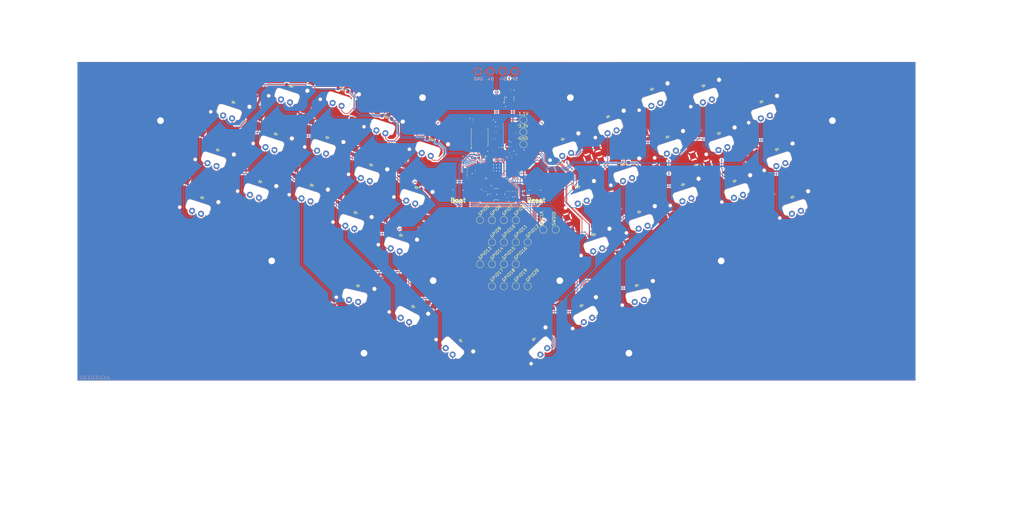
<source format=kicad_pcb>
(kicad_pcb (version 20241229) (generator "pcbnew") (generator_version "9.0")
  (layers (0 "F.Cu" signal) (2 "B.Cu" signal) (13 "F.Paste" user) (15 "B.Paste" user) (5 "F.SilkS" user "F.Silkscreen") (7 "B.SilkS" user "B.Silkscreen") (1 "F.Mask" user) (3 "B.Mask" user) (25 "Edge.Cuts" user))
  (net 0 "")
  (net 1 "COL_0")
  (net 2 "Net-(D1-A)")
  (net 3 "COL_1")
  (net 4 "Net-(D2-A)")
  (net 5 "COL_2")
  (net 6 "Net-(D3-A)")
  (net 7 "COL_3")
  (net 8 "Net-(D4-A)")
  (net 9 "Net-(D5-A)")
  (net 10 "COL_4")
  (net 11 "Net-(D6-A)")
  (net 12 "COL_5")
  (net 13 "COL_6")
  (net 14 "Net-(D7-A)")
  (net 15 "COL_7")
  (net 16 "Net-(D8-A)")
  (net 17 "Net-(D9-A)")
  (net 18 "COL_8")
  (net 19 "Net-(D10-A)")
  (net 20 "COL_9")
  (net 21 "Net-(D11-A)")
  (net 22 "Net-(D12-A)")
  (net 23 "Net-(D13-A)")
  (net 24 "Net-(D14-A)")
  (net 25 "Net-(D15-A)")
  (net 26 "Net-(D16-A)")
  (net 27 "Net-(D17-A)")
  (net 28 "Net-(D18-A)")
  (net 29 "Net-(D19-A)")
  (net 30 "Net-(D20-A)")
  (net 31 "Net-(D21-A)")
  (net 32 "Net-(D22-A)")
  (net 33 "Net-(D23-A)")
  (net 34 "Net-(D24-A)")
  (net 35 "Net-(D25-A)")
  (net 36 "Net-(D26-A)")
  (net 37 "Net-(D27-A)")
  (net 38 "Net-(D28-A)")
  (net 39 "Net-(D29-A)")
  (net 40 "Net-(D30-A)")
  (net 41 "Net-(D31-A)")
  (net 42 "Net-(D32-A)")
  (net 43 "Net-(D33-A)")
  (net 44 "Net-(D34-A)")
  (net 45 "Net-(D35-A)")
  (net 46 "Net-(D36-A)")
  (net 47 "SDO")
  (net 48 "SD2")
  (net 49 "SWCLK")
  (net 50 "SWDIO")
  (net 51 "+3V3")
  (net 52 "SD1")
  (net 53 "SD3")
  (net 54 "X_OUT")
  (net 55 "+1V1")
  (net 56 "Net-(U1-USB_D_P)")
  (net 57 "RUN")
  (net 58 "SCLK")
  (net 59 "GND")
  (net 60 "Net-(U1-USB_D_N)")
  (net 61 "X_IN")
  (net 62 "SEL")
  (net 63 "+5V")
  (net 64 "ROW_0")
  (net 65 "ROW_1")
  (net 66 "ROW_2")
  (net 67 "ROW_3")
  (net 68 "Net-(C15-Pad2)")
  (net 69 "D_P")
  (net 70 "D_N")
  (net 71 "Net-(R5-Pad2)")
  (net 72 "Net-(R9-Pad1)")
  (net 73 "GPIO5")
  (net 74 "GPIO11")
  (net 75 "GPIO12")
  (net 76 "GPIO8")
  (net 77 "GPIO6")
  (net 78 "GPIO9")
  (net 79 "GPIO15")
  (net 80 "GPIO10")
  (net 81 "GPIO7")
  (net 82 "GPIO14")
  (net 83 "GPIO13")
  (net 84 "GPIO17")
  (net 85 "GPIO19")
  (net 86 "GPIO16")
  (net 87 "GPIO18")
  (net 88 "GPIO20")
  (footprint "Custom:CPG1316S01D02_castelated_mikecinq" (layer "F.Cu") (at 160.609055 91.542868 -18)
    (property "Reference" "S3" (hide yes))
    (property "Value" "Keyswitch" (hide yes))
    (fp_line (start -4 1.65) (end -4 0.25) (stroke (width 0.1)) (layer "Edge.Cuts"))
    (fp_line (start -3 -0.75) (end 3 -0.75) (stroke (width 0.1)) (layer "Edge.Cuts"))
    (fp_line (start 3.000001 2.65) (end -3 2.65) (stroke (width 0.1)) (layer "Edge.Cuts"))
    (fp_line (start 4 0.25) (end 4 1.65) (stroke (width 0.1)) (layer "Edge.Cuts"))
    (fp_arc (start -4 0.25) (mid -3.707107 -0.457107) (end -3 -0.75) (stroke (width 0.1)) (layer "Edge.Cuts"))
    (fp_arc (start -3 2.65) (mid -3.707107 2.357107) (end -4 1.65) (stroke (width 0.1)) (layer "Edge.Cuts"))
    (fp_arc (start 3 -0.75) (mid 3.707107 -0.457107) (end 4 0.25) (stroke (width 0.1)) (layer "Edge.Cuts"))
    (fp_arc (start 4 1.65) (mid 3.707107 2.357107) (end 3.000001 2.65) (stroke (width 0.1)) (layer "Edge.Cuts"))
    (fp_circle (center -5.8 2.75) (end -5.3 2.75) (stroke (width 0.1)) (fill no) (layer "Edge.Cuts"))
    (fp_circle (center 5.8 -2.75) (end 6.399999 -2.75) (stroke (width 0.1)) (fill no) (layer "Edge.Cuts"))
  )
  (footprint "Custom:CPG1316S01D02_castelated_mikecinq" (layer "F.Cu") (at 155.49686 107.235308 -18)
    (property "Reference" "S13" (hide yes))
    (property "Value" "Keyswitch" (hide yes))
    (fp_line (start -4 1.65) (end -4 0.25) (stroke (width 0.1)) (layer "Edge.Cuts"))
    (fp_line (start -3 -0.75) (end 3 -0.75) (stroke (width 0.1)) (layer "Edge.Cuts"))
    (fp_line (start 3.000001 2.65) (end -3 2.65) (stroke (width 0.1)) (layer "Edge.Cuts"))
    (fp_line (start 4 0.25) (end 4 1.65) (stroke (width 0.1)) (layer "Edge.Cuts"))
    (fp_arc (start -4 0.25) (mid -3.707107 -0.457107) (end -3 -0.75) (stroke (width 0.1)) (layer "Edge.Cuts"))
    (fp_arc (start -3 2.65) (mid -3.707107 2.357107) (end -4 1.65) (stroke (width 0.1)) (layer "Edge.Cuts"))
    (fp_arc (start 3 -0.75) (mid 3.707107 -0.457107) (end 4 0.25) (stroke (width 0.1)) (layer "Edge.Cuts"))
    (fp_arc (start 4 1.65) (mid 3.707107 2.357107) (end 3.000001 2.65) (stroke (width 0.1)) (layer "Edge.Cuts"))
    (fp_circle (center -5.8 2.75) (end -5.3 2.75) (stroke (width 0.1)) (fill no) (layer "Edge.Cuts"))
    (fp_circle (center 5.8 -2.75) (end 6.399999 -2.75) (stroke (width 0.1)) (fill no) (layer "Edge.Cuts"))
  )
  (footprint "Capacitor_SMD:C_0402_1005Metric" (layer "F.Cu") (at 204.3176 99.2632 180)
    (property "Reference" "C1" (hide yes))
    (property "Value" "1µF" (hide yes))
  )
  (footprint "ScottoKeebs_Components:Diode_SOD-123" (layer "F.Cu") (at 258.441696 153.61614 13)
    (property "Reference" "D36" (hide yes))
    (property "Value" "D_Small" (hide yes))
  )
  (footprint "ScottoKeebs_Components:Diode_SOD-123" (layer "F.Cu") (at 144.743986 88.11109 -18)
    (property "Reference" "D2" (hide yes))
    (property "Value" "D_Small" (hide yes))
  )
  (footprint "ScottoKeebs_Components:Diode_SOD-123" (layer "F.Cu") (at 273.64876 120.441935 18)
    (property "Reference" "D28" (hide yes))
    (property "Value" "D_Small" (hide yes))
  )
  (footprint "ScottoKeebs_Components:Diode_SOD-123" (layer "F.Cu") (at 280.394835 87.894778 18)
    (property "Reference" "D9" (hide yes))
    (property "Value" "D_Small" (hide yes))
  )
  (footprint "Custom:CPG1316S01D02_castelated_mikecinq" (layer "F.Cu") (at 138.526379 106.073015 -18)
    (property "Reference" "S12" (hide yes))
    (property "Value" "Keyswitch" (hide yes))
    (fp_line (start -4 1.65) (end -4 0.25) (stroke (width 0.1)) (layer "Edge.Cuts"))
    (fp_line (start -3 -0.75) (end 3 -0.75) (stroke (width 0.1)) (layer "Edge.Cuts"))
    (fp_line (start 3.000001 2.65) (end -3 2.65) (stroke (width 0.1)) (layer "Edge.Cuts"))
    (fp_line (start 4 0.25) (end 4 1.65) (stroke (width 0.1)) (layer "Edge.Cuts"))
    (fp_arc (start -4 0.25) (mid -3.707107 -0.457107) (end -3 -0.75) (stroke (width 0.1)) (layer "Edge.Cuts"))
    (fp_arc (start -3 2.65) (mid -3.707107 2.357107) (end -4 1.65) (stroke (width 0.1)) (layer "Edge.Cuts"))
    (fp_arc (start 3 -0.75) (mid 3.707107 -0.457107) (end 4 0.25) (stroke (width 0.1)) (layer "Edge.Cuts"))
    (fp_arc (start 4 1.65) (mid 3.707107 2.357107) (end 3.000001 2.65) (stroke (width 0.1)) (layer "Edge.Cuts"))
    (fp_circle (center -5.8 2.75) (end -5.3 2.75) (stroke (width 0.1)) (fill no) (layer "Edge.Cuts"))
    (fp_circle (center 5.8 -2.75) (end 6.399999 -2.75) (stroke (width 0.1)) (fill no) (layer "Edge.Cuts"))
  )
  (footprint "TestPoint:TestPoint_Pad_D2.0mm" (layer "F.Cu") (at 214.67 139.377778)
    (property "Reference" "TP6" (hide yes))
    (property "Value" "TestPoint" (hide yes))
  )
  (footprint "Custom:CPG1316S01D02_castelated_mikecinq" (layer "F.Cu") (at 119.459887 111.344617 -18)
    (property "Reference" "S11" (hide yes))
    (property "Value" "Keyswitch" (hide yes))
    (fp_line (start -4 1.65) (end -4 0.25) (stroke (width 0.1)) (layer "Edge.Cuts"))
    (fp_line (start -3 -0.75) (end 3 -0.75) (stroke (width 0.1)) (layer "Edge.Cuts"))
    (fp_line (start 3.000001 2.65) (end -3 2.65) (stroke (width 0.1)) (layer "Edge.Cuts"))
    (fp_line (start 4 0.25) (end 4 1.65) (stroke (width 0.1)) (layer "Edge.Cuts"))
    (fp_arc (start -4 0.25) (mid -3.707107 -0.457107) (end -3 -0.75) (stroke (width 0.1)) (layer "Edge.Cuts"))
    (fp_arc (start -3 2.65) (mid -3.707107 2.357107) (end -4 1.65) (stroke (width 0.1)) (layer "Edge.Cuts"))
    (fp_arc (start 3 -0.75) (mid 3.707107 -0.457107) (end 4 0.25) (stroke (width 0.1)) (layer "Edge.Cuts"))
    (fp_arc (start 4 1.65) (mid 3.707107 2.357107) (end 3.000001 2.65) (stroke (width 0.1)) (layer "Edge.Cuts"))
    (fp_circle (center -5.8 2.75) (end -5.3 2.75) (stroke (width 0.1)) (fill no) (layer "Edge.Cuts"))
    (fp_circle (center 5.8 -2.75) (end 6.399999 -2.75) (stroke (width 0.1)) (fill no) (layer "Edge.Cuts"))
  )
  (footprint "ScottoKeebs_Components:Diode_SOD-123" (layer "F.Cu") (at 165.904461 129.666752 -18)
    (property "Reference" "D24" (hide yes))
    (property "Value" "D_Small" (hide yes))
  )
  (footprint "Resistor_SMD:R_0402_1005Metric" (layer "F.Cu") (at 202.565 115.5954)
    (property "Reference" "R5" (hide yes))
    (property "Value" "5.1kΩ" (hide yes))
  )
  (footprint "Custom:CPG1316S01D02_castelated_mikecinq" (layer "F.Cu") (at 184.836847 123.683069 -18)
    (property "Reference" "S15" (hide yes))
    (property "Value" "Keyswitch" (hide yes))
    (fp_line (start -4 1.65) (end -4 0.25) (stroke (width 0.1)) (layer "Edge.Cuts"))
    (fp_line (start -3 -0.75) (end 3 -0.75) (stroke (width 0.1)) (layer "Edge.Cuts"))
    (fp_line (start 3.000001 2.65) (end -3 2.65) (stroke (width 0.1)) (layer "Edge.Cuts"))
    (fp_line (start 4 0.25) (end 4 1.65) (stroke (width 0.1)) (layer "Edge.Cuts"))
    (fp_arc (start -4 0.25) (mid -3.707107 -0.457107) (end -3 -0.75) (stroke (width 0.1)) (layer "Edge.Cuts"))
    (fp_arc (start -3 2.65) (mid -3.707107 2.357107) (end -4 1.65) (stroke (width 0.1)) (layer "Edge.Cuts"))
    (fp_arc (start 3 -0.75) (mid 3.707107 -0.457107) (end 4 0.25) (stroke (width 0.1)) (layer "Edge.Cuts"))
    (fp_arc (start 4 1.65) (mid 3.707107 2.357107) (end 3.000001 2.65) (stroke (width 0.1)) (layer "Edge.Cuts"))
    (fp_circle (center -5.8 2.75) (end -5.3 2.75) (stroke (width 0.1)) (fill no) (layer "Edge.Cuts"))
    (fp_circle (center 5.8 -2.75) (end 6.399999 -2.75) (stroke (width 0.1)) (fill no) (layer "Edge.Cuts"))
  )
  (footprint "TestPoint:TestPoint_Pad_D2.0mm" (layer "F.Cu") (at 214.670001 146.608889)
    (property "Reference" "TP11" (hide yes))
    (property "Value" "TestPoint" (hide yes))
  )
  (footprint "ScottoKeebs_Components:Diode_SOD-123" (layer "F.Cu") (at 134.519596 119.495954 -18)
    (property "Reference" "D22" (hide yes))
    (property "Value" "D_Small" (hide yes))
  )
  (footprint "TestPoint:TestPoint_Pad_D2.0mm" (layer "F.Cu") (at 214.67 153.84)
    (property "Reference" "TP14" (hide yes))
    (property "Value" "TestPoint" (hide yes))
  )
  (footprint "ScottoKeebs_Components:Diode_SOD-123" (layer "F.Cu") (at 171.016656 113.974328 -18)
    (property "Reference" "D14" (hide yes))
    (property "Value" "D_Small" (hide yes))
  )
  (footprint "Crystal:Crystal_SMD_Abracon_ABM3B-4Pin_5.0x3.2mm" (layer "F.Cu") (at 212.1916 123.5964)
    (property "Reference" "Y1" (hide yes))
    (property "Value" "12 MHz 18pF" (hide yes))
  )
  (footprint "Custom:CPG1316S01D02_castelated_mikecinq" (layer "F.Cu") (at 299.900999 95.652193 18)
    (property "Reference" "S10" (hide yes))
    (property "Value" "Keyswitch" (hide yes))
    (fp_line (start -4 1.65) (end -4 0.25) (stroke (width 0.1)) (layer "Edge.Cuts"))
    (fp_line (start -3 -0.75) (end 3 -0.75) (stroke (width 0.1)) (layer "Edge.Cuts"))
    (fp_line (start 3 2.65) (end -3.000001 2.65) (stroke (width 0.1)) (layer "Edge.Cuts"))
    (fp_line (start 4 0.25) (end 4 1.65) (stroke (width 0.1)) (layer "Edge.Cuts"))
    (fp_arc (start -4 0.25) (mid -3.707107 -0.457107) (end -3 -0.75) (stroke (width 0.1)) (layer "Edge.Cuts"))
    (fp_arc (start -3.000001 2.65) (mid -3.707107 2.357107) (end -4 1.65) (stroke (width 0.1)) (layer "Edge.Cuts"))
    (fp_arc (start 3 -0.75) (mid 3.707107 -0.457107) (end 4 0.25) (stroke (width 0.1)) (layer "Edge.Cuts"))
    (fp_arc (start 4 1.65) (mid 3.707107 2.357107) (end 3 2.65) (stroke (width 0.1)) (layer "Edge.Cuts"))
    (fp_circle (center -5.8 2.75) (end -5.3 2.749999) (stroke (width 0.1)) (fill no) (layer "Edge.Cuts"))
    (fp_circle (center 5.8 -2.75) (end 6.4 -2.75) (stroke (width 0.1)) (fill no) (layer "Edge.Cuts"))
  )
  (footprint "MountingHole:MountingHole_2.2mm_M2_DIN965_Pad_TopBottom" (layer "F.Cu") (at 236.556331 91.807292)
    (property "Reference" "H4" (hide yes))
    (property "Value" "MountingHole_Pad" (hide yes))
  )
  (footprint "TestPoint:TestPoint_Pad_D2.0mm" (layer "F.Cu") (at 210.7525 146.608889)
    (property "Reference" "TP10" (hide yes))
    (property "Value" "TestPoint" (hide yes))
  )
  (footprint "TestPoint:TestPoint_Pad_D2.0mm" (layer "F.Cu") (at 206.835 132.146667)
    (property "Reference" "TP1" (hide yes))
    (property "Value" "TestPoint" (hide yes))
  )
  (footprint "TestPoint:TestPoint_Pad_D2.0mm" (layer "F.Cu") (at 206.835002 146.608889)
    (property "Reference" "TP9" (hide yes))
    (property "Value" "TestPoint" (hide yes))
  )
  (footprint "ScottoKeebs_Components:Diode_SOD-123" (layer "F.Cu") (at 180.830064 137.106025 -18)
    (property "Reference" "D25" (hide yes))
    (property "Value" "D_Small" (hide yes))
  )
  (footprint "TestPoint:TestPoint_Pad_D2.0mm" (layer "F.Cu") (at 218.587501 139.377778)
    (property "Reference" "TP7" (hide yes))
    (property "Value" "TestPoint" (hide yes))
  )
  (footprint "Capacitor_SMD:C_0402_1005Metric" (layer "F.Cu") (at 217.2462 111.3282)
    (property "Reference" "C9" (hide yes))
    (property "Value" "100nF" (hide yes))
  )
  (footprint "Custom:CPG1316S01D02_castelated_mikecinq" (layer "F.Cu") (at 165.810037 156.130798 -13)
    (property "Reference" "S31" (hide yes))
    (property "Value" "Keyswitch" (hide yes))
    (fp_line (start -4 1.65) (end -4 0.25) (stroke (width 0.1)) (layer "Edge.Cuts"))
    (fp_line (start -3 -0.75) (end 3 -0.75) (stroke (width 0.1)) (layer "Edge.Cuts"))
    (fp_line (start 3 2.65) (end -2.999999 2.65) (stroke (width 0.1)) (layer "Edge.Cuts"))
    (fp_line (start 4 0.25) (end 4 1.65) (stroke (width 0.1)) (layer "Edge.Cuts"))
    (fp_arc (start -4 0.25) (mid -3.707107 -0.457107) (end -3 -0.75) (stroke (width 0.1)) (layer "Edge.Cuts"))
    (fp_arc (start -2.999999 2.65) (mid -3.707107 2.357107) (end -4 1.65) (stroke (width 0.1)) (layer "Edge.Cuts"))
    (fp_arc (start 3 -0.75) (mid 3.707107 -0.457107) (end 4 0.25) (stroke (width 0.1)) (layer "Edge.Cuts"))
    (fp_arc (start 4 1.65) (mid 3.707107 2.357107) (end 3 2.65) (stroke (width 0.1)) (layer "Edge.Cuts"))
    (fp_circle (center -5.8 2.75) (end -5.3 2.75) (stroke (width 0.1)) (fill no) (layer "Edge.Cuts"))
    (fp_circle (center 5.8 -2.75) (end 6.4 -2.75) (stroke (width 0.1)) (fill no) (layer "Edge.Cuts"))
  )
  (footprint "TestPoint:TestPoint_Pad_D2.0mm" (layer "F.Cu") (at 221.107 99.0854)
    (property "Reference" "1.1V")
    (property "Value" "TestPoint" (hide yes))
  )
  (footprint "Custom:CPG1316S01D02_castelated_mikecinq" (layer "F.Cu") (at 244.748446 139.37551 18)
    (property "Reference" "S26" (hide yes))
    (property "Value" "Keyswitch" (hide yes))
    (fp_line (start -4 1.65) (end -4 0.25) (stroke (width 0.1)) (layer "Edge.Cuts"))
    (fp_line (start -3 -0.75) (end 3 -0.75) (stroke (width 0.1)) (layer "Edge.Cuts"))
    (fp_line (start 3 2.65) (end -3.000001 2.65) (stroke (width 0.1)) (layer "Edge.Cuts"))
    (fp_line (start 4 0.25) (end 4 1.65) (stroke (width 0.1)) (layer "Edge.Cuts"))
    (fp_arc (start -4 0.25) (mid -3.707107 -0.457107) (end -3 -0.75) (stroke (width 0.1)) (layer "Edge.Cuts"))
    (fp_arc (start -3.000001 2.65) (mid -3.707107 2.357107) (end -4 1.65) (stroke (width 0.1)) (layer "Edge.Cuts"))
    (fp_arc (start 3 -0.75) (mid 3.707107 -0.457107) (end 4 0.25) (stroke (width 0.1)) (layer "Edge.Cuts"))
    (fp_arc (start 4 1.65) (mid 3.707107 2.357107) (end 3 2.65) (stroke (width 0.1)) (layer "Edge.Cuts"))
    (fp_circle (center -5.8 2.75) (end -5.3 2.749999) (stroke (width 0.1)) (fill no) (layer "Edge.Cuts"))
    (fp_circle (center 5.8 -2.75) (end 6.4 -2.75) (stroke (width 0.1)) (fill no) (layer "Edge.Cuts"))
  )
  (footprint "Resistor_SMD:R_0402_1005Metric" (layer "F.Cu") (at 213.316133 108.222201 90)
    (property "Reference" "R3" (hide yes))
    (property "Value" "27Ω" (hide yes))
  )
  (footprint "Custom:CPG1316S01D02_castelated_mikecinq" (layer "F.Cu") (at 268.976221 107.235308 18)
    (property "Reference" "S18" (hide yes))
    (property "Value" "Keyswitch" (hide yes))
    (fp_line (start -4 1.65) (end -4 0.25) (stroke (width 0.1)) (layer "Edge.Cuts"))
    (fp_line (start -3 -0.75) (end 3 -0.75) (stroke (width 0.1)) (layer "Edge.Cuts"))
    (fp_line (start 3 2.65) (end -3.000001 2.65) (stroke (width 0.1)) (layer "Edge.Cuts"))
    (fp_line (start 4 0.25) (end 4 1.65) (stroke (width 0.1)) (layer "Edge.Cuts"))
    (fp_arc (start -4 0.25) (mid -3.707107 -0.457107) (end -3 -0.75) (stroke (width 0.1)) (layer "Edge.Cuts"))
    (fp_arc (start -3.000001 2.65) (mid -3.707107 2.357107) (end -4 1.65) (stroke (width 0.1)) (layer "Edge.Cuts"))
    (fp_arc (start 3 -0.75) (mid 3.707107 -0.457107) (end 4 0.25) (stroke (width 0.1)) (layer "Edge.Cuts"))
    (fp_arc (start 4 1.65) (mid 3.707107 2.357107) (end 3 2.65) (stroke (width 0.1)) (layer "Edge.Cuts"))
    (fp_circle (center -5.8 2.75) (end -5.3 2.749999) (stroke (width 0.1)) (fill no) (layer "Edge.Cuts"))
    (fp_circle (center 5.8 -2.75) (end 6.4 -2.75) (stroke (width 0.1)) (fill no) (layer "Edge.Cuts"))
  )
  (footprint "MountingHole:MountingHole_2.2mm_M2_DIN965_Pad_TopBottom" (layer "F.Cu") (at 233.063339 152.044107)
    (property "Reference" "H3" (hide yes))
    (property "Value" "MountingHole_Pad" (hide yes))
  )
  (footprint "TestPoint:TestPoint_Pad_D2.0mm" (layer "F.Cu") (at 231.72 135.24 90)
    (property "Reference" "TP22" (hide yes))
    (property "Value" "TestPoint" (hide yes))
  )
  (footprint "Capacitor_SMD:C_0402_1005Metric" (layer "F.Cu") (at 219.1512 99.5654 -90)
    (property "Reference" "C18" (hide yes))
    (property "Value" "100nF" (hide yes))
  )
  (footprint "Custom:CPG1316S01D02_castelated_mikecinq" (layer "F.Cu") (at 241.1114 162.642919 28)
    (property "Reference" "S35" (hide yes))
    (property "Value" "Keyswitch" (hide yes))
    (fp_line (start -3 -0.75) (end 3 -0.75) (stroke (width 0.1)) (layer "Edge.Cuts"))
    (fp_line (start -4 1.65) (end -4 0.25) (stroke (width 0.1)) (layer "Edge.Cuts"))
    (fp_line (start 4 0.25) (end 4 1.65) (stroke (width 0.1)) (layer "Edge.Cuts"))
    (fp_line (start 3 2.649999) (end -3 2.65) (stroke (width 0.1)) (layer "Edge.Cuts"))
    (fp_arc (start -4 0.25) (mid -3.707107 -0.457107) (end -3 -0.75) (stroke (width 0.1)) (layer "Edge.Cuts"))
    (fp_arc (start -3 2.65) (mid -3.707106 2.357107) (end -4 1.65) (stroke (width 0.1)) (layer "Edge.Cuts"))
    (fp_arc (start 3 -0.75) (mid 3.707107 -0.457107) (end 4 0.25) (stroke (width 0.1)) (layer "Edge.Cuts"))
    (fp_arc (start 4 1.65) (mid 3.707107 2.357107) (end 3 2.649999) (stroke (width 0.1)) (layer "Edge.Cuts"))
    (fp_circle (center -5.8 2.75) (end -5.3 2.75) (stroke (width 0.1)) (fill no) (layer "Edge.Cuts"))
    (fp_circle (center 5.8 -2.75) (end 6.4 -2.75) (stroke (width 0.1)) (fill no) (layer "Edge.Cuts"))
  )
  (footprint "ScottoKeebs_Components:Diode_SOD-123" (layer "F.Cu") (at 176.128851 98.281888 -18)
    (property "Reference" "D4" (hide yes))
    (property "Value" "D_Small" (hide yes))
  )
  (footprint "ScottoKeebs_Components:Diode_SOD-123" (layer "F.Cu") (at 200.433647 171.803513 -43)
    (property "Reference" "D33" (hide yes))
    (property "Value" "D_Small" (hide yes))
  )
  (footprint "ScottoKeebs_Components:Diode_SOD-123" (layer "F.Cu") (at 268.536549 104.749511 18)
    (property "Reference" "D18" (hide yes))
    (property "Value" "D_Small" (hide yes))
  )
  (footprint "ScottoKeebs_Components:Diode_SOD-123" (layer "F.Cu") (at 240.246753 160.271235 28)
    (property "Reference" "D35" (hide yes))
    (property "Value" "D_Small" (hide yes))
  )
  (footprint "Custom:CPG1316S01D02_castelated_mikecinq" (layer "F.Cu") (at 254.561837 116.243813 18)
    (property "Reference" "S17" (hide yes))
    (property "Value" "Keyswitch" (hide yes))
    (fp_line (start -4 1.65) (end -4 0.25) (stroke (width 0.1)) (layer "Edge.Cuts"))
    (fp_line (start -3 -0.75) (end 3 -0.75) (stroke (width 0.1)) (layer "Edge.Cuts"))
    (fp_line (start 3 2.65) (end -3.000001 2.65) (stroke (width 0.1)) (layer "Edge.Cuts"))
    (fp_line (start 4 0.25) (end 4 1.65) (stroke (width 0.1)) (layer "Edge.Cuts"))
    (fp_arc (start -4 0.25) (mid -3.707107 -0.457107) (end -3 -0.75) (stroke (width 0.1)) (layer "Edge.Cuts"))
    (fp_arc (start -3.000001 2.65) (mid -3.707107 2.357107) (end -4 1.65) (stroke (width 0.1)) (layer "Edge.Cuts"))
    (fp_arc (start 3 -0.75) (mid 3.707107 -0.457107) (end 4 0.25) (stroke (width 0.1)) (layer "Edge.Cuts"))
    (fp_arc (start 4 1.65) (mid 3.707107 2.357107) (end 3 2.65) (stroke (width 0.1)) (layer "Edge.Cuts"))
    (fp_circle (center -5.8 2.75) (end -5.3 2.749999) (stroke (width 0.1)) (fill no) (layer "Edge.Cuts"))
    (fp_circle (center 5.8 -2.75) (end 6.4 -2.75) (stroke (width 0.1)) (fill no) (layer "Edge.Cuts"))
  )
  (footprint "TestPoint:TestPoint_Pad_D2.0mm" (layer "F.Cu") (at 218.5875 132.146667)
    (property "Reference" "TP4" (hide yes))
    (property "Value" "TestPoint" (hide yes))
  )
  (footprint "Custom:CPG1316S01D02_castelated_mikecinq" (layer "F.Cu") (at 175.023439 100.551373 -18)
    (property "Reference" "S4" (hide yes))
    (property "Value" "Keyswitch" (hide yes))
    (fp_line (start -4 1.65) (end -4 0.25) (stroke (width 0.1)) (layer "Edge.Cuts"))
    (fp_line (start -3 -0.75) (end 3 -0.75) (stroke (width 0.1)) (layer "Edge.Cuts"))
    (fp_line (start 3.000001 2.65) (end -3 2.65) (stroke (width 0.1)) (layer "Edge.Cuts"))
    (fp_line (start 4 0.25) (end 4 1.65) (stroke (width 0.1)) (layer "Edge.Cuts"))
    (fp_arc (start -4 0.25) (mid -3.707107 -0.457107) (end -3 -0.75) (stroke (width 0.1)) (layer "Edge.Cuts"))
    (fp_arc (start -3 2.65) (mid -3.707107 2.357107) (end -4 1.65) (stroke (width 0.1)) (layer "Edge.Cuts"))
    (fp_arc (start 3 -0.75) (mid 3.707107 -0.457107) (end 4 0.25) (stroke (width 0.1)) (layer "Edge.Cuts"))
    (fp_arc (start 4 1.65) (mid 3.707107 2.357107) (end 3.000001 2.65) (stroke (width 0.1)) (layer "Edge.Cuts"))
    (fp_circle (center -5.8 2.75) (end -5.3 2.75) (stroke (width 0.1)) (fill no) (layer "Edge.Cuts"))
    (fp_circle (center 5.8 -2.75) (end 6.399999 -2.75) (stroke (width 0.1)) (fill no) (layer "Edge.Cuts"))
  )
  (footprint "Custom:CPG1316S01D02_castelated_mikecinq" (layer "F.Cu") (at 150.384665 122.927732 -18)
    (property "Reference" "S23" (hide yes))
    (property "Value" "Keyswitch" (hide yes))
    (fp_line (start -4 1.65) (end -4 0.25) (stroke (width 0.1)) (layer "Edge.Cuts"))
    (fp_line (start -3 -0.75) (end 3 -0.75) (stroke (width 0.1)) (layer "Edge.Cuts"))
    (fp_line (start 3.000001 2.65) (end -3 2.65) (stroke (width 0.1)) (layer "Edge.Cuts"))
    (fp_line (start 4 0.25) (end 4 1.65) (stroke (width 0.1)) (layer "Edge.Cuts"))
    (fp_arc (start -4 0.25) (mid -3.707107 -0.457107) (end -3 -0.75) (stroke (width 0.1)) (layer "Edge.Cuts"))
    (fp_arc (start -3 2.65) (mid -3.707107 2.357107) (end -4 1.65) (stroke (width 0.1)) (layer "Edge.Cuts"))
    (fp_arc (start 3 -0.75) (mid 3.707107 -0.457107) (end 4 0.25) (stroke (width 0.1)) (layer "Edge.Cuts"))
    (fp_arc (start 4 1.65) (mid 3.707107 2.357107) (end 3.000001 2.65) (stroke (width 0.1)) (layer "Edge.Cuts"))
    (fp_circle (center -5.8 2.75) (end -5.3 2.75) (stroke (width 0.1)) (fill no) (layer "Edge.Cuts"))
    (fp_circle (center 5.8 -2.75) (end 6.399999 -2.75) (stroke (width 0.1)) (fill no) (layer "Edge.Cuts"))
  )
  (footprint "Custom:CPG1316S01D02_castelated_mikecinq" (layer "F.Cu") (at 226.000403 173.393197 43)
    (property "Reference" "S34" (hide yes))
    (property "Value" "Keyswitch" (hide yes))
    (fp_line (start -3 -0.75) (end 3 -0.75) (stroke (width 0.1)) (layer "Edge.Cuts"))
    (fp_line (start -4 1.65) (end -4 0.25) (stroke (width 0.1)) (layer "Edge.Cuts"))
    (fp_line (start 4 0.25) (end 4 1.65) (stroke (width 0.1)) (layer "Edge.Cuts"))
    (fp_line (start 3 2.65) (end -2.999999 2.65) (stroke (width 0.1)) (layer "Edge.Cuts"))
    (fp_arc (start -4 0.25) (mid -3.707107 -0.457107) (end -3 -0.75) (stroke (width 0.1)) (layer "Edge.Cuts"))
    (fp_arc (start -2.999999 2.65) (mid -3.707107 2.357107) (end -4 1.65) (stroke (width 0.1)) (layer "Edge.Cuts"))
    (fp_arc (start 3 -0.75) (mid 3.707107 -0.457107) (end 4 0.25) (stroke (width 0.1)) (layer "Edge.Cuts"))
    (fp_arc (start 4 1.65) (mid 3.707107 2.357107) (end 3 2.65) (stroke (width 0.1)) (layer "Edge.Cuts"))
    (fp_circle (center -5.8 2.75) (end -5.3 2.75) (stroke (width 0.1)) (fill no) (layer "Edge.Cuts"))
    (fp_circle (center 5.8 -2.75) (end 6.4 -2.75) (stroke (width 0.1)) (fill no) (layer "Edge.Cuts"))
  )
  (footprint "Custom:CPG1316S01D02_castelated_mikecinq" (layer "F.Cu") (at 249.449642 100.551373 18)
    (property "Reference" "S7" (hide yes))
    (property "Value" "Keyswitch" (hide yes))
    (fp_line (start -4 1.65) (end -4 0.25) (stroke (width 0.1)) (layer "Edge.Cuts"))
    (fp_line (start -3 -0.75) (end 3 -0.75) (stroke (width 0.1)) (layer "Edge.Cuts"))
    (fp_line (start 3 2.65) (end -3.000001 2.65) (stroke (width 0.1)) (layer "Edge.Cuts"))
    (fp_line (start 4 0.25) (end 4 1.65) (stroke (width 0.1)) (layer "Edge.Cuts"))
    (fp_arc (start -4 0.25) (mid -3.707107 -0.457107) (end -3 -0.75) (stroke (width 0.1)) (layer "Edge.Cuts"))
    (fp_arc (start -3.000001 2.65) (mid -3.707107 2.357107) (end -4 1.65) (stroke (width 0.1)) (layer "Edge.Cuts"))
    (fp_arc (start 3 -0.75) (mid 3.707107 -0.457107) (end 4 0.25) (stroke (width 0.1)) (layer "Edge.Cuts"))
    (fp_arc (start 4 1.65) (mid 3.707107 2.357107) (end 3 2.65) (stroke (width 0.1)) (layer "Edge.Cuts"))
    (fp_circle (center -5.8 2.75) (end -5.3 2.749999) (stroke (width 0.1)) (fill no) (layer "Edge.Cuts"))
    (fp_circle (center 5.8 -2.75) (end 6.4 -2.75) (stroke (width 0.1)) (fill no) (layer "Edge.Cuts"))
  )
  (footprint "ScottoKeebs_Components:Diode_SOD-123" (layer "F.Cu") (at 263.424354 89.057071 18)
    (property "Reference" "D8" (hide yes))
    (property "Value" "D_Small" (hide yes))
  )
  (footprint "ScottoKeebs_Components:Button_TL3342" (layer "F.Cu") (at 225.018201 121.3562 180)
    (property "Reference" "SW1" (hide yes))
    (property "Value" "SW_Push" (hide yes))
  )
  (footprint "TestPoint:TestPoint_Pad_D2.0mm" (layer "F.Cu") (at 222.504999 153.84)
    (property "Reference" "TP16" (hide yes))
    (property "Value" "TestPoint" (hide yes))
  )
  (footprint "Custom:CPG1316S01D02_castelated_mikecinq" (layer "F.Cu") (at 305.013194 111.344617 18)
    (property "Reference" "S20" (hide yes))
    (property "Value" "Keyswitch" (hide yes))
    (fp_line (start -4 1.65) (end -4 0.25) (stroke (width 0.1)) (layer "Edge.Cuts"))
    (fp_line (start -3 -0.75) (end 3 -0.75) (stroke (width 0.1)) (layer "Edge.Cuts"))
    (fp_line (start 3 2.65) (end -3.000001 2.65) (stroke (width 0.1)) (layer "Edge.Cuts"))
    (fp_line (start 4 0.25) (end 4 1.65) (stroke (width 0.1)) (layer "Edge.Cuts"))
    (fp_arc (start -4 0.25) (mid -3.707107 -0.457107) (end -3 -0.75) (stroke (width 0.1)) (layer "Edge.Cuts"))
    (fp_arc (start -3.000001 2.65) (mid -3.707107 2.357107) (end -4 1.65) (stroke (width 0.1)) (layer "Edge.Cuts"))
    (fp_arc (start 3 -0.75) (mid 3.707107 -0.457107) (end 4 0.25) (stroke (width 0.1)) (layer "Edge.Cuts"))
    (fp_arc (start 4 1.65) (mid 3.707107 2.357107) (end 3 2.65) (stroke (width 0.1)) (layer "Edge.Cuts"))
    (fp_circle (center -5.8 2.75) (end -5.3 2.749999) (stroke (width 0.1)) (fill no) (layer "Edge.Cuts"))
    (fp_circle (center 5.8 -2.75) (end 6.4 -2.75) (stroke (width 0.1)) (fill no) (layer "Edge.Cuts"))
  )
  (footprint "Custom:CPG1316S01D02_castelated_mikecinq" (layer "F.Cu") (at 179.724652 139.37551 -18)
    (property "Reference" "S25" (hide yes))
    (property "Value" "Keyswitch" (hide yes))
    (fp_line (start -4 1.65) (end -4 0.25) (stroke (width 0.1)) (layer "Edge.Cuts"))
    (fp_line (start -3 -0.75) (end 3 -0.75) (stroke (width 0.1)) (layer "Edge.Cuts"))
    (fp_line (start 3.000001 2.65) (end -3 2.65) (stroke (width 0.1)) (layer "Edge.Cuts"))
    (fp_line (start 4 0.25) (end 4 1.65) (stroke (width 0.1)) (layer "Edge.Cuts"))
    (fp_arc (start -4 0.25) (mid -3.707107 -0.457107) (end -3 -0.75) (stroke (width 0.1)) (layer "Edge.Cuts"))
    (fp_arc (start -3 2.65) (mid -3.707107 2.357107) (end -4 1.65) (stroke (width 0.1)) (layer "Edge.Cuts"))
    (fp_arc (start 3 -0.75) (mid 3.707107 -0.457107) (end 4 0.25) (stroke (width 0.1)) (layer "Edge.Cuts"))
    (fp_arc (start 4 1.65) (mid 3.707107 2.357107) (end 3.000001 2.65) (stroke (width 0.1)) (layer "Edge.Cuts"))
    (fp_circle (center -5.8 2.75) (end -5.3 2.75) (stroke (width 0.1)) (fill no) (layer "Edge.Cuts"))
    (fp_circle (center 5.8 -2.75) (end 6.399999 -2.75) (stroke (width 0.1)) (fill no) (layer "Edge.Cuts"))
  )
  (footprint "ScottoKeebs_Components:Diode_SOD-123" (layer "F.Cu") (at 120.565299 109.075132 -18)
    (property "Reference" "D11" (hide yes))
    (property "Value" "D_Small" (hide yes))
  )
  (footprint "MountingHole:MountingHole_2.2mm_M2_DIN965_Pad_TopBottom" (layer "F.Cu") (at 101.678787 99.396274)
    (property "Reference" "H6" (hide yes))
    (property "Value" "MountingHole_Pad" (hide yes))
  )
  (footprint "Custom:CPG1316S01D02_castelated_mikecinq" (layer "F.Cu") (at 310.125389 127.037057 18)
    (property "Reference" "S30" (hide yes))
    (property "Value" "Keyswitch" (hide yes))
    (fp_line (start -4 1.65) (end -4 0.25) (stroke (width 0.1)) (layer "Edge.Cuts"))
    (fp_line (start -3 -0.75) (end 3 -0.75) (stroke (width 0.1)) (layer "Edge.Cuts"))
    (fp_line (start 3 2.65) (end -3.000001 2.65) (stroke (width 0.1)) (layer "Edge.Cuts"))
    (fp_line (start 4 0.25) (end 4 1.65) (stroke (width 0.1)) (layer "Edge.Cuts"))
    (fp_arc (start -4 0.25) (mid -3.707107 -0.457107) (end -3 -0.75) (stroke (width 0.1)) (layer "Edge.Cuts"))
    (fp_arc (start -3.000001 2.65) (mid -3.707107 2.357107) (end -4 1.65) (stroke (width 0.1)) (layer "Edge.Cuts"))
    (fp_arc (start 3 -0.75) (mid 3.707107 -0.457107) (end 4 0.25) (stroke (width 0.1)) (layer "Edge.Cuts"))
    (fp_arc (start 4 1.65) (mid 3.707107 2.357107) (end 3 2.65) (stroke (width 0.1)) (layer "Edge.Cuts"))
    (fp_circle (center -5.8 2.75) (end -5.3 2.749999) (stroke (width 0.1)) (fill no) (layer "Edge.Cuts"))
    (fp_circle (center 5.8 -2.75) (end 6.4 -2.75) (stroke (width 0.1)) (fill no) (layer "Edge.Cuts"))
  )
  (footprint "ScottoKeebs_Components:Diode_SOD-123" (layer "F.Cu") (at 239.196578 121.197272 18)
    (property "Reference" "D16" (hide yes))
    (property "Value" "D_Small" (hide yes))
  )
  (footprint "Custom:CPG1316S01D02_castelated_mikecinq" (layer "F.Cu") (at 143.638574 90.380575 -18)
    (property "Reference" "S2" (hide yes))
    (property "Value" "Keyswitch" (hide yes))
    (fp_line (start -4 1.65) (end -4 0.25) (stroke (width 0.1)) (layer "Edge.Cuts"))
    (fp_line (start -3 -0.75) (end 3 -0.75) (stroke (width 0.1)) (layer "Edge.Cuts"))
    (fp_line (start 3.000001 2.65) (end -3 2.65) (stroke (width 0.1)) (layer "Edge.Cuts"))
    (fp_line (start 4 0.25) (end 4 1.65) (stroke (width 0.1)) (layer "Edge.Cuts"))
    (fp_arc (start -4 0.25) (mid -3.707107 -0.457107) (end -3 -0.75) (stroke (width 0.1)) (layer "Edge.Cuts"))
    (fp_arc (start -3 2.65) (mid -3.707107 2.357107) (end -4 1.65) (stroke (width 0.1)) (layer "Edge.Cuts"))
    (fp_arc (start 3 -0.75) (mid 3.707107 -0.457107) (end 4 0.25) (stroke (width 0.1)) (layer "Edge.Cuts"))
    (fp_arc (start 4 1.65) (mid 3.707107 2.357107) (end 3.000001 2.65) (stroke (width 0.1)) (layer "Edge.Cuts"))
    (fp_circle (center -5.8 2.75) (end -5.3 2.75) (stroke (width 0.1)) (fill no) (layer "Edge.Cuts"))
    (fp_circle (center 5.8 -2.75) (end 6.399999 -2.75) (stroke (width 0.1)) (fill no) (layer "Edge.Cuts"))
  )
  (footprint "Resistor_SMD:R_0402_1005Metric" (layer "F.Cu") (at 202.565 117.729 180)
    (property "Reference" "R9" (hide yes))
    (property "Value" "1kΩ" (hide yes))
  )
  (footprint "ScottoKeebs_Components:Diode_SOD-123" (layer "F.Cu") (at 185.942259 121.413584 -18)
    (property "Reference" "D15" (hide yes))
    (property "Value" "D_Small" (hide yes))
  )
  (footprint "Capacitor_SMD:C_0402_1005Metric" (layer "F.Cu") (at 216.9414 89.4334)
    (property "Reference" "C16" (hide yes))
    (property "Value" "1µF" (hide yes))
  )
  (footprint "ScottoKeebs_Components:Diode_SOD-123" (layer "F.Cu") (at 166.713444 153.773606 -13)
    (property "Reference" "D31" (hide yes))
    (property "Value" "D_Small" (hide yes))
  )
  (footprint "ScottoKeebs_Components:Diode_SOD-123" (layer "F.Cu") (at 184.844407 160.599866 -28)
    (property "Reference" "D32" (hide yes))
    (property "Value" "D_Small" (hide yes))
  )
  (footprint "Resistor_SMD:R_0402_1005Metric" (layer "F.Cu") (at 215.9 122.6846 90)
    (property "Reference" "R6" (hide yes))
    (property "Value" "1kΩ" (hide yes))
  )
  (footprint "Package_DFN_QFN:QFN-56-1EP_7x7mm_P0.4mm_EP3.2x3.2mm" (layer "F.Cu") (at 212.23654 114.9435)
    (property "Reference" "U1" (hide yes))
    (property "Value" "RP2040" (hide yes))
  )
  (footprint "Capacitor_SMD:C_0402_1005Metric" (layer "F.Cu") (at 207.0354 111.6584 180)
    (property "Reference" "C5" (hide yes))
    (property "Value" "100nF" (hide yes))
  )
  (footprint "TestPoint:TestPoint_Pad_D2.0mm" (layer "F.Cu") (at 218.587498 153.84)
    (property "Reference" "TP15" (hide yes))
    (property "Value" "TestPoint" (hide yes))
  )
  (footprint "Custom:CPG1316S01D02_castelated_mikecinq" (layer "F.Cu") (at 183.361697 162.642919 -28)
    (property "Reference" "S32" (hide yes))
    (property "Value" "Keyswitch" (hide yes))
    (fp_line (start -4 1.65) (end -4 0.25) (stroke (width 0.1)) (layer "Edge.Cuts"))
    (fp_line (start -3 -0.75) (end 3 -0.75) (stroke (width 0.1)) (layer "Edge.Cuts"))
    (fp_line (start 3 2.65) (end -3 2.649999) (stroke (width 0.1)) (layer "Edge.Cuts"))
    (fp_line (start 4 0.25) (end 4 1.65) (stroke (width 0.1)) (layer "Edge.Cuts"))
    (fp_arc (start -3 2.649999) (mid -3.707107 2.357107) (end -4 1.65) (stroke (width 0.1)) (layer "Edge.Cuts"))
    (fp_arc (start -4 0.25) (mid -3.707107 -0.457107) (end -3 -0.75) (stroke (width 0.1)) (layer "Edge.Cuts"))
    (fp_arc (start 4 1.65) (mid 3.707106 2.357107) (end 3 2.65) (stroke (width 0.1)) (layer "Edge.Cuts"))
    (fp_arc (start 3 -0.75) (mid 3.707107 -0.457107) (end 4 0.25) (stroke (width 0.1)) (layer "Edge.Cuts"))
    (fp_circle (center -5.8 2.75) (end -5.3 2.75) (stroke (width 0.1)) (fill no) (layer "Edge.Cuts"))
    (fp_circle (center 5.8 -2.75) (end 6.4 -2.75) (stroke (width 0.1)) (fill no) (layer "Edge.Cuts"))
  )
  (footprint "TestPoint:TestPoint_Pad_D2.0mm" (layer "F.Cu") (at 218.587501 146.608889)
    (property "Reference" "TP12" (hide yes))
    (property "Value" "TestPoint" (hide yes))
  )
  (footprint "ScottoKeebs_Components:Diode_SOD-123" (layer "F.Cu") (at 304.573522 108.85882 18)
    (property "Reference" "D20" (hide yes))
    (property "Value" "D_Small" (hide yes))
  )
  (footprint "ScottoKeebs_Components:Diode_SOD-123" (layer "F.Cu") (at 254.122165 113.758016 18)
    (property "Reference" "D17" (hide yes))
    (property "Value" "D_Small" (hide yes))
  )
  (footprint "TestPoint:TestPoint_Pad_D2.0mm" (layer "F.Cu") (at 221.107 103.1354)
    (property "Reference" "3.3V")
    (property "Value" "TestPoint" (hide yes))
  )
  (footprint "Package_TO_SOT_SMD:SOT-23-3" (layer "F.Cu") (at 216.468999 92.0805 90)
    (property "Reference" "U3" (hide yes))
    (property "Value" "XC6206PxxxMR" (hide yes))
  )
  (footprint "Custom:CPG1316S01D02_castelated_mikecinq" (layer "F.Cu") (at 239.63625 123.683069 18)
    (property "Reference" "S16" (hide yes))
    (property "Value" "Keyswitch" (hide yes))
    (fp_line (start -4 1.65) (end -4 0.25) (stroke (width 0.1)) (layer "Edge.Cuts"))
    (fp_line (start -3 -0.75) (end 3 -0.75) (stroke (width 0.1)) (layer "Edge.Cuts"))
    (fp_line (start 3 2.65) (end -3.000001 2.65) (stroke (width 0.1)) (layer "Edge.Cuts"))
    (fp_line (start 4 0.25) (end 4 1.65) (stroke (width 0.1)) (layer "Edge.Cuts"))
    (fp_arc (start -4 0.25) (mid -3.707107 -0.457107) (end -3 -0.75) (stroke (width 0.1)) (layer "Edge.Cuts"))
    (fp_arc (start -3.000001 2.65) (mid -3.707107 2.357107) (end -4 1.65) (stroke (width 0.1)) (layer "Edge.Cuts"))
    (fp_arc (start 3 -0.75) (mid 3.707107 -0.457107) (end 4 0.25) (stroke (width 0.1)) (layer "Edge.Cuts"))
    (fp_arc (start 4 1.65) (mid 3.707107 2.357107) (end 3 2.65) (stroke (width 0.1)) (layer "Edge.Cuts"))
    (fp_circle (center -5.8 2.75) (end -5.3 2.749999) (stroke (width 0.1)) (fill no) (layer "Edge.Cuts"))
    (fp_circle (center 5.8 -2.75) (end 6.4 -2.75) (stroke (width 0.1)) (fill no) (layer "Edge.Cuts"))
  )
  (footprint "Capacitor_SMD:C_0402_1005Metric" (layer "F.Cu") (at 211.836 103.3018 90)
    (property "Reference" "C7" (hide yes))
    (property "Value" "100nF" (hide yes))
  )
  (footprint "Capacitor_SMD:C_0402_1005Metric" (layer "F.Cu") (at 219.0242 103.6294 -90)
    (property "Reference" "C17" (hide yes))
    (property "Value" "100nF" (hide yes))
  )
  (footprint "TestPoint:TestPoint_Pad_D2.0mm" (layer "F.Cu") (at 210.7525 139.377778)
    (property "Reference" "TP5" (hide yes))
    (property "Value" "TestPoint" (hide yes))
  )
  (footprint "Custom:CPG1316S01D02_castelated_mikecinq" (layer "F.Cu") (at 133.414184 121.765439 -18)
    (property "Reference" "S22" (hide yes))
    (property "Value" "Keyswitch" (hide yes))
    (fp_line (start -4 1.65) (end -4 0.25) (stroke (width 0.1)) (layer "Edge.Cuts"))
    (fp_line (start -3 -0.75) (end 3 -0.75) (stroke (width 0.1)) (layer "Edge.Cuts"))
    (fp_line (start 3.000001 2.65) (end -3 2.65) (stroke (width 0.1)) (layer "Edge.Cuts"))
    (fp_line (start 4 0.25) (end 4 1.65) (stroke (width 0.1)) (layer "Edge.Cuts"))
    (fp_arc (start -4 0.25) (mid -3.707107 -0.457107) (end -3 -0.75) (stroke (width 0.1)) (layer "Edge.Cuts"))
    (fp_arc (start -3 2.65) (mid -3.707107 2.357107) (end -4 1.65) (stroke (width 0.1)) (layer "Edge.Cuts"))
    (fp_arc (start 3 -0.75) (mid 3.707107 -0.457107) (end 4 0.25) (stroke (width 0.1)) (layer "Edge.Cuts"))
    (fp_arc (start 4 1.65) (mid 3.707107 2.357107) (end 3.000001 2.65) (stroke (width 0.1)) (layer "Edge.Cuts"))
    (fp_circle (center -5.8 2.75) (end -5.3 2.75) (stroke (width 0.1)) (fill no) (layer "Edge.Cuts"))
    (fp_circle (center 5.8 -2.75) (end 6.399999 -2.75) (stroke (width 0.1)) (fill no) (layer "Edge.Cuts"))
  )
  (footprint "Capacitor_SMD:C_0402_1005Metric" (layer "F.Cu") (at 211.4804 105.3592 90)
    (property "Reference" "C12" (hide yes))
    (property "Value" "100nF" (hide yes))
  )
  (footprint "ScottoKeebs_Components:Diode_SOD-123" (layer "F.Cu") (at 224.551381 171.326114 43)
    (property "Reference" "D34" (hide yes))
    (property "Value" "D_Small" (hide yes))
  )
  (footprint "Capacitor_SMD:C_0402_1005Metric" (layer "F.Cu") (at 216.4588 110.2614)
    (property "Reference" "C10" (hide yes))
    (property "Value" "100nF" (hide yes))
  )
  (footprint "Capacitor_SMD:C_0402_1005Metric" (layer "F.Cu") (at 212.3186 101.2952 90)
    (property "Reference" "C3" (hide yes))
    (property "Value" "100nF" (hide yes))
  )
  (footprint "ScottoKeebs_Components:Diode_SOD-123" (layer "F.Cu") (at 115.453104 124.767572 -18)
    (property "Reference" "D21" (hide yes))
    (property "Value" "D_Small" (hide yes))
  )
  (footprint "ScottoKeebs_Components:Diode_SOD-123" (layer "F.Cu") (at 156.602272 104.965823 -18)
    (property "Reference" "D13" (hide yes))
    (property "Value" "D_Small" (hide yes))
  )
  (footprint "TestPoint:TestPoint_Pad_D2.0mm" (layer "F.Cu") (at 210.7525 132.146667)
    (property "Reference" "TP2" (hide yes))
    (property "Value" "TestPoint" (hide yes))
  )
  (footprint "Capacitor_SMD:C_0402_1005Metric" (layer "F.Cu") (at 208.4832 122.714599 -90)
    (property "Reference" "C14" (hide yes))
    (property "Value" "27pF" (hide yes))
  )
  (footprint "Resistor_SMD:R_0402_1005Metric" (layer "F.Cu") (at 221.667799 117.856)
    (property "Reference" "R7" (hide yes))
    (property "Value" "5.1kΩ" (hide yes))
  )
  (footprint "Capacitor_SMD:C_0402_1005Metric" (layer "F.Cu") (at 205.2854 115.9435 180)
    (property "Reference" "C4" (hide yes))
    (property "Value" "100nF" (hide yes))
  )
  (footprint "MountingHole:MountingHole_2.2mm_M2_DIN965_Pad_TopBottom" (layer "F.Cu") (at 187.91675 91.807292)
    (property "Reference" "H2" (hide yes))
    (property "Value" "MountingHole_Pad" (hide yes))
  )
  (footprint "ScottoKeebs_Components:Diode_SOD-123" (layer "F.Cu") (at 151.490077 120.658247 -18)
    (property "Reference" "D23" (hide yes))
    (property "Value" "D_Small" (hide yes))
  )
  (footprint "MountingHole:MountingHole_2.2mm_M2_DIN965_Pad_TopBottom" (layer "F.Cu") (at 138.273081 145.548579)
    (property "Reference" "H5" (hide yes))
    (property "Value" "MountingHole_Pad" (hide yes))
  )
  (footprint "TestPoint:TestPoint_Pad_D2.0mm" (layer "F.Cu") (at 227.669998 135.24 90)
    (property "Reference" "TP21" (hide yes))
    (property "Value" "TestPoint" (hide yes))
  )
  (footprint "Custom:CPG1316S01D02_castelated_mikecinq" (layer "F.Cu") (at 259.674049 131.936237 18)
    (property "Reference" "S27" (hide yes))
    (property "Value" "Keyswitch" (hide yes))
    (fp_line (start -4 1.65) (end -4 0.25) (stroke (width 0.1)) (layer "Edge.Cuts"))
    (fp_line (start -3 -0.75) (end 3 -0.75) (stroke (width 0.1)) (layer "Edge.Cuts"))
    (fp_line (start 3 2.65) (end -3.000001 2.65) (stroke (width 0.1)) (layer "Edge.Cuts"))
    (fp_line (start 4 0.25) (end 4 1.65) (stroke (width 0.1)) (layer "Edge.Cuts"))
    (fp_arc (start -4 0.25) (mid -3.707107 -0.457107) (end -3 -0.75) (stroke (width 0.1)) (layer "Edge.Cuts"))
    (fp_arc (start -3.000001 2.65) (mid -3.707107 2.357107) (end -4 1.65) (stroke (width 0.1)) (layer "Edge.Cuts"))
    (fp_arc (start 3 -0.75) (mid 3.707107 -0.457107) (end 4 0.25) (stroke (width 0.1)) (layer "Edge.Cuts"))
    (fp_arc (start 4 1.65) (mid 3.707107 2.357107) (end 3 2.65) (stroke (width 0.1)) (layer "Edge.Cuts"))
    (fp_circle (center -5.8 2.75) (end -5.3 2.749999) (stroke (width 0.1)) (fill no) (layer "Edge.Cuts"))
    (fp_circle (center 5.8 -2.75) (end 6.4 -2.75) (stroke (width 0.1)) (fill no) (layer "Edge.Cuts"))
  )
  (footprint "Resistor_SMD:R_0402_1005Metric" (layer "F.Cu") (at 214.409866 108.214401 90)
    (property "Reference" "R4" (hide yes))
    (property "Value" "27Ω" (hide yes))
  )
  (footprint "ScottoKeebs_Components:Diode_SOD-123" (layer "F.Cu") (at 161.714467 89.273383 -18)
    (property "Reference" "D3" (hide yes))
    (property "Value" "D_Small" (hide yes))
  )
  (footprint "Custom:CPG1316S01D02_castelated_mikecinq" (layer "F.Cu") (at 164.799049 131.936237 -18)
    (property "Reference" "S24" (hide yes))
    (property "Value" "Keyswitch" (hide yes))
    (fp_line (start -4 1.65) (end -4 0.25) (stroke (width 0.1)) (layer "Edge.Cuts"))
    (fp_line (start -3 -0.75) (end 3 -0.75) (stroke (width 0.1)) (layer "Edge.Cuts"))
    (fp_line (start 3.000001 2.65) (end -3 2.65) (stroke (width 0.1)) (layer "Edge.Cuts"))
    (fp_line (start 4 0.25) (end 4 1.65) (stroke (width 0.1)) (layer "Edge.Cuts"))
    (fp_arc (start -4 0.25) (mid -3.707107 -0.457107) (end -3 -0.75) (stroke (width 0.1)) (layer "Edge.Cuts"))
    (fp_arc (start -3 2.65) (mid -3.707107 2.357107) (end -4 1.65) (stroke (width 0.1)) (layer "Edge.Cuts"))
    (fp_arc (start 3 -0.75) (mid 3.707107 -0.457107) (end 4 0.25) (stroke (width 0.1)) (layer "Edge.Cuts"))
    (fp_arc (start 4 1.65) (mid 3.707107 2.357107) (end 3.000001 2.65) (stroke (width 0.1)) (layer "Edge.Cuts"))
    (fp_circle (center -5.8 2.75) (end -5.3 2.75) (stroke (width 0.1)) (fill no) (layer "Edge.Cuts"))
    (fp_circle (center 5.8 -2.75) (end 6.399999 -2.75) (stroke (width 0.1)) (fill no) (layer "Edge.Cuts"))
  )
  (footprint "Custom:CPG1316S01D02_castelated_mikecinq" (layer "F.Cu") (at 234.524039 107.990628 18)
    (property "Reference" "S6" (hide yes))
    (property "Value" "Keyswitch" (hide yes))
    (fp_line (start -4 1.65) (end -4 0.25) (stroke (width 0.1)) (layer "Edge.Cuts"))
    (fp_line (start -3 -0.75) (end 3 -0.75) (stroke (width 0.1)) (layer "Edge.Cuts"))
    (fp_line (start 3 2.65) (end -3.000001 2.65) (stroke (width 0.1)) (layer "Edge.Cuts"))
    (fp_line (start 4 0.25) (end 4 1.65) (stroke (width 0.1)) (layer "Edge.Cuts"))
    (fp_arc (start -4 0.25) (mid -3.707107 -0.457107) (end -3 -0.75) (stroke (width 0.1)) (layer "Edge.Cuts"))
    (fp_arc (start -3.000001 2.65) (mid -3.707107 2.357107) (end -4 1.65) (stroke (width 0.1)) (layer "Edge.Cuts"))
    (fp_arc (start 3 -0.75) (mid 3.707107 -0.457107) (end 4 0.25) (stroke (width 0.1)) (layer "Edge.Cuts"))
    (fp_arc (start 4 1.65) (mid 3.707107 2.357107) (end 3 2.65) (stroke (width 0.1)) (layer "Edge.Cuts"))
    (fp_circle (center -5.8 2.75) (end -5.3 2.749999) (stroke (width 0.1)) (fill no) (layer "Edge.Cuts"))
    (fp_circle (center 5.8 -2.75) (end 6.4 -2.75) (stroke (width 0.1)) (fill no) (layer "Edge.Cuts"))
  )
  (footprint "TestPoint:TestPoint_Pad_D2.0mm" (layer "F.Cu") (at 222.504999 139.377778)
    (property "Reference" "TP8" (hide yes))
    (property "Value" "TestPoint" (hide yes))
  )
  (footprint "ScottoKeebs_Components:Diode_SOD-123" (layer "F.Cu") (at 244.308774 136.889713 18)
    (property "Reference" "D26" (hide yes))
    (property "Value" "D_Small" (hide yes))
  )
  (footprint "Custom:CPG1316S01D02_castelated_mikecinq" (layer "F.Cu") (at 263.864026 91.542868 18)
    (property "Reference" "S8" (hide yes))
    (property "Value" "Keyswitch" (hide yes))
    (fp_line (start -4 1.65) (end -4 0.25) (stroke (width 0.1)) (layer "Edge.Cuts"))
    (fp_line (start -3 -0.75) (end 3 -0.75) (stroke (width 0.1)) (layer "Edge.Cuts"))
    (fp_line (start 3 2.65) (end -3.000001 2.65) (stroke (width 0.1)) (layer "Edge.Cuts"))
    (fp_line (start 4 0.25) (end 4 1.65) (stroke (width 0.1)) (layer "Edge.Cuts"))
    (fp_arc (start -4 0.25) (mid -3.707107 -0.457107) (end -3 -0.75) (stroke (width 0.1)) (layer "Edge.Cuts"))
    (fp_arc (start -3.000001 2.65) (mid -3.707107 2.357107) (end -4 1.65) (stroke (width 0.1)) (layer "Edge.Cuts"))
    (fp_arc (start 3 -0.75) (mid 3.707107 -0.457107) (end 4 0.25) (stroke (width 0.1)) (layer "Edge.Cuts"))
    (fp_arc (start 4 1.65) (mid 3.707107 2.357107) (end 3 2.65) (stroke (width 0.1)) (layer "Edge.Cuts"))
    (fp_circle (center -5.8 2.75) (end -5.3 2.749999) (stroke (width 0.1)) (fill no) (layer "Edge.Cuts"))
    (fp_circle (center 5.8 -2.75) (end 6.4 -2.75) (stroke (width 0.1)) (fill no) (layer "Edge.Cuts"))
  )
  (footprint "ScottoKeebs_Components:Button_TL3342" (layer "F.Cu") (at 199.466599 121.3562 180)
    (property "Reference" "SW2" (hide yes))
    (property "Value" "SW_Push" (hide yes))
  )
  (footprint "Capacitor_SMD:C_0402_1005Metric" (layer "F.Cu") (at 215.766067 107.9324 90)
    (property "Reference" "C11" (hide yes))
    (property "Value" "1µF" (hide yes))
  )
  (footprint "ScottoKeebs_Components:Diode_SOD-123" (layer "F.Cu") (at 299.461327 93.166396 18)
    (property "Reference" "D10" (hide yes))
    (property "Value" "D_Small" (hide yes))
  )
  (footprint "Custom:CPG1316S01D02_castelated_mikecinq" (layer "F.Cu") (at 280.834507 90.380575 18)
    (property "Reference" "S9" (hide yes))
    (property "Value" "Keyswitch" (hide yes))
    (fp_line (start -4 1.65) (end -4 0.25) (stroke (width 0.1)) (layer "Edge.Cuts"))
    (fp_line (start -3 -0.75) (end 3 -0.75) (stroke (width 0.1)) (layer "Edge.Cuts"))
    (fp_line (start 3 2.65) (end -3.000001 2.65) (stroke (width 0.1)) (layer "Edge.Cuts"))
    (fp_line (start 4 0.25) (end 4 1.65) (stroke (width 0.1)) (layer "Edge.Cuts"))
    (fp_arc (start -4 0.25) (mid -3.707107 -0.457107) (end -3 -0.75) (stroke (width 0.1)) (layer "Edge.Cuts"))
    (fp_arc (start -3.000001 2.65) (mid -3.707107 2.357107) (end -4 1.65) (stroke (width 0.1)) (layer "Edge.Cuts"))
    (fp_arc (start 3 -0.75) (mid 3.707107 -0.457107) (end 4 0.25) (stroke (width 0.1)) (layer "Edge.Cuts"))
    (fp_arc (start 4 1.65) (mid 3.707107 2.357107) (end 3 2.65) (stroke (width 0.1)) (layer "Edge.Cuts"))
    (fp_circle (center -5.8 2.75) (end -5.3 2.749999) (stroke (width 0.1)) (fill no) (layer "Edge.Cuts"))
    (fp_circle (center 5.8 -2.75) (end 6.4 -2.75) (stroke (width 0.1)) (fill no) (layer "Edge.Cuts"))
  )
  (footprint "MountingHole:MountingHole_2.2mm_M2_DIN965_Pad_TopBottom" (layer "F.Cu") (at 286.2 145.548579)
    (property "Reference" "H7" (hide yes))
    (property "Value" "MountingHole_Pad" (hide yes))
  )
  (footprint "TestPoint:TestPoint_Pad_D2.0mm" (layer "F.Cu") (at 210.7525 153.84)
    (property "Reference" "TP13" (hide yes))
    (property "Value" "TestPoint" (hide yes))
  )
  (footprint "Capacitor_SMD:C_0402_1005Metric" (layer "F.Cu") (at 216.8398 107.9246 90)
    (property "Reference" "C2" (hide yes))
    (property "Value" "1µF" (hide yes))
  )
  (footprint "Capacitor_SMD:C_0402_1005Metric" (layer "F.Cu") (at 215.9 124.6886 90)
    (property "Reference" "C15" (hide yes))
    (property "Value" "27pF" (hide yes))
  )
  (footprint "MountingHole:MountingHole_2.2mm_M2_DIN965_Pad_TopBottom" (layer "F.Cu") (at 255.821512 175.921749)
    (property "Reference" "H10" (hide yes))
    (property "Value" "MountingHole_Pad" (hide yes))
  )
  (footprint "TestPoint:TestPoint_Pad_D2.0mm" (layer "F.Cu") (at 221.107 107.1854)
    (property "Reference" "GND")
    (property "Value" "TestPoint" (hide yes))
  )
  (footprint "Custom:CPG1316S01D02_castelated_mikecinq" (layer "F.Cu") (at 274.088432 122.927732 18)
    (property "Reference" "S28" (hide yes))
    (property "Value" "Keyswitch" (hide yes))
    (fp_line (start -4 1.65) (end -4 0.25) (stroke (width 0.1)) (layer "Edge.Cuts"))
    (fp_line (start -3 -0.75) (end 3 -0.75) (stroke (width 0.1)) (layer "Edge.Cuts"))
    (fp_line (start 3 2.65) (end -3.000001 2.65) (stroke (width 0.1)) (layer "Edge.Cuts"))
    (fp_line (start 4 0.25) (end 4 1.65) (stroke (width 0.1)) (layer "Edge.Cuts"))
    (fp_arc (start -4 0.25) (mid -3.707107 -0.457107) (end -3 -0.75) (stroke (width 0.1)) (layer "Edge.Cuts"))
    (fp_arc (start -3.000001 2.65) (mid -3.707107 2.357107) (end -4 1.65) (stroke (width 0.1)) (layer "Edge.Cuts"))
    (fp_arc (start 3 -0.75) (mid 3.707107 -0.457107) (end 4 0.25) (stroke (width 0.1)) (layer "Edge.Cuts"))
    (fp_arc (start 4 1.65) (mid 3.707107 2.357107) (end 3 2.65) (stroke (width 0.1)) (layer "Edge.Cuts"))
    (fp_circle (center -5.8 2.75) (end -5.3 2.749999) (stroke (width 0.1)) (fill no) (layer "Edge.Cuts"))
    (fp_circle (center 5.8 -2.75) (end 6.4 -2.75) (stroke (width 0.1)) (fill no) (layer "Edge.Cuts"))
  )
  (footprint "Custom:CPG1316S01D02_castelated_mikecinq" (layer "F.Cu") (at 169.911244 116.243813 -18)
    (property "Reference" "S14" (hide yes))
    (property "Value" "Keyswitch" (hide yes))
    (fp_line (start -4 1.65) (end -4 0.25) (stroke (width 0.1)) (layer "Edge.Cuts"))
    (fp_line (start -3 -0.75) (end 3 -0.75) (stroke (width 0.1)) (layer "Edge.Cuts"))
    (fp_line (start 3.000001 2.65) (end -3 2.65) (stroke (width 0.1)) (layer "Edge.Cuts"))
    (fp_line (start 4 0.25) (end 4 1.65) (stroke (width 0.1)) (layer "Edge.Cuts"))
    (fp_arc (start -4 0.25) (mid -3.707107 -0.457107) (end -3 -0.75) (stroke (width 0.1)) (layer "Edge.Cuts"))
    (fp_arc (start -3 2.65) (mid -3.707107 2.357107) (end -4 1.65) (stroke (width 0.1)) (layer "Edge.Cuts"))
    (fp_arc (start 3 -0.75) (mid 3.707107 -0.457107) (end 4 0.25) (stroke (width 0.1)) (layer "Edge.Cuts"))
    (fp_arc (start 4 1.65) (mid 3.707107 2.357107) (end 3.000001 2.65) (stroke (width 0.1)) (layer "Edge.Cuts"))
    (fp_circle (center -5.8 2.75) (end -5.3 2.75) (stroke (width 0.1)) (fill no) (layer "Edge.Cuts"))
    (fp_circle (center 5.8 -2.75) (end 6.399999 -2.75) (stroke (width 0.1)) (fill no) (layer "Edge.Cuts"))
  )
  (footprint "MountingHole:MountingHole_2.2mm_M2_DIN965_Pad_TopBottom" (layer "F.Cu") (at 168.651585 175.921749)
    (property "Reference" "H9" (hide yes))
    (property "Value" "MountingHole_Pad" (hide yes))
  )
  (footprint "TestPoint:TestPoint_Pad_D2.0mm" (layer "F.Cu") (at 214.67 132.146667)
    (property "Reference" "TP3" (hide yes))
    (property "Value" "TestPoint" (hide yes))
  )
  (footprint "Capacitor_SMD:C_0402_1005Metric" (layer "F.Cu") (at 217.0607 122.682 -90)
    (property "Reference" "C6" (hide yes))
    (property "Value" "100nF" (hide yes))
  )
  (footprint "Resistor_SMD:R_0402_1005Metric" (layer "F.Cu") (at 202.565 116.6622 180)
    (property "Reference" "R8" (hide yes))
    (property "Value" "5.1kΩ" (hide yes))
  )
  (footprint "Custom:CPG1316S01D02_castelated_mikecinq" (layer "F.Cu") (at 189.949042 107.990628 -18)
    (property "Reference" "S5" (hide yes))
    (property "Value" "Keyswitch" (hide yes))
    (fp_line (start -4 1.65) (end -4 0.25) (stroke (width 0.1)) (layer "Edge.Cuts"))
    (fp_line (start -3 -0.75) (end 3 -0.75) (stroke (width 0.1)) (layer "Edge.Cuts"))
    (fp_line (start 3.000001 2.65) (end -3 2.65) (stroke (width 0.1)) (layer "Edge.Cuts"))
    (fp_line (start 4 0.25) (end 4 1.65) (stroke (width 0.1)) (layer "Edge.Cuts"))
    (fp_arc (start -4 0.25) (mid -3.707107 -0.457107) (end -3 -0.75) (stroke (width 0.1)) (layer "Edge.Cuts"))
    (fp_arc (start -3 2.65) (mid -3.707107 2.357107) (end -4 1.65) (stroke (width 0.1)) (layer "Edge.Cuts"))
    (fp_arc (start 3 -0.75) (mid 3.707107 -0.457107) (end 4 0.25) (stroke (width 0.1)) (layer "Edge.Cuts"))
    (fp_arc (start 4 1.65) (mid 3.707107 2.357107) (end 3.000001 2.65) (stroke (width 0.1)) (layer "Edge.Cuts"))
    (fp_circle (center -5.8 2.75) (end -5.3 2.75) (stroke (width 0.1)) (fill no) (layer "Edge.Cuts"))
    (fp_circle (center 5.8 -2.75) (end 6.399999 -2.75) (stroke (width 0.1)) (fill no) (layer "Edge.Cuts"))
  )
  (footprint "ScottoKeebs_Components:Diode_SOD-123" (layer "F.Cu") (at 249.00997 98.065576 18)
    (property "Reference" "D7" (hide yes))
    (property "Value" "D_Small" (hide yes))
  )
  (footprint "Custom:CPG1316S01D02_castelated_mikecinq" (layer "F.Cu") (at 198.472678 173.393197 -43)
    (property "Reference" "S33" (hide yes))
    (property "Value" "Keyswitch" (hide yes))
    (fp_line (start -4 1.65) (end -4 0.25) (stroke (width 0.1)) (layer "Edge.Cuts"))
    (fp_line (start -3 -0.75) (end 3 -0.75) (stroke (width 0.1)) (layer "Edge.Cuts"))
    (fp_line (start 2.999999 2.65) (end -3 2.65) (stroke (width 0.1)) (layer "Edge.Cuts"))
    (fp_line (start 4 0.25) (end 4 1.65) (stroke (width 0.1)) (layer "Edge.Cuts"))
    (fp_arc (start -3 2.65) (mid -3.707107 2.357107) (end -4 1.65) (stroke (width 0.1)) (layer "Edge.Cuts"))
    (fp_arc (start -4 0.25) (mid -3.707107 -0.457107) (end -3 -0.75) (stroke (width 0.1)) (layer "Edge.Cuts"))
    (fp_arc (start 4 1.65) (mid 3.707107 2.357107) (end 2.999999 2.65) (stroke (width 0.1)) (layer "Edge.Cuts"))
    (fp_arc (start 3 -0.75) (mid 3.707107 -0.457107) (end 4 0.25) (stroke (width 0.1)) (layer "Edge.Cuts"))
    (fp_circle (center -5.8 2.75) (end -5.3 2.75) (stroke (width 0.1)) (fill no) (layer "Edge.Cuts"))
    (fp_circle (center 5.8 -2.75) (end 6.4 -2.75) (stroke (width 0.1)) (fill no) (layer "Edge.Cuts"))
  )
  (footprint "Package_SO:SOIC-8_5.3x5.3mm_P1.27mm" (layer "F.Cu") (at 206.7052 104.8512 90)
    (property "Reference" "U2" (hide yes))
    (property "Value" "W25Q128JVS" (hide yes))
  )
  (footprint "MountingHole:MountingHole_2.2mm_M2_DIN965_Pad_TopBottom" (layer "F.Cu") (at 322.79431 99.396274)
    (property "Reference" "H8" (hide yes))
    (property "Value" "MountingHole_Pad" (hide yes))
  )
  (footprint "ScottoKeebs_Components:Diode_SOD-123" (layer "F.Cu") (at 259.234377 129.45044 18)
    (property "Reference" "D27" (hide yes))
    (property "Value" "D_Small" (hide yes))
  )
  (footprint "Custom:CPG1316S01D02_castelated_mikecinq" (layer "F.Cu") (at 291.058913 121.765439 18)
    (property "Reference" "S29" (hide yes))
    (property "Value" "Keyswitch" (hide yes))
    (fp_line (start -4 1.65) (end -4 0.25) (stroke (width 0.1)) (layer "Edge.Cuts"))
    (fp_line (start -3 -0.75) (end 3 -0.75) (stroke (width 0.1)) (layer "Edge.Cuts"))
    (fp_line (start 3 2.65) (end -3.000001 2.65) (stroke (width 0.1)) (layer "Edge.Cuts"))
    (fp_line (start 4 0.25) (end 4 1.65) (stroke (width 0.1)) (layer "Edge.Cuts"))
    (fp_arc (start -4 0.25) (mid -3.707107 -0.457107) (end -3 -0.75) (stroke (width 0.1)) (layer "Edge.Cuts"))
    (fp_arc (start -3.000001 2.65) (mid -3.707107 2.357107) (end -4 1.65) (stroke (width 0.1)) (layer "Edge.Cuts"))
    (fp_arc (start 3 -0.75) (mid 3.707107 -0.457107) (end 4 0.25) (stroke (width 0.1)) (layer "Edge.Cuts"))
    (fp_arc (start 4 1.65) (mid 3.707107 2.357107) (end 3 2.65) (stroke (width 0.1)) (layer "Edge.Cuts"))
    (fp_circle (center -5.8 2.75) (end -5.3 2.749999) (stroke (width 0.1)) (fill no) (layer "Edge.Cuts"))
    (fp_circle (center 5.8 -2.75) (end 6.4 -2.75) (stroke (width 0.1)) (fill no) (layer "Edge.Cuts"))
  )
  (footprint "Custom:CPG1316S01D02_castelated_mikecinq" (layer "F.Cu") (at 114.347692 127.037057 -18)
    (property "Reference" "S21" (hide yes))
    (property "Value" "Keyswitch" (hide yes))
    (fp_line (start -4 1.65) (end -4 0.25) (stroke (width 0.1)) (layer "Edge.Cuts"))
    (fp_line (start -3 -0.75) (end 3 -0.75) (stroke (width 0.1)) (layer "Edge.Cuts"))
    (fp_line (start 3.000001 2.65) (end -3 2.65) (stroke (width 0.1)) (layer "Edge.Cuts"))
    (fp_line (start 4 0.25) (end 4 1.65) (stroke (width 0.1)) (layer "Edge.Cuts"))
    (fp_arc (start -4 0.25) (mid -3.707107 -0.457107) (end -3 -0.75) (stroke (width 0.1)) (layer "Edge.Cuts"))
    (fp_arc (start -3 2.65) (mid -3.707107 2.357107) (end -4 1.65) (stroke (width 0.1)) (layer "Edge.Cuts"))
    (fp_arc (start 3 -0.75) (mid 3.707107 -0.457107) (end 4 0.25) (stroke (width 0.1)) (layer "Edge.Cuts"))
    (fp_arc (start 4 1.65) (mid 3.707107 2.357107) (end 3.000001 2.65) (stroke (width 0.1)) (layer "Edge.Cuts"))
    (fp_circle (center -5.8 2.75) (end -5.3 2.75) (stroke (width 0.1)) (fill no) (layer "Edge.Cuts"))
    (fp_circle (center 5.8 -2.75) (end 6.399999 -2.75) (stroke (width 0.1)) (fill no) (layer "Edge.Cuts"))
  )
  (footprint "ScottoKeebs_Components:Diode_SOD-123" (layer "F.Cu") (at 309.685717 124.55126 18)
    (property "Reference" "D30" (hide yes))
    (property "Value" "D_Small" (hide yes))
  )
  (footprint "ScottoKeebs_Components:Diode_SOD-123" (layer "F.Cu") (at 191.054454 105.721143 -18)
    (property "Reference" "D5" (hide yes))
    (property "Value" "D_Small" (hide yes))
  )
  (footprint "Custom:CPG1316S01D02_castelated_mikecinq" (layer "F.Cu") (at 124.572098 95.652193 -18)
    (property "Reference" "S1" (hide yes))
    (property "Value" "Keyswitch" (hide yes))
    (fp_line (start -4 1.65) (end -4 0.25) (stroke (width 0.1)) (layer "Edge.Cuts"))
    (fp_line (start -3 -0.75) (end 3 -0.75) (stroke (width 0.1)) (layer "Edge.Cuts"))
    (fp_line (start 3.000001 2.65) (end -3 2.65) (stroke (width 0.1)) (layer "Edge.Cuts"))
    (fp_line (start 4 0.25) (end 4 1.65) (stroke (width 0.1)) (layer "Edge.Cuts"))
    (fp_arc (start -4 0.25) (mid -3.707107 -0.457107) (end -3 -0.75) (stroke (width 0.1)) (layer "Edge.Cuts"))
    (fp_arc (start -3 2.65) (mid -3.707107 2.357107) (end -4 1.65) (stroke (width 0.1)) (layer "Edge.Cuts"))
    (fp_arc (start 3 -0.75) (mid 3.707107 -0.457107) (end 4 0.25) (stroke (width 0.1)) (layer "Edge.Cuts"))
    (fp_arc (start 4 1.65) (mid 3.707107 2.357107) (end 3.000001 2.65) (stroke (width 0.1)) (layer "Edge.Cuts"))
    (fp_circle (center -5.8 2.75) (end -5.3 2.75) (stroke (width 0.1)) (fill no) (layer "Edge.Cuts"))
    (fp_circle (center 5.8 -2.75) (end 6.399999 -2.75) (stroke (width 0.1)) (fill no) (layer "Edge.Cuts"))
  )
  (footprint "Capacitor_SMD:C_0402_1005Metric" (layer "F.Cu") (at 218.2114 122.682 -90)
    (property "Reference" "C13" (hide yes))
    (property "Value" "100nF" (hide yes))
  )
  (footprint "ScottoKeebs_Components:Diode_SOD-123" (layer "F.Cu") (at 285.507046 103.587218 18)
    (property "Reference" "D19" (hide yes))
    (property "Value" "D_Small" (hide yes))
  )
  (footprint "Custom:CPG1316S01D02_castelated_mikecinq" (layer "F.Cu") (at 258.663044 156.130798 13)
    (property "Reference" "S36" (hide yes))
    (property "Value" "Keyswitch" (hide yes))
    (fp_line (start -4 1.65) (end -4 0.25) (stroke (width 0.1)) (layer "Edge.Cuts"))
    (fp_line (start -3 -0.75) (end 3 -0.75) (stroke (width 0.1)) (layer "Edge.Cuts"))
    (fp_line (start 2.999999 2.65) (end -3 2.65) (stroke (width 0.1)) (layer "Edge.Cuts"))
    (fp_line (start 4 0.25) (end 4 1.65) (stroke (width 0.1)) (layer "Edge.Cuts"))
    (fp_arc (start -4 0.25) (mid -3.707107 -0.457107) (end -3 -0.75) (stroke (width 0.1)) (layer "Edge.Cuts"))
    (fp_arc (start -3 2.65) (mid -3.707107 2.357107) (end -4 1.65) (stroke (width 0.1)) (layer "Edge.Cuts"))
    (fp_arc (start 3 -0.75) (mid 3.707107 -0.457107) (end 4 0.25) (stroke (width 0.1)) (layer "Edge.Cuts"))
    (fp_arc (start 4 1.65) (mid 3.707107 2.357107) (end 2.999999 2.65) (stroke (width 0.1)) (layer "Edge.Cuts"))
    (fp_circle (center -5.8 2.75) (end -5.3 2.75) (stroke (width 0.1)) (fill no) (layer "Edge.Cuts"))
    (fp_circle (center 5.8 -2.75) (end 6.4 -2.75) (stroke (width 0.1)) (fill no) (layer "Edge.Cuts"))
  )
  (footprint "MountingHole:MountingHole_2.2mm_M2_DIN965_Pad_TopBottom" (layer "F.Cu") (at 191.409759 152.044107)
    (property "Reference" "H1" (hide yes))
    (property "Value" "MountingHole_Pad" (hide yes))
  )
  (footprint "Capacitor_SMD:C_0402_1005Metric" (layer "F.Cu") (at 219.1258 115.9435)
    (property "Reference" "C8" (hide yes))
    (property "Value" "100nF" (hide yes))
  )
  (footprint "ScottoKeebs_Components:Diode_SOD-123" (layer "F.Cu") (at 125.67751 93.382708 -18)
    (property "Reference" "D1" (hide yes))
    (property "Value" "D_Small" (hide yes))
  )
  (footprint "ScottoKeebs_Components:Diode_SOD-123" (layer "F.Cu") (at 234.084367 105.504831 18)
    (property "Reference" "D6" (hide yes))
    (property "Value" "D_Small" (hide yes))
  )
  (footprint "ScottoKeebs_Components:Diode_SOD-123" (layer "F.Cu") (at 290.619241 119.279642 18)
    (property "Reference" "D29" (hide yes))
    (property "Value" "D_Small" (hide yes))
  )
  (footprint "ScottoKeebs_Components:Diode_SOD-123" (layer "F.Cu") (at 139.631791 103.80353 -18)
    (property "Reference" "D12" (hide yes))
    (property "Value" "D_Small" (hide yes))
  )
  (footprint "Custom:CPG1316S01D02_castelated_mikecinq" (layer "F.Cu") (at 285.946718 106.073015 18)
    (property "Reference" "S19" (hide yes))
    (property "Value" "Keyswitch" (hide yes))
    (fp_line (start -4 1.65) (end -4 0.25) (stroke (width 0.1)) (layer "Edge.Cuts"))
    (fp_line (start -3 -0.75) (end 3 -0.75) (stroke (width 0.1)) (layer "Edge.Cuts"))
    (fp_line (start 3 2.65) (end -3.000001 2.65) (stroke (width 0.1)) (layer "Edge.Cuts"))
    (fp_line (start 4 0.25) (end 4 1.65) (stroke (width 0.1)) (layer "Edge.Cuts"))
    (fp_arc (start -4 0.25) (mid -3.707107 -0.457107) (end -3 -0.75) (stroke (width 0.1)) (layer "Edge.Cuts"))
    (fp_arc (start -3.000001 2.65) (mid -3.707107 2.357107) (end -4 1.65) (stroke (width 0.1)) (layer "Edge.Cuts"))
    (fp_arc (start 3 -0.75) (mid 3.707107 -0.457107) (end 4 0.25) (stroke (width 0.1)) (layer "Edge.Cuts"))
    (fp_arc (start 4 1.65) (mid 3.707107 2.357107) (end 3 2.65) (stroke (width 0.1)) (layer "Edge.Cuts"))
    (fp_circle (center -5.8 2.75) (end -5.3 2.749999) (stroke (width 0.1)) (fill no) (layer "Edge.Cuts"))
    (fp_circle (center 5.8 -2.75) (end 6.4 -2.75) (stroke (width 0.1)) (fill no) (layer "Edge.Cuts"))
  )
  (footprint "TestPoint:TestPoint_Pad_D2.0mm" (layer "B.Cu") (at 206.224799 83.19 90)
    (property "Reference" "TP20" (hide yes))
    (property "Value" "TestPoint" (hide yes))
  )
  (footprint "TestPoint:TestPoint_Pad_D2.0mm" (layer "B.Cu") (at 210.261601 83.18 -90)
    (property "Reference" "TP18" (hide yes))
    (property "Value" "TestPoint" (hide yes))
  )
  (footprint "TestPoint:TestPoint_Pad_D2.0mm" (layer "B.Cu") (at 218.374798 83.19 90)
    (property "Reference" "TP17" (hide yes))
    (property "Value" "TestPoint" (hide yes))
  )
  (footprint "TestPoint:TestPoint_Pad_D2.0mm" (layer "B.Cu") (at 214.311602 83.18 -90)
    (property "Reference" "TP19" (hide yes))
    (property "Value" "TestPoint" (hide yes))
  )
  (gr_line (start 350.23654 80) (end 216.791539 80.035) (stroke (width 0.05)) (layer "Edge.Cuts"))
  (gr_line (start 207.691539 80.035) (end 216.791539 80.035) (stroke (width 0.05)) (layer "Edge.Cuts"))
  (gr_line (start 74.23654 185) (end 350.23654 185) (stroke (width 0.05)) (layer "Edge.Cuts"))
  (gr_line (start 350.23654 185) (end 350.23654 80) (stroke (width 0.05)) (layer "Edge.Cuts"))
  (gr_line (start 207.691539 80.035) (end 74.23654 80) (stroke (width 0.05)) (layer "Edge.Cuts"))
  (gr_line (start 74.23654 80) (end 74.23654 185) (stroke (width 0.05)) (layer "Edge.Cuts"))
  (gr_text "GPIO20" (at 222.504999 152.64 45) (layer "F.SilkS") (effects (font (size 1 1)) (justify left bottom)))
  (gr_text "GPIO15" (at 214.670001 145.408889 45) (layer "F.SilkS") (effects (font (size 1 1)) (justify left bottom)))
  (gr_text "GPIO8" (at 218.5875 130.946667 45) (layer "F.SilkS") (effects (font (size 1 1)) (justify left bottom)))
  (gr_text "GPIO7" (at 214.67 130.946667 45) (layer "F.SilkS") (effects (font (size 1 1)) (justify left bottom)))
  (gr_text "GPIO19" (at 218.587498 152.64 45) (layer "F.SilkS") (effects (font (size 1 1)) (justify left bottom)))
  (gr_text "GPIO5" (at 206.835 130.946667 45) (layer "F.SilkS") (effects (font (size 1 1)) (justify left bottom)))
  (gr_text "GPIO11" (at 218.587501 138.177778 45) (layer "F.SilkS") (effects (font (size 1 1)) (justify left bottom)))
  (gr_text "SWDIO" (at 231.72 134.04 90) (layer "F.SilkS") (effects (font (size 1 1)) (justify left bottom)))
  (gr_text "Reset" (at 221.996 126.492 0) (layer "F.SilkS") (effects (font (size 1.5 1.5) (thickness 0.3) (bold yes)) (justify left bottom)))
  (gr_text "GPIO13" (at 206.835002 145.408889 45) (layer "F.SilkS") (effects (font (size 1 1)) (justify left bottom)))
  (gr_text "SWCLK" (at 227.669998 134.04 90) (layer "F.SilkS") (effects (font (size 1 1)) (justify left bottom)))
  (gr_text "GPIO9" (at 210.7525 138.177778 45) (layer "F.SilkS") (effects (font (size 1 1)) (justify left bottom)))
  (gr_text "GPIO18" (at 214.67 152.64 45) (layer "F.SilkS") (effects (font (size 1 1)) (justify left bottom)))
  (gr_text "GPIO10" (at 214.67 138.177778 45) (layer "F.SilkS") (effects (font (size 1 1)) (justify left bottom)))
  (gr_text "GPIO12" (at 222.504999 138.177778 45) (layer "F.SilkS") (effects (font (size 1 1)) (justify left bottom)))
  (gr_text "GPIO17" (at 210.7525 152.64 45) (layer "F.SilkS") (effects (font (size 1 1)) (justify left bottom)))
  (gr_text "GPIO14" (at 210.7525 145.408889 45) (layer "F.SilkS") (effects (font (size 1 1)) (justify left bottom)))
  (gr_text "GPIO6" (at 210.7525 130.946667 45) (layer "F.SilkS") (effects (font (size 1 1)) (justify left bottom)))
  (gr_text "Boot" (at 196.85 126.492 0) (layer "F.SilkS") (effects (font (size 1.5 1.5) (thickness 0.3) (bold yes)) (justify left bottom)))
  (gr_text "GPIO16" (at 218.587501 145.408889 45) (layer "F.SilkS") (effects (font (size 1 1)) (justify left bottom)))
  (gr_text "D-" (at 215.55565 86.233 0) (layer "B.SilkS") (effects (font (size 1 1)) (justify left bottom mirror)))
  (gr_text "5V" (at 219.40456 86.233 0) (layer "B.SilkS") (effects (font (size 1 1)) (justify left bottom mirror)))
  (gr_text "GND" (at 207.873609 86.233 0) (layer "B.SilkS") (effects (font (size 1 1)) (justify left bottom mirror)))
  (gr_text "D+" (at 211.505649 86.233 0) (layer "B.SilkS") (effects (font (size 1 1)) (justify left bottom mirror)))
  (gr_text "JLCJLCJLCJLC" (at 85.25 184.5 -0) (layer "B.SilkS") (effects (font (size 1 1) (thickness 0.1)) (justify left bottom mirror)))
  (segment (start 208.79904 112.7435) (end 207.972473 112.7435) (width 0.2) (layer "F.Cu") (net 1))
  (segment (start 207.972473 112.7435) (end 207.972473 112.634204) (width 0.2) (layer "F.Cu") (net 1))
  (segment (start 207.972473 112.634204) (end 207.881769 112.5435) (width 0.2) (layer "F.Cu") (net 1))
  (via (at 207.881769 112.5435) (size 0.6) (drill 0.3) (layers "F.Cu" "B.Cu") (net 1))
  (segment (start 206.16 110.4138) (end 201.987462 110.4138) (width 0.2) (layer "B.Cu") (net 1))
  (segment (start 114.55 105.42258) (end 122.279065 97.693516) (width 0.2) (layer "B.Cu") (net 1))
  (segment (start 206.626596 110.880396) (end 206.16 110.4138) (width 0.2) (layer "B.Cu") (net 1))
  (segment (start 176.647124 97.3858) (end 167.369462 97.3858) (width 0.2) (layer "B.Cu") (net 1))
  (segment (start 114.55 112.83594) (end 114.55 105.42258) (width 0.2) (layer "B.Cu") (net 1))
  (segment (start 127.7366 101.5238) (end 123.8504 101.5238) (width 0.2) (layer "B.Cu") (net 1))
  (segment (start 134.0358 95.2246) (end 127.7366 101.5238) (width 0.2) (layer "B.Cu") (net 1))
  (segment (start 165.6058 95.622138) (end 165.6058 91.126338) (width 0.2) (layer "B.Cu") (net 1))
  (segment (start 151.2824 87.2998) (end 136.7536 87.2998) (width 0.2) (layer "B.Cu") (net 1))
  (segment (start 109.18 129.63) (end 109.18 121.36) (width 0.2) (layer "B.Cu") (net 1))
  (segment (start 122.279065 99.952465) (end 122.279065 97.693516) (width 0.2) (layer "B.Cu") (net 1))
  (segment (start 123.8504 101.5238) (end 122.279065 99.952465) (width 0.2) (layer "B.Cu") (net 1))
  (segment (start 201.987462 110.4138) (end 201.479462 109.9058) (width 0.2) (layer "B.Cu") (net 1))
  (segment (start 136.7536 87.2998) (end 134.0358 90.0176) (width 0.2) (layer "B.Cu") (net 1))
  (segment (start 110.47 130.92) (end 109.18 129.63) (width 0.2) (layer "B.Cu") (net 1))
  (segment (start 192.325586 106.3266) (end 191.157186 105.1582) (width 0.2) (layer "B.Cu") (net 1))
  (segment (start 207.213608 112.094335) (end 206.827527 112.094335) (width 0.2) (layer "B.Cu") (net 1))
  (segment (start 134.0358 90.0176) (end 134.0358 95.2246) (width 0.2) (layer "B.Cu") (net 1))
  (segment (start 112.054659 129.07838) (end 112.054659 130.545341) (width 0.2) (layer "B.Cu") (net 1))
  (segment (start 207.881769 112.5435) (end 207.662773 112.5435) (width 0.2) (layer "B.Cu") (net 1))
  (segment (start 180.0816 100.820276) (end 176.647124 97.3858) (width 0.2) (layer "B.Cu") (net 1))
  (segment (start 191.157186 105.1582) (end 188.730862 105.1582) (width 0.2) (layer "B.Cu") (net 1))
  (segment (start 109.18 121.36) (end 117.15406 113.38594) (width 0.2) (layer "B.Cu") (net 1))
  (segment (start 163.330862 88.8514) (end 152.834 88.8514) (width 0.2) (layer "B.Cu") (net 1))
  (segment (start 180.0816 103.284076) (end 180.0816 100.820276) (width 0.2) (layer "B.Cu") (net 1))
  (segment (start 206.827527 112.094335) (end 206.626596 111.893404) (width 0.2) (layer "B.Cu") (net 1))
  (segment (start 165.6058 91.126338) (end 163.330862 88.8514) (width 0.2) (layer "B.Cu") (net 1))
  (segment (start 117.166854 113.38594) (end 115.1 113.38594) (width 0.2) (layer "B.Cu") (net 1))
  (segment (start 167.369462 97.3858) (end 165.6058 95.622138) (width 0.2) (layer "B.Cu") (net 1))
  (segment (start 193.7788 106.3266) (end 192.325586 106.3266) (width 0.2) (layer "B.Cu") (net 1))
  (segment (start 196.0074 108.5552) (end 193.7788 106.3266) (width 0.2) (layer "B.Cu") (net 1))
  (segment (start 207.662773 112.5435) (end 207.213608 112.094335) (width 0.2) (layer "B.Cu") (net 1))
  (segment (start 201.479462 109.9058) (end 196.120062 109.9058) (width 0.2) (layer "B.Cu") (net 1))
  (segment (start 152.834 88.8514) (end 151.2824 87.2998) (width 0.2) (layer "B.Cu") (net 1))
  (segment (start 181.424524 104.627) (end 180.0816 103.284076) (width 0.2) (layer "B.Cu") (net 1))
  (segment (start 111.68 130.92) (end 110.47 130.92) (width 0.2) (layer "B.Cu") (net 1))
  (segment (start 196.120062 109.9058) (end 196.0074 109.793138) (width 0.2) (layer "B.Cu") (net 1))
  (segment (start 115.1 113.38594) (end 114.55 112.83594) (width 0.2) (layer "B.Cu") (net 1))
  (segment (start 188.730862 105.1582) (end 188.199662 104.627) (width 0.2) (layer "B.Cu") (net 1))
  (segment (start 206.626596 111.893404) (end 206.626596 110.880396) (width 0.2) (layer "B.Cu") (net 1))
  (segment (start 117.15406 113.38594) (end 117.166854 113.38594) (width 0.2) (layer "B.Cu") (net 1))
  (segment (start 196.0074 109.793138) (end 196.0074 108.5552) (width 0.2) (layer "B.Cu") (net 1))
  (segment (start 112.054659 130.545341) (end 111.68 130.92) (width 0.2) (layer "B.Cu") (net 1))
  (segment (start 188.199662 104.627) (end 181.424524 104.627) (width 0.2) (layer "B.Cu") (net 1))
  (segment (start 128.69 94.73) (end 128.084167 94.73) (width 0.2) (layer "F.Cu") (net 2))
  (segment (start 129.41 95.45) (end 128.69 94.73) (width 0.2) (layer "F.Cu") (net 2))
  (segment (start 129.41 99.45) (end 129.41 95.45) (width 0.2) (layer "F.Cu") (net 2))
  (segment (start 125.227341 98.651469) (end 125.227341 99.947341) (width 0.2) (layer "F.Cu") (net 2))
  (segment (start 128.084167 94.73) (end 127.246753 93.892586) (width 0.2) (layer "F.Cu") (net 2))
  (segment (start 126.05 100.77) (end 128.09 100.77) (width 0.2) (layer "F.Cu") (net 2))
  (segment (start 125.227341 99.947341) (end 126.05 100.77) (width 0.2) (layer "F.Cu") (net 2))
  (segment (start 128.09 100.77) (end 129.41 99.45) (width 0.2) (layer "F.Cu") (net 2))
  (segment (start 206.964865 112.695535) (end 207.41283 113.1435) (width 0.2) (layer "F.Cu") (net 3))
  (segment (start 207.41283 113.1435) (end 208.79904 113.1435) (width 0.2) (layer "F.Cu") (net 3))
  (segment (start 206.964865 112.695135) (end 206.964865 112.695535) (width 0.2) (layer "F.Cu") (net 3))
  (via (at 206.964865 112.695135) (size 0.6) (drill 0.3) (layers "F.Cu" "B.Cu") (net 3))
  (segment (start 193.630862 106.6546) (end 192.189724 106.6546) (width 0.2) (layer "B.Cu") (net 3))
  (segment (start 176.511262 97.7138) (end 167.2336 97.7138) (width 0.2) (layer "B.Cu") (net 3))
  (segment (start 150.749 95.0214) (end 148.9456 96.8248) (width 0.2) (layer "B.Cu") (net 3))
  (segment (start 136.233346 108.114338) (end 134.474338 108.114338) (width 0.2) (layer "B.Cu") (net 3))
  (segment (start 205.8924 110.744) (end 201.8538 110.744) (width 0.2) (layer "B.Cu") (net 3))
  (segment (start 206.1392 111.86987) (end 206.1392 110.9908) (width 0.2) (layer "B.Cu") (net 3))
  (segment (start 134.08 99.687439) (end 141.345541 92.421898) (width 0.2) (layer "B.Cu") (net 3))
  (segment (start 191.021324 105.4862) (end 188.595 105.4862) (width 0.2) (layer "B.Cu") (net 3))
  (segment (start 181.288662 104.955) (end 179.7536 103.419938) (width 0.2) (layer "B.Cu") (net 3))
  (segment (start 131.121151 123.806762) (end 129.256762 123.806762) (width 0.2) (layer "B.Cu") (net 3))
  (segment (start 163.195 89.1794) (end 154.432 89.1794) (width 0.2) (layer "B.Cu") (net 3))
  (segment (start 154.432 89.1794) (end 150.749 92.8624) (width 0.2) (layer "B.Cu") (net 3))
  (segment (start 150.749 92.8624) (end 150.749 95.0214) (width 0.2) (layer "B.Cu") (net 3))
  (segment (start 128.39 117.8) (end 128.39 122.94) (width 0.2) (layer "B.Cu") (net 3))
  (segment (start 206.964465 112.695135) (end 206.1392 111.86987) (width 0.2) (layer "B.Cu") (net 3))
  (segment (start 167.2336 97.7138) (end 165.2778 95.758) (width 0.2) (layer "B.Cu") (net 3))
  (segment (start 148.9456 96.8248) (end 142.748 96.8248) (width 0.2) (layer "B.Cu") (net 3))
  (segment (start 142.748 96.8248) (end 141.345541 95.422341) (width 0.2) (layer "B.Cu") (net 3))
  (segment (start 201.422 110.3122) (end 196.0626 110.3122) (width 0.2) (layer "B.Cu") (net 3))
  (segment (start 192.189724 106.6546) (end 191.021324 105.4862) (width 0.2) (layer "B.Cu") (net 3))
  (segment (start 188.595 105.4862) (end 188.0638 104.955) (width 0.2) (layer "B.Cu") (net 3))
  (segment (start 196.0626 110.3122) (end 195.6794 109.929) (width 0.2) (layer "B.Cu") (net 3))
  (segment (start 136.233346 108.114338) (end 136.233346 109.956654) (width 0.2) (layer "B.Cu") (net 3))
  (segment (start 206.1392 110.9908) (end 205.8924 110.744) (width 0.2) (layer "B.Cu") (net 3))
  (segment (start 206.964865 112.695135) (end 206.964465 112.695135) (width 0.2) (layer "B.Cu") (net 3))
  (segment (start 133.46 103.19) (end 134.08 102.57) (width 0.2) (layer "B.Cu") (net 3))
  (segment (start 129.256762 123.806762) (end 128.39 122.94) (width 0.2) (layer "B.Cu") (net 3))
  (segment (start 179.7536 103.419938) (end 179.7536 100.956138) (width 0.2) (layer "B.Cu") (net 3))
  (segment (start 201.8538 110.744) (end 201.422 110.3122) (width 0.2) (layer "B.Cu") (net 3))
  (segment (start 136.233346 109.956654) (end 128.39 117.8) (width 0.2) (layer "B.Cu") (net 3))
  (segment (start 165.2778 95.758) (end 165.2778 91.2622) (width 0.2) (layer "B.Cu") (net 3))
  (segment (start 133.46 107.1) (end 133.46 103.19) (width 0.2) (layer "B.Cu") (net 3))
  (segment (start 165.2778 91.2622) (end 163.195 89.1794) (width 0.2) (layer "B.Cu") (net 3))
  (segment (start 195.6794 109.929) (end 195.6794 108.703138) (width 0.2) (layer "B.Cu") (net 3))
  (segment (start 179.7536 100.956138) (end 176.511262 97.7138) (width 0.2) (layer "B.Cu") (net 3))
  (segment (start 134.08 102.57) (end 134.08 99.687439) (width 0.2) (layer "B.Cu") (net 3))
  (segment (start 134.474338 108.114338) (end 133.46 107.1) (width 0.2) (layer "B.Cu") (net 3))
  (segment (start 195.6794 108.703138) (end 193.630862 106.6546) (width 0.2) (layer "B.Cu") (net 3))
  (segment (start 188.0638 104.955) (end 181.288662 104.955) (width 0.2) (layer "B.Cu") (net 3))
  (segment (start 141.345541 95.422341) (end 141.345541 92.421898) (width 0.2) (layer "B.Cu") (net 3))
  (segment (start 147.69 95.05) (end 148.52 94.22) (width 0.2) (layer "F.Cu") (net 4))
  (segment (start 148.52 90.827739) (end 146.313229 88.620968) (width 0.2) (layer "F.Cu") (net 4))
  (segment (start 144.293817 94.493817) (end 144.85 95.05) (width 0.2) (layer "F.Cu") (net 4))
  (segment (start 148.52 94.22) (end 148.52 90.827739) (width 0.2) (layer "F.Cu") (net 4))
  (segment (start 144.293817 93.379851) (end 144.293817 94.493817) (width 0.2) (layer "F.Cu") (net 4))
  (segment (start 144.85 95.05) (end 147.69 95.05) (width 0.2) (layer "F.Cu") (net 4))
  (segment (start 163.703643 158.364205) (end 163.334373 158.364205) (width 0.2) (layer "F.Cu") (net 5))
  (segment (start 203.412 112.3182) (end 203.14 112.0462) (width 0.2) (layer "F.Cu") (net 5))
  (segment (start 206.9647 113.5435) (end 205.7394 112.3182) (width 0.2) (layer "F.Cu") (net 5))
  (segment (start 205.7394 112.3182) (end 203.412 112.3182) (width 0.2) (layer "F.Cu") (net 5))
  (segment (start 206.9647 113.5435) (end 208.79904 113.5435) (width 0.2) (layer "F.Cu") (net 5))
  (via (at 203.14 112.0462) (size 0.6) (drill 0.3) (layers "F.Cu" "B.Cu") (net 5))
  (segment (start 192.081462 107.0102) (end 190.938462 105.8672) (width 0.2) (layer "B.Cu") (net 5))
  (segment (start 158.316022 93.584191) (end 157.935809 93.584191) (width 0.2) (layer "B.Cu") (net 5))
  (segment (start 148.091632 124.969055) (end 145.809055 124.969055) (width 0.2) (layer "B.Cu") (net 5))
  (segment (start 159.24 159.79) (end 162.277848 159.79) (width 0.2) (layer "B.Cu") (net 5))
  (segment (start 181.1528 105.283) (end 179.4256 103.5558) (width 0.2) (layer "B.Cu") (net 5))
  (segment (start 195.3514 111.2266) (end 195.3514 108.839) (width 0.2) (layer "B.Cu") (net 5))
  (segment (start 193.5226 107.0102) (end 192.081462 107.0102) (width 0.2) (layer "B.Cu") (net 5))
  (segment (start 203.14 112.0462) (end 202.8284 111.7346) (width 0.2) (layer "B.Cu") (net 5))
  (segment (start 157.58 156.07) (end 157.58 158.13) (width 0.2) (layer "B.Cu") (net 5))
  (segment (start 153.203827 109.276631) (end 145.33 117.150458) (width 0.2) (layer "B.Cu") (net 5))
  (segment (start 158.316022 97.432222) (end 158.316022 93.584191) (width 0.2) (layer "B.Cu") (net 5))
  (segment (start 179.4256 101.092) (end 176.4284 98.0948) (width 0.2) (layer "B.Cu") (net 5))
  (segment (start 202 111.7346) (end 195.8594 111.7346) (width 0.2) (layer "B.Cu") (net 5))
  (segment (start 176.4284 98.0948) (end 158.9786 98.0948) (width 0.2) (layer "B.Cu") (net 5))
  (segment (start 190.938462 105.8672) (end 188.449262 105.8672) (width 0.2) (layer "B.Cu") (net 5))
  (segment (start 145.33 117.150458) (end 145.33 124.49) (width 0.2) (layer "B.Cu") (net 5))
  (segment (start 188.449262 105.8672) (end 187.865062 105.283) (width 0.2) (layer "B.Cu") (net 5))
  (segment (start 153.203827 109.276631) (end 151.176631 109.276631) (width 0.2) (layer "B.Cu") (net 5))
  (segment (start 179.4256 103.5558) (end 179.4256 101.092) (width 0.2) (layer "B.Cu") (net 5))
  (segment (start 157.935809 93.584191) (end 150.41 101.11) (width 0.2) (layer "B.Cu") (net 5))
  (segment (start 148.091632 146.581632) (end 157.58 156.07) (width 0.2) (layer "B.Cu") (net 5))
  (segment (start 202.8284 111.7346) (end 202 111.7346) (width 0.2) (layer "B.Cu") (net 5))
  (segment (start 145.809055 124.969055) (end 145.33 124.49) (width 0.2) (layer "B.Cu") (net 5))
  (segment (start 148.091632 124.969055) (end 148.091632 146.581632) (width 0.2) (layer "B.Cu") (net 5))
  (segment (start 162.277848 159.79) (end 163.703643 158.364205) (width 0.2) (layer "B.Cu") (net 5))
  (segment (start 187.865062 105.283) (end 181.1528 105.283) (width 0.2) (layer "B.Cu") (net 5))
  (segment (start 150.41 101.11) (end 150.41 108.51) (width 0.2) (layer "B.Cu") (net 5))
  (segment (start 158.9786 98.0948) (end 158.316022 97.432222) (width 0.2) (layer "B.Cu") (net 5))
  (segment (start 195.8594 111.7346) (end 195.3514 111.2266) (width 0.2) (layer "B.Cu") (net 5))
  (segment (start 157.58 158.13) (end 159.24 159.79) (width 0.2) (layer "B.Cu") (net 5))
  (segment (start 195.3514 108.839) (end 193.5226 107.0102) (width 0.2) (layer "B.Cu") (net 5))
  (segment (start 151.176631 109.276631) (end 150.41 108.51) (width 0.2) (layer "B.Cu") (net 5))
  (segment (start 163.41 97) (end 165.28 95.13) (width 0.2) (layer "F.Cu") (net 6))
  (segment (start 161.264298 94.542144) (end 161.264298 96.064298) (width 0.2) (layer "F.Cu") (net 6))
  (segment (start 161.264298 96.064298) (end 162.2 97) (width 0.2) (layer "F.Cu") (net 6))
  (segment (start 165.28 91.779551) (end 163.28371 89.783261) (width 0.2) (layer "F.Cu") (net 6))
  (segment (start 162.2 97) (end 163.41 97) (width 0.2) (layer "F.Cu") (net 6))
  (segment (start 165.28 95.13) (end 165.28 91.779551) (width 0.2) (layer "F.Cu") (net 6))
  (segment (start 205.807 112.9192) (end 205.11 112.9192) (width 0.2) (layer "F.Cu") (net 7))
  (segment (start 206.375 113.4872) (end 205.807 112.9192) (width 0.2) (layer "F.Cu") (net 7))
  (segment (start 208.79904 113.9435) (end 206.8313 113.9435) (width 0.2) (layer "F.Cu") (net 7))
  (segment (start 206.8313 113.9435) (end 206.375 113.4872) (width 0.2) (layer "F.Cu") (net 7))
  (via (at 205.11 112.9192) (size 0.6) (drill 0.3) (layers "F.Cu" "B.Cu") (net 7))
  (segment (start 205.11 112.9192) (end 204.837 112.6462) (width 0.2) (layer "B.Cu") (net 7))
  (segment (start 172.287304 102.592696) (end 164.77 110.11) (width 0.2) (layer "B.Cu") (net 7))
  (segment (start 172.730406 105.3338) (end 172.730406 102.592696) (width 0.2) (layer "B.Cu") (net 7))
  (segment (start 201.44 112.162) (end 195.601 112.162) (width 0.2) (layer "B.Cu") (net 7))
  (segment (start 194.8942 109.0676) (end 193.167 107.3404) (width 0.2) (layer "B.Cu") (net 7))
  (segment (start 178.19 163.7) (end 178.745049 164.255049) (width 0.2) (layer "B.Cu") (net 7))
  (segment (start 204.837 112.6462) (end 202.787786 112.6462) (width 0.2) (layer "B.Cu") (net 7))
  (segment (start 190.8048 106.1974) (end 188.3156 106.1974) (width 0.2) (layer "B.Cu") (net 7))
  (segment (start 191.9478 107.3404) (end 190.8048 106.1974) (width 0.2) (layer "B.Cu") (net 7))
  (segment (start 178.19 153.97) (end 178.19 163.7) (width 0.2) (layer "B.Cu") (net 7))
  (segment (start 159.55 126.353347) (end 159.55 133.55) (width 0.2) (layer "B.Cu") (net 7))
  (segment (start 193.167 107.3404) (end 191.9478 107.3404) (width 0.2) (layer "B.Cu") (net 7))
  (segment (start 187.7314 105.6132) (end 185.6486 105.6132) (width 0.2) (layer "B.Cu") (net 7))
  (segment (start 159.55 133.55) (end 159.97756 133.97756) (width 0.2) (layer "B.Cu") (net 7))
  (segment (start 185.0898 106.172) (end 173.568606 106.172) (width 0.2) (layer "B.Cu") (net 7))
  (segment (start 194.8942 111.4552) (end 194.8942 109.0676) (width 0.2) (layer "B.Cu") (net 7))
  (segment (start 195.601 112.162) (end 194.8942 111.4552) (width 0.2) (layer "B.Cu") (net 7))
  (segment (start 159.97756 133.97756) (end 162.506016 133.97756) (width 0.2) (layer "B.Cu") (net 7))
  (segment (start 178.745049 164.255049) (end 180.749029 164.255049) (width 0.2) (layer "B.Cu") (net 7))
  (segment (start 167.618211 118.285136) (end 165.455136 118.285136) (width 0.2) (layer "B.Cu") (net 7))
  (segment (start 162.506016 138.286016) (end 178.19 153.97) (width 0.2) (layer "B.Cu") (net 7))
  (segment (start 162.506016 133.97756) (end 162.506016 138.286016) (width 0.2) (layer "B.Cu") (net 7))
  (segment (start 185.6486 105.6132) (end 185.0898 106.172) (width 0.2) (layer "B.Cu") (net 7))
  (segment (start 165.455136 118.285136) (end 164.77 117.6) (width 0.2) (layer "B.Cu") (net 7))
  (segment (start 173.568606 106.172) (end 172.730406 105.3338) (width 0.2) (layer "B.Cu") (net 7))
  (segment (start 164.77 110.11) (end 164.77 117.6) (width 0.2) (layer "B.Cu") (net 7))
  (segment (start 202.303586 112.162) (end 201.44 112.162) (width 0.2) (layer "B.Cu") (net 7))
  (segment (start 172.730406 102.592696) (end 172.287304 102.592696) (width 0.2) (layer "B.Cu") (net 7))
  (segment (start 167.618211 118.285136) (end 159.55 126.353347) (width 0.2) (layer "B.Cu") (net 7))
  (segment (start 202.787786 112.6462) (end 202.303586 112.162) (width 0.2) (layer "B.Cu") (net 7))
  (segment (start 188.3156 106.1974) (end 187.7314 105.6132) (width 0.2) (layer "B.Cu") (net 7))
  (segment (start 175.678682 105.168682) (end 176.51 106) (width 0.2) (layer "F.Cu") (net 8))
  (segment (start 178.176328 99.27) (end 177.698094 98.791766) (width 0.2) (layer "F.Cu") (net 8))
  (segment (start 178.63 106) (end 179.87 104.76) (width 0.2) (layer "F.Cu") (net 8))
  (segment (start 179.87 99.84) (end 179.3 99.27) (width 0.2) (layer "F.Cu") (net 8))
  (segment (start 176.51 106) (end 178.63 106) (width 0.2) (layer "F.Cu") (net 8))
  (segment (start 175.678682 103.550649) (end 175.678682 105.168682) (width 0.2) (layer "F.Cu") (net 8))
  (segment (start 179.87 104.76) (end 179.87 99.84) (width 0.2) (layer "F.Cu") (net 8))
  (segment (start 179.3 99.27) (end 178.176328 99.27) (width 0.2) (layer "F.Cu") (net 8))
  (segment (start 195.11 108.717324) (end 195.11 110.44) (width 0.2) (layer "F.Cu") (net 9))
  (segment (start 193.11 112.44) (end 195.11 110.44) (width 0.2) (layer "F.Cu") (net 9))
  (segment (start 190.604285 111.684285) (end 191.36 112.44) (width 0.2) (layer "F.Cu") (net 9))
  (segment (start 192.623697 106.231021) (end 195.11 108.717324) (width 0.2) (layer "F.Cu") (net 9))
  (segment (start 190.604285 110.989904) (end 190.604285 111.684285) (width 0.2) (layer "F.Cu") (net 9))
  (segment (start 191.36 112.44) (end 193.11 112.44) (width 0.2) (layer "F.Cu") (net 9))
  (segment (start 204.607227 113.5192) (end 204.335227 113.2472) (width 0.2) (layer "F.Cu") (net 10))
  (segment (start 205.148361 113.5192) (end 204.607227 113.5192) (width 0.2) (layer "F.Cu") (net 10))
  (segment (start 205.3082 113.5192) (end 205.148361 113.5192) (width 0.2) (layer "F.Cu") (net 10))
  (segment (start 206.664393 114.264607) (end 205.918986 113.5192) (width 0.2) (layer "F.Cu") (net 10))
  (segment (start 205.918986 113.5192) (end 205.3082 113.5192) (width 0.2) (layer "F.Cu") (net 10))
  (segment (start 208.79904 114.3435) (end 206.743286 114.3435) (width 0.2) (layer "F.Cu") (net 10))
  (segment (start 206.743286 114.3435) (end 206.664393 114.264607) (width 0.2) (layer "F.Cu") (net 10))
  (via (at 204.335227 113.2472) (size 0.6) (drill 0.3) (layers "F.Cu" "B.Cu") (net 10))
  (segment (start 204.335227 113.2472) (end 204.110625 113.2472) (width 0.2) (layer "B.Cu") (net 10))
  (segment (start 182.543814 125.724392) (end 174.64 133.628206) (width 0.2) (layer "B.Cu") (net 10))
  (segment (start 191.9304 114.3096) (end 189.8196 114.3096) (width 0.2) (layer "B.Cu") (net 10))
  (segment (start 189.8196 114.3096) (end 187.656009 112.146009) (width 0.2) (layer "B.Cu") (net 10))
  (segment (start 193.66 173.92) (end 193.66 162.94) (width 0.2) (layer "B.Cu") (net 10))
  (segment (start 177.431619 146.711619) (end 177.431619 141.416833) (width 0.2) (layer "B.Cu") (net 10))
  (segment (start 174.64 140.87) (end 175.186833 141.416833) (width 0.2) (layer "B.Cu") (net 10))
  (segment (start 175.186833 141.416833) (end 177.431619 141.416833) (width 0.2) (layer "B.Cu") (net 10))
  (segment (start 174.64 133.628206) (end 174.64 140.87) (width 0.2) (layer "B.Cu") (net 10))
  (segment (start 180.134392 125.724392) (end 179.73 125.32) (width 0.2) (layer "B.Cu") (net 10))
  (segment (start 203.837625 112.9742) (end 202.651924 112.9742) (width 0.2) (layer "B.Cu") (net 10))
  (segment (start 202.167724 112.49) (end 201.72 112.49) (width 0.2) (layer "B.Cu") (net 10))
  (segment (start 202.651924 112.9742) (end 202.167724 112.49) (width 0.2) (layer "B.Cu") (net 10))
  (segment (start 179.73 125.32) (end 179.73 116.66) (width 0.2) (layer "B.Cu") (net 10))
  (segment (start 193.75 112.49) (end 191.9304 114.3096) (width 0.2) (layer "B.Cu") (net 10))
  (segment (start 195.531784 174.274187) (end 194.014187 174.274187) (width 0.2) (layer "B.Cu") (net 10))
  (segment (start 201.72 112.49) (end 193.75 112.49) (width 0.2) (layer "B.Cu") (net 10))
  (segment (start 193.66 162.94) (end 177.431619 146.711619) (width 0.2) (layer "B.Cu") (net 10))
  (segment (start 204.110625 113.2472) (end 203.837625 112.9742) (width 0.2) (layer "B.Cu") (net 10))
  (segment (start 194.014187 174.274187) (end 193.66 173.92) (width 0.2) (layer "B.Cu") (net 10))
  (segment (start 182.543814 125.724392) (end 180.134392 125.724392) (width 0.2) (layer "B.Cu") (net 10))
  (segment (start 186.358049 110.031951) (end 187.656009 110.031951) (width 0.2) (layer "B.Cu") (net 10))
  (segment (start 179.73 116.66) (end 186.358049 110.031951) (width 0.2) (layer "B.Cu") (net 10))
  (segment (start 187.656009 112.146009) (end 187.656009 110.031951) (width 0.2) (layer "B.Cu") (net 10))
  (segment (start 240 107.09) (end 237.904953 104.994953) (width 0.2) (layer "F.Cu") (net 11))
  (segment (start 240 109.53) (end 240 107.09) (width 0.2) (layer "F.Cu") (net 11))
  (segment (start 236.817072 110.277072) (end 237.25 110.71) (width 0.2) (layer "F.Cu") (net 11))
  (segment (start 237.904953 104.994953) (end 235.65361 104.994953) (width 0.2) (layer "F.Cu") (net 11))
  (segment (start 237.25 110.71) (end 238.82 110.71) (width 0.2) (layer "F.Cu") (net 11))
  (segment (start 238.82 110.71) (end 240 109.53) (width 0.2) (layer "F.Cu") (net 11))
  (segment (start 236.817072 110.031951) (end 236.817072 110.277072) (width 0.2) (layer "F.Cu") (net 11))
  (segment (start 217.133162 114.3435) (end 215.67404 114.3435) (width 0.2) (layer "F.Cu") (net 12))
  (segment (start 222.2776 113.7644) (end 217.712262 113.7644) (width 0.2) (layer "F.Cu") (net 12))
  (segment (start 235.44 113.62) (end 237.13 115.31) (width 0.2) (layer "F.Cu") (net 12))
  (segment (start 225.4504 110.5916) (end 225.808 110.234) (width 0.2) (layer "F.Cu") (net 12))
  (segment (start 217.712262 113.7644) (end 217.133162 114.3435) (width 0.2) (layer "F.Cu") (net 12))
  (segment (start 225.808 110.234) (end 227.0506 110.234) (width 0.2) (layer "F.Cu") (net 12))
  (segment (start 235.44 113.16) (end 235.44 113.62) (width 0.2) (layer "F.Cu") (net 12))
  (segment (start 225.4504 110.5916) (end 222.2776 113.7644) (width 0.2) (layer "F.Cu") (net 12))
  (via (at 237.13 115.31) (size 0.6) (drill 0.3) (layers "F.Cu" "B.Cu") (net 12))
  (via (at 235.44 113.16) (size 0.6) (drill 0.3) (layers "F.Cu" "B.Cu") (net 12))
  (via (at 227.0506 110.234) (size 0.6) (drill 0.3) (layers "F.Cu" "B.Cu") (net 12))
  (segment (start 233.868796 112.663404) (end 233.868796 110.989904) (width 0.2) (layer "B.Cu") (net 12))
  (segment (start 234.68 124.6) (end 238.52 120.76) (width 0.2) (layer "B.Cu") (net 12))
  (segment (start 238.981007 126.682345) (end 238.981007 127.508993) (width 0.2) (layer "B.Cu") (net 12))
  (segment (start 240.44 128.141338) (end 240.44 129.81) (width 0.2) (layer "B.Cu") (net 12))
  (segment (start 231.35 160.22) (end 241.98 149.59) (width 0.2) (layer "B.Cu") (net 12))
  (segment (start 241.51 143.5) (end 242.967989 143.5) (width 0.2) (layer "B.Cu") (net 12))
  (segment (start 227.6856 110.5154) (end 227.6856 112.9284) (width 0.2) (layer "B.Cu") (net 12))
  (segment (start 235.44 112.561108) (end 235.44 113.16) (width 0.2) (layer "B.Cu") (net 12))
  (segment (start 227.0506 110.234) (end 227.4042 110.234) (width 0.2) (layer "B.Cu") (net 12))
  (segment (start 232.0036 114.5286) (end 233.868796 112.663404) (width 0.2) (layer "B.Cu") (net 12))
  (segment (start 241.98 149.59) (end 241.98 149.58) (width 0.2) (layer "B.Cu") (net 12))
  (segment (start 229.616 114.5286) (end 232.0036 114.5286) (width 0.2) (layer "B.Cu") (net 12))
  (segment (start 226.6741 176.388382) (end 230.141618 176.388382) (width 0.2) (layer "B.Cu") (net 12))
  (segment (start 238.52 116.7) (end 237.13 115.31) (width 0.2) (layer "B.Cu") (net 12))
  (segment (start 238.47 128.02) (end 236.72 128.02) (width 0.2) (layer "B.Cu") (net 12))
  (segment (start 238.981007 127.508993) (end 238.47 128.02) (width 0.2) (layer "B.Cu") (net 12))
  (segment (start 242.967989 143.5) (end 244.093203 142.374786) (width 0.2) (layer "B.Cu") (net 12))
  (segment (start 233.868796 110.989904) (end 235.44 112.561108) (width 0.2) (layer "B.Cu") (net 12))
  (segment (start 242.91 136.82) (end 240.36 139.37) (width 0.2) (layer "B.Cu") (net 12))
  (segment (start 229.2858 114.5286) (end 229.616 114.5286) (width 0.2) (layer "B.Cu") (net 12))
  (segment (start 231.35 175.18) (end 231.35 160.22) (width 0.2) (layer "B.Cu") (net 12))
  (segment (start 230.141618 176.388382) (end 231.35 175.18) (width 0.2) (layer "B.Cu") (net 12))
  (segment (start 240.36 139.37) (end 240.36 142.35) (width 0.2) (layer "B.Cu") (net 12))
  (segment (start 238.981007 126.682345) (end 240.44 128.141338) (width 0.2) (layer "B.Cu") (net 12))
  (segment (start 227.4042 110.234) (end 227.6856 110.5154) (width 0.2) (layer "B.Cu") (net 12))
  (segment (start 227.6856 112.9284) (end 229.2858 114.5286) (width 0.2) (layer "B.Cu") (net 12))
  (segment (start 236.72 128.02) (end 234.68 125.98) (width 0.2) (layer "B.Cu") (net 12))
  (segment (start 238.52 120.76) (end 238.52 116.7) (width 0.2) (layer "B.Cu") (net 12))
  (segment (start 241.98 149.58) (end 244.093203 147.466797) (width 0.2) (layer "B.Cu") (net 12))
  (segment (start 240.36 142.35) (end 241.51 143.5) (width 0.2) (layer "B.Cu") (net 12))
  (segment (start 242.91 132.28) (end 242.91 136.82) (width 0.2) (layer "B.Cu") (net 12))
  (segment (start 240.44 129.81) (end 242.91 132.28) (width 0.2) (layer "B.Cu") (net 12))
  (segment (start 244.093203 147.466797) (end 244.093203 142.374786) (width 0.2) (layer "B.Cu") (net 12))
  (segment (start 234.68 125.98) (end 234.68 124.6) (width 0.2) (layer "B.Cu") (net 12))
  (segment (start 219.075 114.0924) (end 222.4576 114.0924) (width 0.2) (layer "F.Cu") (net 13))
  (segment (start 217.786262 114.154262) (end 217.848124 114.0924) (width 0.2) (layer "F.Cu") (net 13))
  (segment (start 248.84 111.79) (end 248.84 112.95) (width 0.2) (layer "F.Cu") (net 13))
  (segment (start 225.171 111.379) (end 225.9626 110.5874) (width 0.2) (layer "F.Cu") (net 13))
  (segment (start 248.84 112.95) (end 247.61 114.18) (width 0.2) (layer "F.Cu") (net 13))
  (segment (start 217.197024 114.7435) (end 217.786262 114.154262) (width 0.2) (layer "F.Cu") (net 13))
  (segment (start 226.4876 110.5874) (end 226.9744 111.0742) (width 0.2) (layer "F.Cu") (net 13))
  (segment (start 223.901 112.649) (end 224.33726 112.21274) (width 0.2) (layer "F.Cu") (net 13))
  (segment (start 222.4576 114.0924) (end 223.901 112.649) (width 0.2) (layer "F.Cu") (net 13))
  (segment (start 215.67404 114.7435) (end 217.197024 114.7435) (width 0.2) (layer "F.Cu") (net 13))
  (segment (start 225.9626 110.5874) (end 226.4876 110.5874) (width 0.2) (layer "F.Cu") (net 13))
  (segment (start 224.33726 112.21274) (end 225.171 111.379) (width 0.2) (layer "F.Cu") (net 13))
  (segment (start 217.848124 114.0924) (end 219.075 114.0924) (width 0.2) (layer "F.Cu") (net 13))
  (via (at 248.84 111.79) (size 0.6) (drill 0.3) (layers "F.Cu" "B.Cu") (net 13))
  (via (at 247.61 114.18) (size 0.6) (drill 0.3) (layers "F.Cu" "B.Cu") (net 13))
  (via (at 226.9744 111.0742) (size 0.6) (drill 0.3) (layers "F.Cu" "B.Cu") (net 13))
  (segment (start 259.018806 134.935513) (end 236.18 157.774319) (width 0.2) (layer "B.Cu") (net 13))
  (segment (start 248.794399 111.744399) (end 248.84 111.79) (width 0.2) (layer "B.Cu") (net 13))
  (segment (start 241.3558 108.58) (end 245.88 108.58) (width 0.2) (layer "B.Cu") (net 13))
  (segment (start 253.906594 119.243089) (end 250.899682 122.25) (width 0.2) (layer "B.Cu") (net 13))
  (segment (start 248.34 121.45) (end 248.34 114.91) (width 0.2) (layer "B.Cu") (net 13))
  (segment (start 240.986931 165.710411) (end 239.452342 167.245) (width 0.2) (layer "B.Cu") (net 13))
  (segment (start 229.4128 114.8566) (end 235.0792 114.8566) (width 0.2) (layer "B.Cu") (net 13))
  (segment (start 250.899682 122.25) (end 249.14 122.25) (width 0.2) (layer "B.Cu") (net 13))
  (segment (start 239.452342 167.245) (end 238.345 167.245) (width 0.2) (layer "B.Cu") (net 13))
  (segment (start 236.18 165.08) (end 238.345 167.245) (width 0.2) (layer "B.Cu") (net 13))
  (segment (start 245.88 108.58) (end 248.794399 105.665601) (width 0.2) (layer "B.Cu") (net 13))
  (segment (start 248.34 114.91) (end 247.61 114.18) (width 0.2) (layer "B.Cu") (net 13))
  (segment (start 249.14 122.25) (end 248.34 121.45) (width 0.2) (layer "B.Cu") (net 13))
  (segment (start 226.9744 111.0742) (end 227.2665 111.3663) (width 0.2) (layer "B.Cu") (net 13))
  (segment (start 253.906594 119.243089) (end 253.906594 132.916594) (width 0.2) (layer "B.Cu") (net 13))
  (segment (start 235.0792 114.8566) (end 241.3558 108.58) (width 0.2) (layer "B.Cu") (net 13))
  (segment (start 228.7756 114.8566) (end 227.2665 113.3475) (width 0.2) (layer "B.Cu") (net 13))
  (segment (start 248.794399 105.665601) (end 248.794399 103.550649) (width 0.2) (layer "B.Cu") (net 13))
  (segment (start 229.4128 114.8566) (end 228.7756 114.8566) (width 0.2) (layer "B.Cu") (net 13))
  (segment (start 255.85 135.64) (end 256.73 136.52) (width 0.2) (layer "B.Cu") (net 13))
  (segment (start 248.794399 103.550649) (end 248.794399 111.744399) (width 0.2) (layer "B.Cu") (net 13))
  (segment (start 236.18 157.774319) (end 236.18 165.08) (width 0.2) (layer "B.Cu") (net 13))
  (segment (start 255.85 134.86) (end 255.85 135.64) (width 0.2) (layer "B.Cu") (net 13))
  (segment (start 227.2665 111.3663) (end 227.2665 113.3475) (width 0.2) (layer "B.Cu") (net 13))
  (segment (start 256.73 136.52) (end 257.434319 136.52) (width 0.2) (layer "B.Cu") (net 13))
  (segment (start 253.906594 132.916594) (end 255.85 134.86) (width 0.2) (layer "B.Cu") (net 13))
  (segment (start 257.434319 136.52) (end 259.018806 134.935513) (width 0.2) (layer "B.Cu") (net 13))
  (segment (start 253.065698 97.555698) (end 250.579213 97.555698) (width 0.2) (layer "F.Cu") (net 14))
  (segment (start 253.887304 102.592696) (end 254.58 101.9) (width 0.2) (layer "F.Cu") (net 14))
  (segment (start 254.58 101.9) (end 254.58 99.07) (width 0.2) (layer "F.Cu") (net 14))
  (segment (start 254.58 99.07) (end 253.065698 97.555698) (width 0.2) (layer "F.Cu") (net 14))
  (segment (start 251.742675 102.592696) (end 253.887304 102.592696) (width 0.2) (layer "F.Cu") (net 14))
  (segment (start 268.95 112.6078) (end 268.98 112.6378) (width 0.2) (layer "F.Cu") (net 15))
  (segment (start 217.983986 114.4204) (end 217.260886 115.1435) (width 0.2) (layer "F.Cu") (net 15))
  (segment (start 222.593462 114.4204) (end 217.983986 114.4204) (width 0.2) (layer "F.Cu") (net 15))
  (segment (start 222.593462 114.4204) (end 225.482462 111.5314) (width 0.2) (layer "F.Cu") (net 15))
  (segment (start 217.260886 115.1435) (end 215.67404 115.1435) (width 0.2) (layer "F.Cu") (net 15))
  (segment (start 268.98 112.6378) (end 268.98 116.83) (width 0.2) (layer "F.Cu") (net 15))
  (segment (start 225.482462 111.5314) (end 226.0346 111.5314) (width 0.2) (layer "F.Cu") (net 15))
  (via (at 268.98 116.83) (size 0.6) (drill 0.3) (layers "F.Cu" "B.Cu") (net 15))
  (via (at 268.95 112.6078) (size 0.6) (drill 0.3) (layers "F.Cu" "B.Cu") (net 15))
  (via (at 226.0346 111.5314) (size 0.6) (drill 0.3) (layers "F.Cu" "B.Cu") (net 15))
  (segment (start 237.562553 112.837109) (end 260.512891 112.837109) (width 0.2) (layer "B.Cu") (net 15))
  (segment (start 268.320978 110.234584) (end 268.320978 111.978778) (width 0.2) (layer "B.Cu") (net 15))
  (segment (start 262.1 111.25) (end 262.1 104.96) (width 0.2) (layer "B.Cu") (net 15))
  (segment (start 235.215062 115.1846) (end 237.562553 112.837109) (width 0.2) (layer "B.Cu") (net 15))
  (segment (start 268.98 125.24) (end 270.71 126.97) (width 0.2) (layer "B.Cu") (net 15))
  (segment (start 226.2781 111.5314) (end 226.9385 112.1918) (width 0.2) (layer "B.Cu") (net 15))
  (segment (start 253.94 158.95) (end 255.19 160.2) (width 0.2) (layer "B.Cu") (net 15))
  (segment (start 260.512891 112.837109) (end 262.1 111.25) (width 0.2) (layer "B.Cu") (net 15))
  (segment (start 262.1 104.96) (end 262.1 95.650927) (width 0.2) (layer "B.Cu") (net 15))
  (segment (start 262.1 95.650927) (end 263.208783 94.542144) (width 0.2) (layer "B.Cu") (net 15))
  (segment (start 228.639738 115.1846) (end 235.215062 115.1846) (width 0.2) (layer "B.Cu") (net 15))
  (segment (start 256.610444 160.2) (end 257.748891 159.061553) (width 0.2) (layer "B.Cu") (net 15))
  (segment (start 272.390197 126.97) (end 273.433189 125.927008) (width 0.2) (layer "B.Cu") (net 15))
  (segment (start 268.320978 110.234584) (end 266.950562 111.605) (width 0.2) (layer "B.Cu") (net 15))
  (segment (start 255.19 160.2) (end 256.610444 160.2) (width 0.2) (layer "B.Cu") (net 15))
  (segment (start 253.94 145.420197) (end 253.94 158.95) (width 0.2) (layer "B.Cu") (net 15))
  (segment (start 262.1 107.82) (end 265.885 111.605) (width 0.2) (layer "B.Cu") (net 15))
  (segment (start 270.71 126.97) (end 272.390197 126.97) (width 0.2) (layer "B.Cu") (net 15))
  (segment (start 268.320978 111.978778) (end 268.95 112.6078) (width 0.2) (layer "B.Cu") (net 15))
  (segment (start 268.98 116.83) (end 268.98 125.24) (width 0.2) (layer "B.Cu") (net 15))
  (segment (start 266.950562 111.605) (end 265.885 111.605) (width 0.2) (layer "B.Cu") (net 15))
  (segment (start 226.9385 113.483362) (end 228.639738 115.1846) (width 0.2) (layer "B.Cu") (net 15))
  (segment (start 226.0346 111.5314) (end 226.2781 111.5314) (width 0.2) (layer "B.Cu") (net 15))
  (segment (start 262.1 104.96) (end 262.1 107.82) (width 0.2) (layer "B.Cu") (net 15))
  (segment (start 226.9385 112.1918) (end 226.9385 113.483362) (width 0.2) (layer "B.Cu") (net 15))
  (segment (start 273.433189 125.927008) (end 253.94 145.420197) (width 0.2) (layer "B.Cu") (net 15))
  (segment (start 269.44 94.33) (end 269.44 90.61) (width 0.2) (layer "F.Cu") (net 16))
  (segment (start 266.157059 93.584191) (end 266.157059 93.907059) (width 0.2) (layer "F.Cu") (net 16))
  (segment (start 267.04 94.79) (end 268.98 94.79) (width 0.2) (layer "F.Cu") (net 16))
  (segment (start 269.44 90.61) (end 267.377193 88.547193) (width 0.2) (layer "F.Cu") (net 16))
  (segment (start 267.377193 88.547193) (end 264.993597 88.547193) (width 0.2) (layer "F.Cu") (net 16))
  (segment (start 268.98 94.79) (end 269.44 94.33) (width 0.2) (layer "F.Cu") (net 16))
  (segment (start 266.157059 93.907059) (end 267.04 94.79) (width 0.2) (layer "F.Cu") (net 16))
  (segment (start 286.085 92.745) (end 285.03 93.8) (width 0.2) (layer "F.Cu") (net 17))
  (segment (start 283.12754 93.13754) (end 283.12754 92.421898) (width 0.2) (layer "F.Cu") (net 17))
  (segment (start 285.03 93.8) (end 283.79 93.8) (width 0.2) (layer "F.Cu") (net 17))
  (segment (start 286.085 89.615) (end 286.085 92.745) (width 0.2) (layer "F.Cu") (net 17))
  (segment (start 283.8549 87.3849) (end 286.085 89.615) (width 0.2) (layer "F.Cu") (net 17))
  (segment (start 281.964078 87.3849) (end 283.8549 87.3849) (width 0.2) (layer "F.Cu") (net 17))
  (segment (start 283.79 93.8) (end 283.12754 93.13754) (width 0.2) (layer "F.Cu") (net 17))
  (segment (start 223.774 113.8428) (end 223.952489 113.664311) (width 0.2) (layer "F.Cu") (net 18))
  (segment (start 286.35 112.4) (end 286.35 114.64) (width 0.2) (layer "F.Cu") (net 18))
  (segment (start 218.1694 114.7484) (end 219.329 114.7484) (width 0.2) (layer "F.Cu") (net 18))
  (segment (start 286.35 115.15) (end 286.56 115.36) (width 0.2) (layer "F.Cu") (net 18))
  (segment (start 223.952489 113.664311) (end 225.2218 112.395) (width 0.2) (layer "F.Cu") (net 18))
  (segment (start 222.8684 114.7484) (end 223.774 113.8428) (width 0.2) (layer "F.Cu") (net 18))
  (segment (start 215.67404 115.5435) (end 217.3743 115.5435) (width 0.2) (layer "F.Cu") (net 18))
  (segment (start 217.3743 115.5435) (end 217.932 114.9858) (width 0.2) (layer "F.Cu") (net 18))
  (segment (start 225.2218 112.395) (end 225.5774 112.395) (width 0.2) (layer "F.Cu") (net 18))
  (segment (start 219.329 114.7484) (end 222.8684 114.7484) (width 0.2) (layer "F.Cu") (net 18))
  (segment (start 217.932 114.9858) (end 218.1694 114.7484) (width 0.2) (layer "F.Cu") (net 18))
  (segment (start 286.35 114.64) (end 286.35 115.15) (width 0.2) (layer "F.Cu") (net 18))
  (via (at 225.5774 112.395) (size 0.6) (drill 0.3) (layers "F.Cu" "B.Cu") (net 18))
  (via (at 286.56 115.36) (size 0.6) (drill 0.3) (layers "F.Cu" "B.Cu") (net 18))
  (via (at 286.35 112.4) (size 0.6) (drill 0.3) (layers "F.Cu" "B.Cu") (net 18))
  (segment (start 226.0517 112.395) (end 226.6105 112.9538) (width 0.2) (layer "B.Cu") (net 18))
  (segment (start 235.350924 115.5126) (end 237.655724 113.2078) (width 0.2) (layer "B.Cu") (net 18))
  (segment (start 287.82 125.75) (end 289.51 125.75) (width 0.2) (layer "B.Cu") (net 18))
  (segment (start 226.6105 113.6567) (end 228.4664 115.5126) (width 0.2) (layer "B.Cu") (net 18))
  (segment (start 290.40367 124.85633) (end 290.40367 124.764715) (width 0.2) (layer "B.Cu") (net 18))
  (segment (start 270.8402 113.2078) (end 280.179264 103.868736) (width 0.2) (layer "B.Cu") (net 18))
  (segment (start 225.5774 112.395) (end 226.0517 112.395) (width 0.2) (layer "B.Cu") (net 18))
  (segment (start 280.179264 103.868736) (end 280.179264 107.819264) (width 0.2) (layer "B.Cu") (net 18))
  (segment (start 280.179264 107.819264) (end 282.88 110.52) (width 0.2) (layer "B.Cu") (net 18))
  (segment (start 286.35 110.130816) (end 286.35 112.4) (width 0.2) (layer "B.Cu") (net 18))
  (segment (start 280.179264 93.379851) (end 280.179264 103.868736) (width 0.2) (layer "B.Cu") (net 18))
  (segment (start 285.291475 109.072291) (end 286.35 110.130816) (width 0.2) (layer "B.Cu") (net 18))
  (segment (start 226.6105 112.9538) (end 226.6105 113.6567) (width 0.2) (layer "B.Cu") (net 18))
  (segment (start 283.843766 110.52) (end 285.291475 109.072291) (width 0.2) (layer "B.Cu") (net 18))
  (segment (start 286.63 124.56) (end 287.82 125.75) (width 0.2) (layer "B.Cu") (net 18))
  (segment (start 228.4664 115.5126) (end 235.350924 115.5126) (width 0.2) (layer "B.Cu") (net 18))
  (segment (start 237.655724 113.2078) (end 270.8402 113.2078) (width 0.2) (layer "B.Cu") (net 18))
  (segment (start 286.56 115.36) (end 286.63 115.43) (width 0.2) (layer "B.Cu") (net 18))
  (segment (start 286.63 115.43) (end 286.63 124.56) (width 0.2) (layer "B.Cu") (net 18))
  (segment (start 289.51 125.75) (end 290.40367 124.85633) (width 0.2) (layer "B.Cu") (net 18))
  (segment (start 282.88 110.52) (end 283.843766 110.52) (width 0.2) (layer "B.Cu") (net 18))
  (segment (start 302.920516 98.42) (end 304.56 98.42) (width 0.2) (layer "F.Cu") (net 19))
  (segment (start 305.58 94.92) (end 303.316518 92.656518) (width 0.2) (layer "F.Cu") (net 19))
  (segment (start 304.56 98.42) (end 305.58 97.4) (width 0.2) (layer "F.Cu") (net 19))
  (segment (start 302.194032 97.693516) (end 302.920516 98.42) (width 0.2) (layer "F.Cu") (net 19))
  (segment (start 303.316518 92.656518) (end 301.03057 92.656518) (width 0.2) (layer "F.Cu") (net 19))
  (segment (start 305.58 97.4) (end 305.58 94.92) (width 0.2) (layer "F.Cu") (net 19))
  (segment (start 220.5578 116.78) (end 220.5178 116.74) (width 0.2) (layer "F.Cu") (net 20))
  (segment (start 220.5178 116.74) (end 218.2892 116.74) (width 0.2) (layer "F.Cu") (net 20))
  (segment (start 218.2892 116.74) (end 217.8927 116.3435) (width 0.2) (layer "F.Cu") (net 20))
  (segment (start 217.8927 116.3435) (end 215.67404 116.3435) (width 0.2) (layer "F.Cu") (net 20))
  (via (at 220.5578 116.78) (size 0.6) (drill 0.3) (layers "F.Cu" "B.Cu") (net 20))
  (segment (start 228.2356 115.8406) (end 226.387311 113.992311) (width 0.2) (layer "B.Cu") (net 20))
  (segment (start 302.921844 115.78) (end 304.357951 114.343893) (width 0.2) (layer "B.Cu") (net 20))
  (segment (start 299.245756 107.332044) (end 293.042 113.5358) (width 0.2) (layer "B.Cu") (net 20))
  (segment (start 293.042 113.5358) (end 237.797 113.5358) (width 0.2) (layer "B.Cu") (net 20))
  (segment (start 304.357951 128.567951) (end 304.357951 114.343893) (width 0.2) (layer "B.Cu") (net 20))
  (segment (start 237.797 113.5358) (end 235.4922 115.8406) (width 0.2) (layer "B.Cu") (net 20))
  (segment (start 309.470146 130.036333) (end 308.37148 131.135) (width 0.2) (layer "B.Cu") (net 20))
  (segment (start 299.245756 113.065756) (end 301.96 115.78) (width 0.2) (layer "B.Cu") (net 20))
  (segment (start 306.925 131.135) (end 304.357951 128.567951) (width 0.2) (layer "B.Cu") (net 20))
  (segment (start 224.720023 113.992311) (end 221.932334 116.78) (width 0.2) (layer "B.Cu") (net 20))
  (segment (start 299.245756 106.74) (end 299.245756 107.332044) (width 0.2) (layer "B.Cu") (net 20))
  (segment (start 301.96 115.78) (end 302.921844 115.78) (width 0.2) (layer "B.Cu") (net 20))
  (segment (start 299.245756 106.74) (end 299.245756 113.065756) (width 0.2) (layer "B.Cu") (net 20))
  (segment (start 235.4922 115.8406) (end 229.0064 115.8406) (width 0.2) (layer "B.Cu") (net 20))
  (segment (start 229.0064 115.8406) (end 228.2356 115.8406) (width 0.2) (layer "B.Cu") (net 20))
  (segment (start 226.387311 113.992311) (end 224.720023 113.992311) (width 0.2) (layer "B.Cu") (net 20))
  (segment (start 308.37148 131.135) (end 306.925 131.135) (width 0.2) (layer "B.Cu") (net 20))
  (segment (start 299.245756 106.74) (end 299.245756 98.651469) (width 0.2) (layer "B.Cu") (net 20))
  (segment (start 221.932334 116.78) (end 220.5578 116.78) (width 0.2) (layer "B.Cu") (net 20))
  (segment (start 120.11513 114.91513) (end 120.11513 114.343893) (width 0.2) (layer "F.Cu") (net 21))
  (segment (start 122.84 115.69) (end 120.89 115.69) (width 0.2) (layer "F.Cu") (net 21))
  (segment (start 120.89 115.69) (end 120.11513 114.91513) (width 0.2) (layer "F.Cu") (net 21))
  (segment (start 122.134542 109.58501) (end 124.5 111.950468) (width 0.2) (layer "F.Cu") (net 21))
  (segment (start 124.5 114.03) (end 122.84 115.69) (width 0.2) (layer "F.Cu") (net 21))
  (segment (start 124.5 111.950468) (end 124.5 114.03) (width 0.2) (layer "F.Cu") (net 21))
  (segment (start 143.37 105.77) (end 142.88 105.28) (width 0.2) (layer "F.Cu") (net 22))
  (segment (start 139.181622 109.072291) (end 139.181622 110.741622) (width 0.2) (layer "F.Cu") (net 22))
  (segment (start 142.167626 105.28) (end 141.201034 104.313408) (width 0.2) (layer "F.Cu") (net 22))
  (segment (start 142.27 111.24) (end 143.37 110.14) (width 0.2) (layer "F.Cu") (net 22))
  (segment (start 143.37 110.14) (end 143.37 105.77) (width 0.2) (layer "F.Cu") (net 22))
  (segment (start 139.181622 110.741622) (end 139.68 111.24) (width 0.2) (layer "F.Cu") (net 22))
  (segment (start 139.68 111.24) (end 142.27 111.24) (width 0.2) (layer "F.Cu") (net 22))
  (segment (start 142.88 105.28) (end 142.167626 105.28) (width 0.2) (layer "F.Cu") (net 22))
  (segment (start 159.18 112.39) (end 160.84 110.73) (width 0.2) (layer "F.Cu") (net 23))
  (segment (start 156.152103 110.234584) (end 156.152103 111.662103) (width 0.2) (layer "F.Cu") (net 23))
  (segment (start 156.152103 111.662103) (end 156.88 112.39) (width 0.2) (layer "F.Cu") (net 23))
  (segment (start 160.84 110.73) (end 160.84 108.144186) (width 0.2) (layer "F.Cu") (net 23))
  (segment (start 156.88 112.39) (end 159.18 112.39) (width 0.2) (layer "F.Cu") (net 23))
  (segment (start 160.84 108.144186) (end 158.171515 105.475701) (width 0.2) (layer "F.Cu") (net 23))
  (segment (start 170.566487 120.416487) (end 171.47 121.32) (width 0.2) (layer "F.Cu") (net 24))
  (segment (start 174.12 121.32) (end 175.28 120.16) (width 0.2) (layer "F.Cu") (net 24))
  (segment (start 175.28 120.16) (end 175.28 117.178307) (width 0.2) (layer "F.Cu") (net 24))
  (segment (start 175.28 117.178307) (end 172.585899 114.484206) (width 0.2) (layer "F.Cu") (net 24))
  (segment (start 170.566487 119.243089) (end 170.566487 120.416487) (width 0.2) (layer "F.Cu") (net 24))
  (segment (start 171.47 121.32) (end 174.12 121.32) (width 0.2) (layer "F.Cu") (net 24))
  (segment (start 189.87 127.22) (end 189.87 124.28196) (width 0.2) (layer "F.Cu") (net 25))
  (segment (start 189.87 124.28196) (end 187.511502 121.923462) (width 0.2) (layer "F.Cu") (net 25))
  (segment (start 185.49209 126.682345) (end 185.49209 127.84209) (width 0.2) (layer "F.Cu") (net 25))
  (segment (start 188.58 128.51) (end 189.87 127.22) (width 0.2) (layer "F.Cu") (net 25))
  (segment (start 186.16 128.51) (end 188.58 128.51) (width 0.2) (layer "F.Cu") (net 25))
  (segment (start 185.49209 127.84209) (end 186.16 128.51) (width 0.2) (layer "F.Cu") (net 25))
  (segment (start 241.929283 125.724392) (end 241.929283 126.029283) (width 0.2) (layer "F.Cu") (net 26))
  (segment (start 243.64 126.77) (end 244.8 125.61) (width 0.2) (layer "F.Cu") (net 26))
  (segment (start 241.929283 126.029283) (end 242.67 126.77) (width 0.2) (layer "F.Cu") (net 26))
  (segment (start 242.67 126.77) (end 243.64 126.77) (width 0.2) (layer "F.Cu") (net 26))
  (segment (start 242.627394 120.687394) (end 240.765821 120.687394) (width 0.2) (layer "F.Cu") (net 26))
  (segment (start 244.8 125.61) (end 244.8 122.86) (width 0.2) (layer "F.Cu") (net 26))
  (segment (start 244.8 122.86) (end 242.627394 120.687394) (width 0.2) (layer "F.Cu") (net 26))
  (segment (start 258.278138 113.248138) (end 255.691408 113.248138) (width 0.2) (layer "F.Cu") (net 27))
  (segment (start 257.7 119.58) (end 258.41 119.58) (width 0.2) (layer "F.Cu") (net 27))
  (segment (start 258.41 119.58) (end 260.07 117.92) (width 0.2) (layer "F.Cu") (net 27))
  (segment (start 256.85487 118.73487) (end 257.7 119.58) (width 0.2) (layer "F.Cu") (net 27))
  (segment (start 256.85487 118.285136) (end 256.85487 118.73487) (width 0.2) (layer "F.Cu") (net 27))
  (segment (start 260.07 115.04) (end 258.278138 113.248138) (width 0.2) (layer "F.Cu") (net 27))
  (segment (start 260.07 117.92) (end 260.07 115.04) (width 0.2) (layer "F.Cu") (net 27))
  (segment (start 274.37 108.36) (end 274.37 106.4) (width 0.2) (layer "F.Cu") (net 28))
  (segment (start 272.209633 104.239633) (end 270.105792 104.239633) (width 0.2) (layer "F.Cu") (net 28))
  (segment (start 274.37 106.4) (end 272.209633 104.239633) (width 0.2) (layer "F.Cu") (net 28))
  (segment (start 271.269254 109.276631) (end 271.269254 109.289254) (width 0.2) (layer "F.Cu") (net 28))
  (segment (start 272.66 110.07) (end 274.37 108.36) (width 0.2) (layer "F.Cu") (net 28))
  (segment (start 272.05 110.07) (end 272.66 110.07) (width 0.2) (layer "F.Cu") (net 28))
  (segment (start 271.269254 109.289254) (end 272.05 110.07) (width 0.2) (layer "F.Cu") (net 28))
  (segment (start 288.84 110.02) (end 290.58 110.02) (width 0.2) (layer "F.Cu") (net 29))
  (segment (start 288.239751 109.419751) (end 288.84 110.02) (width 0.2) (layer "F.Cu") (net 29))
  (segment (start 288.239751 108.114338) (end 288.239751 109.419751) (width 0.2) (layer "F.Cu") (net 29))
  (segment (start 291.43 105.2) (end 289.30734 103.07734) (width 0.2) (layer "F.Cu") (net 29))
  (segment (start 289.30734 103.07734) (end 287.076289 103.07734) (width 0.2) (layer "F.Cu") (net 29))
  (segment (start 290.58 110.02) (end 291.43 109.17) (width 0.2) (layer "F.Cu") (net 29))
  (segment (start 291.43 109.17) (end 291.43 105.2) (width 0.2) (layer "F.Cu") (net 29))
  (segment (start 309.18 113.83) (end 310.01 113) (width 0.2) (layer "F.Cu") (net 30))
  (segment (start 308.138942 108.348942) (end 306.142765 108.348942) (width 0.2) (layer "F.Cu") (net 30))
  (segment (start 307.306227 113.38594) (end 307.306227 113.596227) (width 0.2) (layer "F.Cu") (net 30))
  (segment (start 307.54 113.83) (end 309.18 113.83) (width 0.2) (layer "F.Cu") (net 30))
  (segment (start 310.01 113) (end 310.01 110.22) (width 0.2) (layer "F.Cu") (net 30))
  (segment (start 307.306227 113.596227) (end 307.54 113.83) (width 0.2) (layer "F.Cu") (net 30))
  (segment (start 310.01 110.22) (end 308.138942 108.348942) (width 0.2) (layer "F.Cu") (net 30))
  (segment (start 118.99 130.04) (end 117.59 131.44) (width 0.2) (layer "F.Cu") (net 31))
  (segment (start 118.99 127.245103) (end 118.99 130.04) (width 0.2) (layer "F.Cu") (net 31))
  (segment (start 117.59 131.44) (end 115.91 131.44) (width 0.2) (layer "F.Cu") (net 31))
  (segment (start 115.91 131.44) (end 115.002935 130.532935) (width 0.2) (layer "F.Cu") (net 31))
  (segment (start 115.002935 130.532935) (end 115.002935 130.036333) (width 0.2) (layer "F.Cu") (net 31))
  (segment (start 117.022347 125.27745) (end 118.99 127.245103) (width 0.2) (layer "F.Cu") (net 31))
  (segment (start 137.04 126.09) (end 138.02 125.11) (width 0.2) (layer "F.Cu") (net 32))
  (segment (start 134.44 126.09) (end 137.04 126.09) (width 0.2) (layer "F.Cu") (net 32))
  (segment (start 138.02 121.936993) (end 136.088839 120.005832) (width 0.2) (layer "F.Cu") (net 32))
  (segment (start 134.069427 125.719427) (end 134.44 126.09) (width 0.2) (layer "F.Cu") (net 32))
  (segment (start 138.02 125.11) (end 138.02 121.936993) (width 0.2) (layer "F.Cu") (net 32))
  (segment (start 134.069427 124.764715) (end 134.069427 125.719427) (width 0.2) (layer "F.Cu") (net 32))
  (segment (start 151.039908 125.927008) (end 151.039908 126.589908) (width 0.2) (layer "F.Cu") (net 33))
  (segment (start 151.039908 126.589908) (end 151.92 127.47) (width 0.2) (layer "F.Cu") (net 33))
  (segment (start 153.94 127.47) (end 154.89 126.52) (width 0.2) (layer "F.Cu") (net 33))
  (segment (start 154.89 122.998805) (end 153.05932 121.168125) (width 0.2) (layer "F.Cu") (net 33))
  (segment (start 154.89 126.52) (end 154.89 122.998805) (width 0.2) (layer "F.Cu") (net 33))
  (segment (start 151.92 127.47) (end 153.94 127.47) (width 0.2) (layer "F.Cu") (net 33))
  (segment (start 166.06 136.53) (end 165.454292 135.924292) (width 0.2) (layer "F.Cu") (net 34))
  (segment (start 169.17 131.872926) (end 169.17 135.14) (width 0.2) (layer "F.Cu") (net 34))
  (segment (start 165.454292 135.924292) (end 165.454292 134.935513) (width 0.2) (layer "F.Cu") (net 34))
  (segment (start 167.78 136.53) (end 166.06 136.53) (width 0.2) (layer "F.Cu") (net 34))
  (segment (start 169.17 135.14) (end 167.78 136.53) (width 0.2) (layer "F.Cu") (net 34))
  (segment (start 167.473704 130.17663) (end 169.17 131.872926) (width 0.2) (layer "F.Cu") (net 34))
  (segment (start 184.47 139.686596) (end 184.47 142.61) (width 0.2) (layer "F.Cu") (net 35))
  (segment (start 180.96 144.39) (end 180.379895 143.809895) (width 0.2) (layer "F.Cu") (net 35))
  (segment (start 182.399307 137.615903) (end 184.47 139.686596) (width 0.2) (layer "F.Cu") (net 35))
  (segment (start 180.379895 143.809895) (end 180.379895 142.374786) (width 0.2) (layer "F.Cu") (net 35))
  (segment (start 182.69 144.39) (end 180.96 144.39) (width 0.2) (layer "F.Cu") (net 35))
  (segment (start 184.47 142.61) (end 182.69 144.39) (width 0.2) (layer "F.Cu") (net 35))
  (segment (start 250.03 140.57) (end 250.03 137.8) (width 0.2) (layer "F.Cu") (net 36))
  (segment (start 247.041479 141.416833) (end 249.183167 141.416833) (width 0.2) (layer "F.Cu") (net 36))
  (segment (start 250.03 137.8) (end 248.609835 136.379835) (width 0.2) (layer "F.Cu") (net 36))
  (segment (start 249.183167 141.416833) (end 250.03 140.57) (width 0.2) (layer "F.Cu") (net 36))
  (segment (start 248.609835 136.379835) (end 245.878017 136.379835) (width 0.2) (layer "F.Cu") (net 36))
  (segment (start 263.68 134.71) (end 265.05 133.34) (width 0.2) (layer "F.Cu") (net 37))
  (segment (start 263.630562 128.940562) (end 260.80362 128.940562) (width 0.2) (layer "F.Cu") (net 37))
  (segment (start 265.05 133.34) (end 265.05 130.36) (width 0.2) (layer "F.Cu") (net 37))
  (segment (start 261.967082 133.97756) (end 261.967082 134.047082) (width 0.2) (layer "F.Cu") (net 37))
  (segment (start 265.05 130.36) (end 263.630562 128.940562) (width 0.2) (layer "F.Cu") (net 37))
  (segment (start 262.63 134.71) (end 263.68 134.71) (width 0.2) (layer "F.Cu") (net 37))
  (segment (start 261.967082 134.047082) (end 262.63 134.71) (width 0.2) (layer "F.Cu") (net 37))
  (segment (start 278.21 126.08) (end 279.48 124.81) (width 0.2) (layer "F.Cu") (net 38))
  (segment (start 276.381465 125.641465) (end 276.82 126.08) (width 0.2) (layer "F.Cu") (net 38))
  (segment (start 279.48 121.82) (end 277.592057 119.932057) (width 0.2) (layer "F.Cu") (net 38))
  (segment (start 279.48 124.81) (end 279.48 121.82) (width 0.2) (layer "F.Cu") (net 38))
  (segment (start 277.592057 119.932057) (end 275.218003 119.932057) (width 0.2) (layer "F.Cu") (net 38))
  (segment (start 276.381465 124.969055) (end 276.381465 125.641465) (width 0.2) (layer "F.Cu") (net 38))
  (segment (start 276.82 126.08) (end 278.21 126.08) (width 0.2) (layer "F.Cu") (net 38))
  (segment (start 294.04 124.88) (end 295.3 124.88) (width 0.2) (layer "F.Cu") (net 39))
  (segment (start 294.549764 118.769764) (end 292.188484 118.769764) (width 0.2) (layer "F.Cu") (net 39))
  (segment (start 293.351946 123.806762) (end 293.351946 124.191946) (width 0.2) (layer "F.Cu") (net 39))
  (segment (start 295.3 124.88) (end 296.21 123.97) (width 0.2) (layer "F.Cu") (net 39))
  (segment (start 296.21 123.97) (end 296.21 120.43) (width 0.2) (layer "F.Cu") (net 39))
  (segment (start 296.21 120.43) (end 294.549764 118.769764) (width 0.2) (layer "F.Cu") (net 39))
  (segment (start 293.351946 124.191946) (end 294.04 124.88) (width 0.2) (layer "F.Cu") (net 39))
  (segment (start 314.29 129.81) (end 315.26 128.84) (width 0.2) (layer "F.Cu") (net 40))
  (segment (start 312.67 123.68) (end 311.616342 123.68) (width 0.2) (layer "F.Cu") (net 40))
  (segment (start 312.7 129.81) (end 314.29 129.81) (width 0.2) (layer "F.Cu") (net 40))
  (segment (start 315.26 128.84) (end 315.26 126.27) (width 0.2) (layer "F.Cu") (net 40))
  (segment (start 311.616342 123.68) (end 311.25496 124.041382) (width 0.2) (layer "F.Cu") (net 40))
  (segment (start 312.418422 129.07838) (end 312.418422 129.528422) (width 0.2) (layer "F.Cu") (net 40))
  (segment (start 312.418422 129.528422) (end 312.7 129.81) (width 0.2) (layer "F.Cu") (net 40))
  (segment (start 315.26 126.27) (end 312.67 123.68) (width 0.2) (layer "F.Cu") (net 40))
  (segment (start 170.53 155.75) (end 168.924775 154.144775) (width 0.2) (layer "F.Cu") (net 41))
  (segment (start 166.72419 159.75419) (end 167.2 160.23) (width 0.2) (layer "F.Cu") (net 41))
  (segment (start 168.924775 154.144775) (end 168.321155 154.144775) (width 0.2) (layer "F.Cu") (net 41))
  (segment (start 167.2 160.23) (end 169.3 160.23) (width 0.2) (layer "F.Cu") (net 41))
  (segment (start 170.53 159) (end 170.53 155.75) (width 0.2) (layer "F.Cu") (net 41))
  (segment (start 166.72419 159.061553) (end 166.72419 159.75419) (width 0.2) (layer "F.Cu") (net 41))
  (segment (start 169.3 160.23) (end 170.53 159) (width 0.2) (layer "F.Cu") (net 41))
  (segment (start 184.25 167.68) (end 186.08 167.68) (width 0.2) (layer "F.Cu") (net 42))
  (segment (start 183.486166 166.916166) (end 184.25 167.68) (width 0.2) (layer "F.Cu") (net 42))
  (segment (start 186.301271 162.511271) (end 186.301271 161.374494) (width 0.2) (layer "F.Cu") (net 42))
  (segment (start 186.08 167.68) (end 187.63 166.13) (width 0.2) (layer "F.Cu") (net 42))
  (segment (start 187.63 163.84) (end 186.301271 162.511271) (width 0.2) (layer "F.Cu") (net 42))
  (segment (start 183.486166 165.710411) (end 183.486166 166.916166) (width 0.2) (layer "F.Cu") (net 42))
  (segment (start 187.63 166.13) (end 187.63 163.84) (width 0.2) (layer "F.Cu") (net 42))
  (segment (start 197.798981 177.758981) (end 198.95 178.91) (width 0.2) (layer "F.Cu") (net 43))
  (segment (start 200.96 178.91) (end 202.55 177.32) (width 0.2) (layer "F.Cu") (net 43))
  (segment (start 202.55 175.69) (end 201.64038 174.78038) (width 0.2) (layer "F.Cu") (net 43))
  (segment (start 201.64038 174.78038) (end 201.64038 172.92881) (width 0.2) (layer "F.Cu") (net 43))
  (segment (start 202.55 177.32) (end 202.55 175.69) (width 0.2) (layer "F.Cu") (net 43))
  (segment (start 198.95 178.91) (end 200.96 178.91) (width 0.2) (layer "F.Cu") (net 43))
  (segment (start 197.798981 176.388382) (end 197.798981 177.758981) (width 0.2) (layer "F.Cu") (net 43))
  (segment (start 225.758114 170.200817) (end 226.379183 170.200817) (width 0.2) (layer "F.Cu") (net 44))
  (segment (start 226.99 169.59) (end 229.65 169.59) (width 0.2) (layer "F.Cu") (net 44))
  (segment (start 226.379183 170.200817) (end 226.99 169.59) (width 0.2) (layer "F.Cu") (net 44))
  (segment (start 231.04 170.98) (end 231.04 173.87) (width 0.2) (layer "F.Cu") (net 44))
  (segment (start 229.65 169.59) (end 231.04 170.98) (width 0.2) (layer "F.Cu") (net 44))
  (segment (start 230.635813 174.274187) (end 228.941297 174.274187) (width 0.2) (layer "F.Cu") (net 44))
  (segment (start 231.04 173.87) (end 230.635813 174.274187) (width 0.2) (layer "F.Cu") (net 44))
  (segment (start 245.594951 164.255049) (end 246.46 163.39) (width 0.2) (layer "F.Cu") (net 45))
  (segment (start 245.096607 159.496607) (end 241.703617 159.496607) (width 0.2) (layer "F.Cu") (net 45))
  (segment (start 243.724068 164.255049) (end 245.594951 164.255049) (width 0.2) (layer "F.Cu") (net 45))
  (segment (start 246.46 163.39) (end 246.46 160.86) (width 0.2) (layer "F.Cu") (net 45))
  (segment (start 246.46 160.86) (end 245.096607 159.496607) (width 0.2) (layer "F.Cu") (net 45))
  (segment (start 262.104971 153.244971) (end 260.049407 153.244971) (width 0.2) (layer "F.Cu") (net 46))
  (segment (start 260.769438 158.869438) (end 261.1 159.2) (width 0.2) (layer "F.Cu") (net 46))
  (segment (start 260.769438 158.364205) (end 260.769438 158.869438) (width 0.2) (layer "F.Cu") (net 46))
  (segment (start 264.06 158.59) (end 264.06 155.2) (width 0.2) (layer "F.Cu") (net 46))
  (segment (start 261.1 159.2) (end 263.45 159.2) (width 0.2) (layer "F.Cu") (net 46))
  (segment (start 263.45 159.2) (end 264.06 158.59) (width 0.2) (layer "F.Cu") (net 46))
  (segment (start 264.06 155.2) (end 262.104971 153.244971) (width 0.2) (layer "F.Cu") (net 46))
  (segment (start 208.6102 101.2637) (end 208.6102 100.203) (width 0.2) (layer "F.Cu") (net 47))
  (segment (start 208.6102 100.203) (end 208.9404 99.8728) (width 0.2) (layer "F.Cu") (net 47))
  (segment (start 209.6008 99.8728) (end 208.9404 99.8728) (width 0.2) (layer "F.Cu") (net 47))
  (segment (start 209.9564 100.2284) (end 209.6008 99.8728) (width 0.2) (layer "F.Cu") (net 47))
  (segment (start 210.83654 111.506) (end 210.83654 110.55734) (width 0.2) (layer "F.Cu") (net 47))
  (segment (start 209.9564 109.6772) (end 209.9564 100.2284) (width 0.2) (layer "F.Cu") (net 47))
  (segment (start 210.83654 110.55734) (end 209.9564 109.6772) (width 0.2) (layer "F.Cu") (net 47))
  (segment (start 207.6704 110.0836) (end 207.3402 109.7534) (width 0.2) (layer "F.Cu") (net 48))
  (segment (start 210.43654 110.76694) (end 209.7532 110.0836) (width 0.2) (layer "F.Cu") (net 48))
  (segment (start 209.7532 110.0836) (end 207.6704 110.0836) (width 0.2) (layer "F.Cu") (net 48))
  (segment (start 207.3402 109.7534) (end 207.3402 108.4387) (width 0.2) (layer "F.Cu") (net 48))
  (segment (start 210.43654 111.506) (end 210.43654 110.76694) (width 0.2) (layer "F.Cu") (net 48))
  (segment (start 227.669998 133.749998) (end 227 133.08) (width 0.2) (layer "F.Cu") (net 49))
  (segment (start 220.4844 126.6444) (end 221.83 127.99) (width 0.2) (layer "F.Cu") (net 49))
  (segment (start 219.0242 126.365) (end 219.3036 126.6444) (width 0.2) (layer "F.Cu") (net 49))
  (segment (start 219.0242 121.8692) (end 219.0242 126.365) (width 0.2) (layer "F.Cu") (net 49))
  (segment (start 213.5444 120.3518) (end 217.5068 120.3518) (width 0.2) (layer "F.Cu") (net 49))
  (segment (start 213.23654 118.381) (end 213.23654 120.04394) (width 0.2) (layer "F.Cu") (net 49))
  (segment (start 213.23654 120.04394) (end 213.5444 120.3518) (width 0.2) (layer "F.Cu") (net 49))
  (segment (start 227.669998 135.24) (end 227.669998 133.749998) (width 0.2) (layer "F.Cu") (net 49))
  (segment (start 219.3036 126.6444) (end 220.4844 126.6444) (width 0.2) (layer "F.Cu") (net 49))
  (segment (start 217.5068 120.3518) (end 219.0242 121.8692) (width 0.2) (layer "F.Cu") (net 49))
  (via (at 227 133.08) (size 0.6) (drill 0.3) (layers "F.Cu" "B.Cu") (net 49))
  (via (at 221.83 127.99) (size 0.6) (drill 0.3) (layers "F.Cu" "B.Cu") (net 49))
  (segment (start 221.83 127.99) (end 221.91 127.99) (width 0.2) (layer "B.Cu") (net 49))
  (segment (start 221.91 127.99) (end 227 133.08) (width 0.2) (layer "B.Cu") (net 49))
  (segment (start 221.1464 126.3164) (end 222.7 127.87) (width 0.2) (layer "F.Cu") (net 50))
  (segment (start 219.3522 122.1254) (end 219.3522 126.229138) (width 0.2) (layer "F.Cu") (net 50))
  (segment (start 219.3544 122.1232) (end 219.3522 122.1254) (width 0.2) (layer "F.Cu") (net 50))
  (segment (start 227.93 132.16) (end 230 134.23) (width 0.2) (layer "F.Cu") (net 50))
  (segment (start 213.63654 118.381) (end 213.63654 119.85974) (width 0.2) (layer "F.Cu") (net 50))
  (segment (start 219.3544 121.7168) (end 219.3544 122.1232) (width 0.2) (layer "F.Cu") (net 50))
  (segment (start 213.63654 119.85974) (end 213.8006 120.0238) (width 0.2) (layer "F.Cu") (net 50))
  (segment (start 219.439462 126.3164) (end 221.1464 126.3164) (width 0.2) (layer "F.Cu") (net 50))
  (segment (start 219.3522 126.229138) (end 219.439462 126.3164) (width 0.2) (layer "F.Cu") (net 50))
  (segment (start 217.6614 120.0238) (end 219.3544 121.7168) (width 0.2) (layer "F.Cu") (net 50))
  (segment (start 213.8006 120.0238) (end 217.6614 120.0238) (width 0.2) (layer "F.Cu") (net 50))
  (segment (start 230.71 134.23) (end 230 134.23) (width 0.2) (layer "F.Cu") (net 50))
  (segment (start 231.72 135.24) (end 230.71 134.23) (width 0.2) (layer "F.Cu") (net 50))
  (via (at 222.7 127.87) (size 0.6) (drill 0.3) (layers "F.Cu" "B.Cu") (net 50))
  (via (at 227.93 132.16) (size 0.6) (drill 0.3) (layers "F.Cu" "B.Cu") (net 50))
  (segment (start 226.99 132.16) (end 222.7 127.87) (width 0.2) (layer "B.Cu") (net 50))
  (segment (start 227.93 132.16) (end 226.99 132.16) (width 0.2) (layer "B.Cu") (net 50))
  (segment (start 217.6272 93.426201) (end 217.6272 107.696) (width 0.3048) (layer "F.Cu") (net 51))
  (segment (start 214.63 116.078) (end 214.63 116.5352) (width 0.2) (layer "F.Cu") (net 51))
  (segment (start 208.79904 115.9435) (end 207.5509 115.9435) (width 0.2) (layer "F.Cu") (net 51))
  (segment (start 214.83654 111.506) (end 214.83654 111.40366) (width 0.3048) (layer "F.Cu") (net 51))
  (segment (start 209.4985 112.3435) (end 208.79904 112.3435) (width 0.2) (layer "F.Cu") (net 51))
  (segment (start 212.63167 117.094) (end 210.1342 117.094) (width 0.2) (layer "F.Cu") (net 51))
  (segment (start 215.138766 112.3435) (end 215.67404 112.3435) (width 0.2) (layer "F.Cu") (net 51))
  (segment (start 214.0712 117.094) (end 212.63167 117.094) (width 0.2) (layer "F.Cu") (net 51))
  (segment (start 214.63 112.852266) (end 214.960233 112.522033) (width 0.2) (layer "F.Cu") (net 51))
  (segment (start 219.1766 115.2144) (end 218.6458 115.7452) (width 0.3048) (layer "F.Cu") (net 51))
  (segment (start 218.6458 115.7452) (end 218.6458 115.9435) (width 0.3048) (layer "F.Cu") (net 51))
  (segment (start 214.63 112.852266) (end 214.63 112.8522) (width 0.2) (layer "F.Cu") (net 51))
  (segment (start 221.2112 115.6742) (end 220.7514 115.2144) (width 0.3048) (layer "F.Cu") (net 51))
  (segment (start 208.79904 111.9632) (end 208.79904 112.2901) (width 0.3048) (layer "F.Cu") (net 51))
  (segment (start 204.8002 99.2658) (end 204.7976 99.2632) (width 0.3048) (layer "F.Cu") (net 51))
  (segment (start 212.3694 109.0422) (end 212.83654 109.50934) (width 0.3048) (layer "F.Cu") (net 51))
  (segment (start 220.7514 115.2144) (end 219.1766 115.2144) (width 0.3048) (layer "F.Cu") (net 51))
  (segment (start 209.7711 115.9435) (end 208.79904 115.9435) (width 0.2) (layer "F.Cu") (net 51))
  (segment (start 214.198974 113.030774) (end 214.63 113.4618) (width 0.2) (layer "F.Cu") (net 51))
  (segment (start 213.2352 121.0078) (end 215.8768 121.0078) (width 0.2) (layer "F.Cu") (net 51))
  (segment (start 205.7654 115.9435) (end 207.5509 115.9435) (width 0.3048) (layer "F.Cu") (net 51))
  (segment (start 221.2112 117.8026) (end 221.2112 115.6742) (width 0.3048) (layer "F.Cu") (net 51))
  (segment (start 211.6074 98.0948) (end 205.5876 98.0948) (width 0.3048) (layer "F.Cu") (net 51))
  (segment (start 205.5876 98.0948) (end 204.7976 98.8848) (width 0.3048) (layer "F.Cu") (net 51))
  (segment (start 214.43654 110.787532) (end 214.796336 110.427736) (width 0.2) (layer "F.Cu") (net 51))
  (segment (start 214.63 116.078) (end 214.63 113.4618) (width 0.2) (layer "F.Cu") (net 51))
  (segment (start 214.63 113.4618) (end 214.63 112.852266) (width 0.2) (layer "F.Cu") (net 51))
  (segment (start 213.1568 100.988654) (end 213.1568 99.6442) (width 0.3048) (layer "F.Cu") (net 51))
  (segment (start 202.055001 115.267199) (end 202.055001 115.5954) (width 0.3048) (layer "F.Cu") (net 51))
  (segment (start 212.3186 101.7752) (end 212.370254 101.7752) (width 0.3048) (layer "F.Cu") (net 51))
  (segment (start 205.1174 114.922) (end 202.4002 114.922) (width 0.3048) (layer "F.Cu") (net 51))
  (segment (start 212.43654 109.66814) (end 212.43654 109.97294) (width 0.3048) (layer "F.Cu") (net 51))
  (segment (start 216.8398 108.4046) (end 217.96 108.4046) (width 0.3048) (layer "F.Cu") (net 51))
  (segment (start 202.4002 114.922) (end 202.055001 115.267199) (width 0.3048) (layer "F.Cu") (net 51))
  (segment (start 216.8398 108.4046) (end 216.817739 108.4046) (width 0.3048) (layer "F.Cu") (net 51))
  (segment (start 219.0382 103.1354) (end 219.0242 103.1494) (width 0.3048) (layer "F.Cu") (net 51))
  (segment (start 204.8002 101.2637) (end 204.8002 99.2658) (width 0.3048) (layer "F.Cu") (net 51))
  (segment (start 212.2678 106.4514) (end 211.9122 106.807) (width 0.3048) (layer "F.Cu") (net 51))
  (segment (start 214.7645 115.9435) (end 214.63 116.078) (width 0.2) (layer "F.Cu") (net 51))
  (segment (start 208.49424 111.6584) (end 208.79904 111.9632) (width 0.3048) (layer "F.Cu") (net 51))
  (segment (start 212.8266 106.753758) (end 212.3694 107.210958) (width 0.3048) (layer "F.Cu") (net 51))
  (segment (start 211.9122 106.807) (end 211.9122 109.1438) (width 0.3048) (layer "F.Cu") (net 51))
  (segment (start 209.8548 116.0272) (end 209.8548 112.6998) (width 0.2) (layer "F.Cu") (net 51))
  (segment (start 211.836 103.7818) (end 212.2678 104.2136) (width 0.3048) (layer "F.Cu") (net 51))
  (segment (start 212.83654 112.919234) (end 212.94808 113.030774) (width 0.2) (layer "F.Cu") (net 51))
  (segment (start 216.8398 108.4046) (end 216.819472 108.4046) (width 0.3048) (layer "F.Cu") (net 51))
  (segment (start 209.9646 112.59) (end 209.8548 112.6998) (width 0.2) (layer "F.Cu") (net 51))
  (segment (start 212.2678 104.2136) (end 212.2678 106.4514) (width 0.3048) (layer "F.Cu") (net 51))
  (segment (start 212.573374 113.030774) (end 213.106 113.030774) (width 0.2) (layer "F.Cu") (net 51))
  (segment (start 218.9226 103.1494) (end 219.0242 103.1494) (width 0.3048) (layer "F.Cu") (net 51))
  (segment (start 218.2876 103.7844) (end 218.9226 103.1494) (width 0.3048) (layer "F.Cu") (net 51))
  (segment (start 207.5154 111.6584) (end 208.49424 111.6584) (width 0.3048) (layer "F.Cu") (net 51))
  (segment (start 212.83654 111.506) (end 212.83654 112.919234) (width 0.2) (layer "F.Cu") (net 51))
  (segment (start 212.43654 111.506) (end 212.43654 112.89394) (width 0.2) (layer "F.Cu") (net 51))
  (segment (start 204.7976 98.8848) (end 204.7976 99.2632) (width 0.3048) (layer "F.Cu") (net 51))
  (segment (start 213.1568 99.6442) (end 211.6074 98.0948) (width 0.3048) (layer "F.Cu") (net 51))
  (segment (start 210.95 112.59) (end 209.9646 112.59) (width 0.2) (layer "F.Cu") (net 51))
  (segment (start 214.43654 112.658806) (end 214.63 112.852266) (width 0.2) (layer "F.Cu") (net 51))
  (segment (start 215.9788 110.2614) (end 215.9788 110.462) (width 0.3048) (layer "F.Cu") (net 51))
  (segment (start 212.43654 117.28913) (end 212.43654 118.381) (width 0.2) (layer "F.Cu") (net 51))
  (segment (start 213.106 113.030774) (end 214.198974 113.030774) (width 0.2) (layer "F.Cu") (net 51))
  (segment (start 217.0607 122.1917) (end 216.1032 121.2342) (width 0.3048) (layer "F.Cu") (net 51))
  (segment (start 209.8548 116.0272) (end 209.7711 115.9435) (width 0.2) (layer "F.Cu") (net 51))
  (segment (start 216.027 111.3282) (end 215.67404 111.68116) (width 0.3048) (layer "F.Cu") (net 51))
  (segment (start 214.83654 112.64566) (end 214.83654 111.506) (width 0.2) (layer "F.Cu") (net 51))
  (segment (start 211.9122 109.1438) (end 212.43654 109.66814) (width 0.3048) (layer "F.Cu") (net 51))
  (segment (start 214.83654 111.40366) (end 215.9788 110.2614) (width 0.3048) (layer "F.Cu") (net 51))
  (segment (start 216.819472 108.4046) (end 214.796336 110.427736) (width 0.3048) (layer "F.Cu") (net 51))
  (segment (start 221.1578 117.856) (end 221.2112 117.8026) (width 0.3048) (layer "F.Cu") (net 51))
  (segment (start 217.6272 107.696) (end 216.9186 108.4046) (width 0.3048) (layer "F.Cu") (net 51))
  (segment (start 205.7654 115.57) (end 205.1174 114.922) (width 0.3048) (layer "F.Cu") (net 51))
  (segment (start 212.43654 120.20914) (end 213.2352 121.0078) (width 0.2) (layer "F.Cu") (net 51))
  (segment (start 212.83654 109.50934) (end 212.83654 109.76334) (width 0.3048) (layer "F.Cu") (net 51))
  (segment (start 214.960233 112.522033) (end 215.138766 112.3435) (width 0.2) (layer "F.Cu") (net 51))
  (segment (start 209.8548 112.6998) (end 209.4985 112.3435) (width 0.2) (layer "F.Cu") (net 51))
  (segment (start 209.8548 116.8146) (end 209.8548 116.0272) (width 0.2) (layer "F.Cu") (net 51))
  (segment (start 216.9186 108.4046) (end 216.8398 108.4046) (width 0.3048) (layer "F.Cu") (net 51))
  (segment (start 221.107 103.1354) (end 219.0382 103.1354) (width 0.3048) (layer "F.Cu") (net 51))
  (segment (start 212.3186 101.7752) (end 212.8266 102.2832) (width 0.3048) (layer "F.Cu") (net 51))
  (segment (start 212.8266 102.2832) (end 212.8266 106.753758) (width 0.3048) (layer "F.Cu") (net 51))
  (segment (start 217.96 108.4046) (end 218.2876 108.077) (width 0.3048) (layer "F.Cu") (net 51))
  (segment (start 214.43654 111.506) (end 214.43654 112.658806) (width 0.2) (layer "F.Cu") (net 51))
  (segment (start 215.67404 115.9435) (end 218.6458 115.9435) (width 0.2) (layer "F.Cu") (net 51))
  (segment (start 214.63 112.8522) (end 214.83654 112.64566) (width 0.2) (layer "F.Cu") (net 51))
  (segment (start 212.43654 118.381) (end 212.43654 120.20914) (width 0.2) (layer "F.Cu") (net 51))
  (segment (start 212.370254 101.7752) (end 213.1568 100.988654) (width 0.3048) (layer "F.Cu") (net 51))
  (segment (start 210.1342 117.094) (end 209.8548 116.8146) (width 0.2) (layer "F.Cu") (net 51))
  (segment (start 212.63167 117.094) (end 212.43654 117.28913) (width 0.2) (layer "F.Cu") (net 51))
  (segment (start 217.0607 122.202) (end 217.0607 122.1917) (width 0.3048) (layer "F.Cu") (net 51))
  (segment (start 212.43654 112.89394) (end 212.573374 113.030774) (width 0.2) (layer "F.Cu") (net 51))
  (segment (start 212.94808 113.030774) (end 213.106 113.030774) (width 0.2) (layer "F.Cu") (net 51))
  (segment (start 212.83654 111.506) (end 212.83654 109.76334) (width 0.2) (layer "F.Cu") (net 51))
  (segment (start 215.8768 121.0078) (end 216.1032 121.2342) (width 0.2) (layer "F.Cu") (net 51))
  (segment (start 205.7654 115.9435) (end 205.7654 115.57) (width 0.3048) (layer "F.Cu") (net 51))
  (segment (start 216.7662 111.3282) (end 216.027 111.3282) (width 0.3048) (layer "F.Cu") (net 51))
  (segment (start 212.43654 111.506) (end 212.43654 109.97294) (width 0.2) (layer "F.Cu") (net 51))
  (segment (start 217.418999 93.218) (end 217.6272 93.426201) (width 0.3048) (layer "F.Cu") (net 51))
  (segment (start 215.67404 115.9435) (end 214.7645 115.9435) (width 0.2) (layer "F.Cu") (net 51))
  (segment (start 212.573374 113.030774) (end 211.390774 113.030774) (width 0.2) (layer "F.Cu") (net 51))
  (segment (start 212.3694 107.210958) (end 212.3694 109.0422) (width 0.3048) (layer "F.Cu") (net 51))
  (segment (start 211.390774 113.030774) (end 210.95 112.59) (width 0.2) (layer "F.Cu") (net 51))
  (segment (start 214.63 116.5352) (end 214.0712 117.094) (width 0.2) (layer "F.Cu") (net 51))
  (segment (start 215.67404 111.68116) (end 215.67404 112.2901) (width 0.3048) (layer "F.Cu") (net 51))
  (segment (start 214.43654 111.506) (end 214.43654 110.787532) (width 0.2) (layer "F.Cu") (net 51))
  (segment (start 218.2876 108.077) (end 218.2876 103.7844) (width 0.3048) (layer "F.Cu") (net 51))
  (segment (start 204.7976 101.2611) (end 204.8002 101.2637) (width 0.3048) (layer "F.Cu") (net 51))
  (segment (start 206.5528 110.49) (end 206.0702 110.0074) (width 0.2) (layer "F.Cu") (net 52))
  (segment (start 210.03654 111.506) (end 210.03654 110.92574) (width 0.2) (layer "F.Cu") (net 52))
  (segment (start 206.0702 110.0074) (end 206.0702 108.4387) (width 0.2) (layer "F.Cu") (net 52))
  (segment (start 209.6008 110.49) (end 206.5528 110.49) (width 0.2) (layer "F.Cu") (net 52))
  (segment (start 210.03654 110.92574) (end 209.6008 110.49) (width 0.2) (layer "F.Cu") (net 52))
  (segment (start 210.7692 109.3216) (end 211.63654 110.18894) (width 0.2) (layer "F.Cu") (net 53))
  (segment (start 206.8068 99.06) (end 209.9056 99.06) (width 0.2) (layer "F.Cu") (net 53))
  (segment (start 209.9056 99.06) (end 210.7692 99.9236) (width 0.2) (layer "F.Cu") (net 53))
  (segment (start 206.0702 101.2637) (end 206.0702 99.7966) (width 0.2) (layer "F.Cu") (net 53))
  (segment (start 206.0702 99.7966) (end 206.8068 99.06) (width 0.2) (layer "F.Cu") (net 53))
  (segment (start 210.7692 99.9236) (end 210.7692 109.3216) (width 0.2) (layer "F.Cu") (net 53))
  (segment (start 211.63654 110.18894) (end 211.63654 111.506) (width 0.2) (layer "F.Cu") (net 53))
  (segment (start 215.9 121.8692) (end 215.3666 121.3358) (width 0.2) (layer "F.Cu") (net 54))
  (segment (start 212.03654 118.381) (end 212.03654 120.39334) (width 0.2) (layer "F.Cu") (net 54))
  (segment (start 212.979 121.3358) (end 215.3666 121.3358) (width 0.2) (layer "F.Cu") (net 54))
  (segment (start 215.9 122.174601) (end 215.9 121.8692) (width 0.2) (layer "F.Cu") (net 54))
  (segment (start 212.03654 120.39334) (end 212.979 121.3358) (width 0.2) (layer "F.Cu") (net 54))
  (segment (start 221.107 99.0854) (end 219.1512 99.0854) (width 0.3048) (layer "F.Cu") (net 55))
  (segment (start 214.03654 111.506) (end 214.03654 110.57546) (width 0.2) (layer "F.Cu") (net 55))
  (segment (start 212.00374 109.97194) (end 212.00374 110.018173) (width 0.3048) (layer "F.Cu") (net 55))
  (segment (start 218.2114 122.202) (end 216.7864 120.777) (width 0.3048) (layer "F.Cu") (net 55))
  (segment (start 215.766067 108.845933) (end 214.5538 110.0582) (width 0.3048) (layer "F.Cu") (net 55))
  (segment (start 212.958842 117.446236) (end 212.83654 117.568538) (width 0.2) (layer "F.Cu") (net 55))
  (segment (start 212.83654 120.119878) (end 213.396462 120.6798) (width 0.2) (layer "F.Cu") (net 55))
  (segment (start 214.03654 112.25186) (end 213.858626 112.429774) (width 0.2) (layer "F.Cu") (net 55))
  (segment (start 215.766067 108.4124) (end 215.766067 108.845933) (width 0.3048) (layer "F.Cu") (net 55))
  (segment (start 216.6892 120.6798) (end 216.7864 120.777) (width 0.2) (layer "F.Cu") (net 55))
  (segment (start 214.03654 110.57546) (end 214.5538 110.0582) (width 0.2) (layer "F.Cu") (net 55))
  (segment (start 215.3972 108.4124) (end 215.2904 108.3056) (width 0.3048) (layer "F.Cu") (net 55))
  (segment (start 211.4804 105.8392) (end 211.4804 109.4486) (width 0.3048) (layer "F.Cu") (net 55))
  (segment (start 212.03654 111.506) (end 212.03654 110.10634) (width 0.2) (layer "F.Cu") (net 55))
  (segment (start 212.958842 117.446236) (end 214.633364 117.446236) (width 0.2) (layer "F.Cu") (net 55))
  (segment (start 212.03654 111.506) (end 212.03654 112.230234) (width 0.2) (layer "F.Cu") (net 55))
  (segment (start 211.4804 109.4486) (end 212.00374 109.97194) (width 0.3048) (layer "F.Cu") (net 55))
  (segment (start 212.83654 117.568538) (end 212.83654 118.381) (width 0.2) (layer "F.Cu") (net 55))
  (segment (start 214.03654 112.25186) (end 214.03654 111.506) (width 0.2) (layer "F.Cu") (net 55))
  (segment (start 218.567 99.0854) (end 218.5416 99.1108) (width 0.3048) (layer "F.Cu") (net 55))
  (segment (start 212.83654 118.381) (end 212.83654 120.119878) (width 0.2) (layer "F.Cu") (net 55))
  (segment (start 213.858626 112.429774) (end 213.463551 112.429774) (width 0.2) (layer "F.Cu") (net 55))
  (segment (start 212.03654 112.230234) (end 211.836 112.430774) (width 0.2) (layer "F.Cu") (net 55))
  (segment (start 219.1512 99.0854) (end 218.567 99.0854) (width 0.3048) (layer "F.Cu") (net 55))
  (segment (start 214.633364 117.446236) (end 214.6554 117.4242) (width 0.2) (layer "F.Cu") (net 55))
  (segment (start 215.766067 108.4124) (end 215.3972 108.4124) (width 0.3048) (layer "F.Cu") (net 55))
  (segment (start 213.396462 120.6798) (end 216.6892 120.6798) (width 0.2) (layer "F.Cu") (net 55))
  (via (at 211.836 112.430774) (size 0.6) (drill 0.3) (layers "F.Cu" "B.Cu") (net 55))
  (via (at 218.5416 99.1108) (size 0.6) (drill 0.3) (layers "F.Cu" "B.Cu") (net 55))
  (via (at 215.2904 108.3056) (size 0.6) (drill 0.3) (layers "F.Cu" "B.Cu") (net 55))
  (via (at 214.6554 117.4242) (size 0.6) (drill 0.3) (layers "F.Cu" "B.Cu") (net 55))
  (via (at 213.463551 112.429774) (size 0.6) (drill 0.3) (layers "F.Cu" "B.Cu") (net 55))
  (segment (start 214.080574 112.429774) (end 214.757 113.1062) (width 0.3048) (layer "B.Cu") (net 55))
  (segment (start 214.757 117.3226) (end 214.6554 117.4242) (width 0.3048) (layer "B.Cu") (net 55))
  (segment (start 213.463551 112.429774) (end 214.080574 112.429774) (width 0.3048) (layer "B.Cu") (net 55))
  (segment (start 211.836 112.430774) (end 213.462551 112.430774) (width 0.3048) (layer "B.Cu") (net 55))
  (segment (start 213.462551 112.430774) (end 213.463551 112.429774) (width 0.3048) (layer "B.Cu") (net 55))
  (segment (start 214.757 113.1062) (end 214.757 117.3226) (width 0.3048) (layer "B.Cu") (net 55))
  (segment (start 215.2904 108.3056) (end 215.2904 100.2792) (width 0.3048) (layer "B.Cu") (net 55))
  (segment (start 216.4588 99.1108) (end 218.5416 99.1108) (width 0.3048) (layer "B.Cu") (net 55))
  (segment (start 215.2904 100.2792) (end 216.4588 99.1108) (width 0.3048) (layer "B.Cu") (net 55))
  (segment (start 213.316133 108.922133) (end 213.316133 108.7322) (width 0.2) (layer "F.Cu") (net 56))
  (segment (start 213.23654 110.10546) (end 213.6902 109.6518) (width 0.2) (layer "F.Cu") (net 56))
  (segment (start 213.6902 109.2962) (end 213.316133 108.922133) (width 0.2) (layer "F.Cu") (net 56))
  (segment (start 213.6902 109.6518) (end 213.6902 109.2962) (width 0.2) (layer "F.Cu") (net 56))
  (segment (start 213.23654 111.506) (end 213.23654 110.10546) (width 0.2) (layer "F.Cu") (net 56))
  (segment (start 214.03654 118.381) (end 214.03654 119.57394) (width 0.2) (layer "F.Cu") (net 57))
  (segment (start 222.177798 119.146604) (end 221.868202 119.4562) (width 0.2) (layer "F.Cu") (net 57))
  (segment (start 222.177798 117.856) (end 222.177798 119.146604) (width 0.2) (layer "F.Cu") (net 57))
  (segment (start 214.03654 119.57394) (end 214.1584 119.6958) (width 0.2) (layer "F.Cu") (net 57))
  (segment (start 221.628602 119.6958) (end 221.868202 119.4562) (width 0.2) (layer "F.Cu") (net 57))
  (segment (start 214.1584 119.6958) (end 221.628602 119.6958) (width 0.2) (layer "F.Cu") (net 57))
  (segment (start 221.868202 119.4562) (end 228.1682 119.4562) (width 0.2) (layer "F.Cu") (net 57))
  (segment (start 210.3628 109.474) (end 210.3628 100.076) (width 0.2) (layer "F.Cu") (net 58))
  (segment (start 207.8736 99.4664) (end 207.3402 99.9998) (width 0.2) (layer "F.Cu") (net 58))
  (segment (start 210.3628 100.076) (end 209.7532 99.4664) (width 0.2) (layer "F.Cu") (net 58))
  (segment (start 209.7532 99.4664) (end 207.8736 99.4664) (width 0.2) (layer "F.Cu") (net 58))
  (segment (start 211.23654 110.34774) (end 210.3628 109.474) (width 0.2) (layer "F.Cu") (net 58))
  (segment (start 211.23654 111.506) (end 211.23654 110.34774) (width 0.2) (layer "F.Cu") (net 58))
  (segment (start 207.3402 99.9998) (end 207.3402 101.2637) (width 0.2) (layer "F.Cu") (net 58))
  (segment (start 208.6102 106.7816) (end 208.3562 106.5276) (width 0.3048) (layer "F.Cu") (net 59))
  (segment (start 199.1614 123.2562) (end 202.616598 123.2562) (width 0.3048) (layer "F.Cu") (net 59))
  (segment (start 210.2612 123.5202) (end 210.2612 122.465999) (width 0.3048) (layer "F.Cu") (net 59))
  (segment (start 196.86 123.2562) (end 197.9168 122.1994) (width 0.3048) (layer "F.Cu") (net 59))
  (segment (start 219.6058 115.9435) (end 220.4137 115.9435) (width 0.3048) (layer "F.Cu") (net 59))
  (segment (start 211.23654 118.381) (end 211.23654 120.03026) (width 0.2) (layer "F.Cu") (net 59))
  (segment (start 217.5256 124.5362) (end 217.0607 124.0713) (width 0.3048) (layer "F.Cu") (net 59))
  (segment (start 219.0242 104.8258) (end 219.3798 105.1814) (width 0.3048) (layer "F.Cu") (net 59))
  (segment (start 208.3562 106.5276) (end 204.3456 106.5276) (width 0.3048) (layer "F.Cu") (net 59))
  (segment (start 216.9388 110.2614) (end 217.1192 110.2614) (width 0.3048) (layer "F.Cu") (net 59))
  (segment (start 217.932 89.4334) (end 217.9828 89.3826) (width 0.3048) (layer "F.Cu") (net 59))
  (segment (start 218.2114 124.2314) (end 218.313 124.333) (width 0.3048) (layer "F.Cu") (net 59))
  (segment (start 211.1496 104.5484) (end 211.1496 102.0064) (width 0.3048) (layer "F.Cu") (net 59))
  (segment (start 216.6446 106.1212) (end 216.9748 106.4514) (width 0.3048) (layer "F.Cu") (net 59))
  (segment (start 208.6102 108.7374) (end 209.3564 109.4836) (width 0.3048) (layer "F.Cu") (net 59))
  (segment (start 216.8398 107.4446) (end 216.8398 106.5864) (width 0.3048) (layer "F.Cu") (net 59))
  (segment (start 218.2114 123.8504) (end 218.2114 123.162) (width 0.3048) (layer "F.Cu") (net 59))
  (segment (start 216.832 107.4524) (end 216.8398 107.4446) (width 0.3048) (layer "F.Cu") (net 59))
  (segment (start 225.7552 123.2562) (end 221.868202 123.2562) (width 0.3048) (layer "F.Cu") (net 59))
  (segment (start 217.9828 111.3282) (end 218.7956 110.5154) (width 0.3048) (layer "F.Cu") (net 59))
  (segment (start 227.7264 123.2562) (end 226.7712 122.301) (width 0.3048) (layer "F.Cu") (net 59))
  (segment (start 204.8054 116.276) (end 204.2414 116.84) (width 0.3048) (layer "F.Cu") (net 59))
  (segment (start 216.8398 106.5864) (end 216.9748 106.4514) (width 0.3048) (layer "F.Cu") (net 59))
  (segment (start 215.766067 107.4524) (end 216.832 107.4524) (width 0.3048) (layer "F.Cu") (net 59))
  (segment (start 216.9388 110.2614) (end 217.7262 111.0488) (width 0.3048) (layer "F.Cu") (net 59))
  (segment (start 215.766067 107.4524) (end 215.766067 106.636133) (width 0.3048) (layer "F.Cu") (net 59))
  (segment (start 211.23654 120.03026) (end 210.5406 120.7262) (width 0.2) (layer "F.Cu") (net 59))
  (segment (start 204.8054 115.9435) (end 204.8054 116.276) (width 0.3048) (layer "F.Cu") (net 59))
  (segment (start 217.0607 124.0713) (end 217.0607 123.162) (width 0.3048) (layer "F.Cu") (net 59))
  (segment (start 215.9 125.1686) (end 215.9 125.5268) (width 0.3048) (layer "F.Cu") (net 59))
  (segment (start 211.33 100.8152) (end 211.1496 100.6348) (width 0.3048) (layer "F.Cu") (net 59))
  (segment (start 217.7262 111.0488) (end 217.7262 111.3282) (width 0.3048) (layer "F.Cu") (net 59))
  (segment (start 208.4832 122.234599) (end 210.0298 122.234599) (width 0.3048) (layer "F.Cu") (net 59))
  (segment (start 212.3186 100.2538) (end 211.9376 99.8728) (width 0.3048) (layer "F.Cu") (net 59))
  (segment (start 214.1916 124.796401) (end 213.442401 124.796401) (width 0.3048) (layer "F.Cu") (net 59))
  (segment (start 221.107 108.8644) (end 221.3356 109.093) (width 0.3048) (layer "F.Cu") (net 59))
  (segment (start 204.3456 106.5276) (end 203.8376 106.0196) (width 0.3048) (layer "F.Cu") (net 59))
  (segment (start 217.7262 111.3282) (end 217.9828 111.3282) (width 0.3048) (layer "F.Cu") (net 59))
  (segment (start 215.518999 94.411801) (end 215.1888 94.742) (width 0.3048) (layer "F.Cu") (net 59))
  (segment (start 213.442401 124.796401) (end 212.3186 123.6726) (width 0.3048) (layer "F.Cu") (net 59))
  (segment (start 219.1512 100.0454) (end 219.1512 100.7618) (width 0.3048) (layer "F.Cu") (net 59))
  (segment (start 217.4214 89.4334) (end 217.932 89.4334) (width 0.3048) (layer "F.Cu") (net 59))
  (segment (start 203.8376 99.2632) (end 203.8376 99.0626) (width 0.3048) (layer "F.Cu") (net 59))
  (segment (start 221.5642 123.4694) (end 221.4144 123.4694) (width 0.2) (layer "F.Cu") (net 59))
  (segment (start 221.107 107.1854) (end 221.107 108.8644) (width 0.3048) (layer "F.Cu") (net 59))
  (segment (start 210.2612 122.465999) (end 210.1916 122.396399) (width 0.3048) (layer "F.Cu") (net 59))
  (segment (start 212.3186 100.8152) (end 212.3186 100.2538) (width 0.3048) (layer "F.Cu") (net 59))
  (segment (start 215.9 125.5268) (end 216.281 125.9078) (width 0.3048) (layer "F.Cu") (net 59))
  (segment (start 207.527799 122.234599) (end 207.3402 122.047) (width 0.3048) (layer "F.Cu") (net 59))
  (segment (start 216.281 106.1212) (end 216.6446 106.1212) (width 0.3048) (layer "F.Cu") (net 59))
  (segment (start 215.518999 91.770199) (end 215.4682 91.7194) (width 0.3048) (layer "F.Cu") (net 59))
  (segment (start 211.1496 99.213) (end 211.1756 99.187) (width 0.3048) (layer "F.Cu") (net 59))
  (segment (start 228.1682 123.2562) (end 227.7264 123.2562) (width 0.3048) (layer "F.Cu") (net 59))
  (segment (start 212.3186 100.8152) (end 211.33 100.8152) (width 0.3048) (layer "F.Cu") (net 59))
  (segment (start 210.0298 122.234599) (end 210.1916 122.396399) (width 0.3048) (layer "F.Cu") (net 59))
  (segment (start 211.836 102.6928) (end 211.1496 102.0064) (width 0.3048) (layer "F.Cu") (net 59))
  (segment (start 208.6102 108.4387) (end 208.6102 108.7374) (width 0.3048) (layer "F.Cu") (net 59))
  (segment (start 211.4804 104.8792) (end 211.1496 104.5484) (width 0.3048) (layer "F.Cu") (net 59))
  (segment (start 203.8376 99.0626) (end 203.4032 98.6282) (width 0.3048) (layer "F.Cu") (net 59))
  (segment (start 211.1496 102.0064) (end 211.1496 100.6348) (width 0.3048) (layer "F.Cu") (net 59))
  (segment (start 208.6102 108.4387) (end 208.6102 106.7816) (width 0.3048) (layer "F.Cu") (net 59))
  (segment (start 215.766067 106.636133) (end 216.281 106.1212) (width 0.3048) (layer "F.Cu") (net 59))
  (segment (start 211.1496 100.6348) (end 211.1496 99.213) (width 0.3048) (layer "F.Cu") (net 59))
  (segment (start 199.1614 123.2562) (end 198.9228 123.2562) (width 0.3048) (layer "F.Cu") (net 59))
  (segment (start 215.518999 93.218) (end 215.518999 91.770199) (width 0.3048) (layer "F.Cu") (net 59))
  (segment (start 202.1994 123.2562) (end 201.2442 122.301) (width 0.3048) (layer "F.Cu") (net 59))
  (segment (start 215.518999 93.218) (end 215.518999 94.411801) (width 0.3048) (layer "F.Cu") (net 59))
  (segment (start 196.3166 123.2562) (end 199.1614 123.2562) (width 0.3048) (layer "F.Cu") (net 59))
  (segment (start 196.3166 123.2562) (end 196.86 123.2562) (width 0.3048) (layer "F.Cu") (net 59))
  (segment (start 206.5554 111.6584) (end 204.597 111.6584) (width 0.3048) (layer "F.Cu") (net 59))
  (segment (start 219.0242 104.1094) (end 219.0242 104.8258) (width 0.3048) (layer "F.Cu") (net 59))
  (segment (start 228.1682 123.2562) (end 225.7552 123.2562) (width 0.3048) (layer "F.Cu") (net 59))
  (segment (start 214.563799 125.1686) (end 214.1916 124.796401) (width 0.3048) (layer "F.Cu") (net 59))
  (segment (start 215.773867 107.4446) (end 215.766067 107.4524) (width 0.3048) (layer "F.Cu") (net 59))
  (segment (start 204.597 111.6584) (end 204.4954 111.5568) (width 0.3048) (layer "F.Cu") (net 59))
  (segment (start 203.8376 106.0196) (end 203.8376 99.2632) (width 0.3048) (layer "F.Cu") (net 59))
  (segment (start 211.836 102.8218) (end 211.836 102.6928) (width 0.3048) (layer "F.Cu") (net 59))
  (segment (start 222.0568 123.2562) (end 223.0374 122.2756) (width 0.3048) (layer "F.Cu") (net 59))
  (segment (start 221.868202 123.2562) (end 222.0568 123.2562) (width 0.3048) (layer "F.Cu") (net 59))
  (segment (start 219.1512 100.7618) (end 219.3544 100.965) (width 0.3048) (layer "F.Cu") (net 59))
  (segment (start 215.9 125.1686) (end 214.563799 125.1686) (width 0.3048) (layer "F.Cu") (net 59))
  (segment (start 218.2114 123.8504) (end 218.2114 124.2314) (width 0.3048) (layer "F.Cu") (net 59))
  (segment (start 220.4137 115.9435) (end 220.4212 115.951) (width 0.3048) (layer "F.Cu") (net 59))
  (segment (start 202.616598 123.2562) (end 202.1994 123.2562) (width 0.3048) (layer "F.Cu") (net 59))
  (segment (start 208.4832 122.234599) (end 207.527799 122.234599) (width 0.3048) (layer "F.Cu") (net 59))
  (segment (start 217.1192 110.2614) (end 217.9574 109.4232) (width 0.3048) (layer "F.Cu") (net 59))
  (via (at 219.3544 100.965) (size 0.6) (drill 0.3) (layers "F.Cu" "B.Cu") (net 59))
  (via (at 223.0374 122.2756) (size 0.6) (drill 0.3) (layers "F.Cu" "B.Cu") (net 59))
  (via (at 204.4954 111.5568) (size 0.6) (drill 0.3) (layers "F.Cu" "B.Cu") (net 59))
  (via (at 213.23654 113.9435) (size 0.6) (drill 0.3) (layers "F.Cu" "B.Cu") (net 59))
  (via (at 211.23654 115.9435) (size 0.6) (drill 0.3) (layers "F.Cu" "B.Cu") (net 59))
  (via (at 211.23654 113.9435) (size 0.6) (drill 0.3) (layers "F.Cu" "B.Cu") (net 59))
  (via (at 212.23654 113.9435) (size 0.6) (drill 0.3) (layers "F.Cu" "B.Cu") (net 59))
  (via (at 226.7712 122.301) (size 0.6) (drill 0.3) (layers "F.Cu" "B.Cu") (net 59))
  (via (at 197.9168 122.1994) (size 0.6) (drill 0.3) (layers "F.Cu" "B.Cu") (net 59))
  (via (at 210.2612 123.5202) (size 0.6) (drill 0.3) (layers "F.Cu" "B.Cu") (net 59))
  (via (at 210.5406 120.7262) (size 0.6) (drill 0.3) (layers "F.Cu" "B.Cu") (net 59))
  (via (at 218.313 124.333) (size 0.6) (drill 0.3) (layers "F.Cu" "B.Cu") (net 59))
  (via (at 217.9574 109.4232) (size 0.6) (drill 0.3) (layers "F.Cu" "B.Cu") (net 59))
  (via (at 216.9748 106.4514) (size 0.6) (drill 0.3) (layers "F.Cu" "B.Cu") (net 59))
  (via (at 217.5256 124.5362) (size 0.6) (drill 0.3) (layers "F.Cu" "B.Cu") (net 59))
  (via (at 216.281 125.9078) (size 0.6) (drill 0.3) (layers "F.Cu" "B.Cu") (net 59))
  (via (at 220.4212 115.951) (size 0.6) (drill 0.3) (layers "F.Cu" "B.Cu") (net 59))
  (via (at 201.1426 111.1346) (size 0.6) (drill 0.3) (layers "F.Cu" "B.Cu") (net 59))
  (via (at 219.3798 105.1814) (size 0.6) (drill 0.3) (layers "F.Cu" "B.Cu") (net 59))
  (via (at 212.3186 123.6726) (size 0.6) (drill 0.3) (layers "F.Cu" "B.Cu") (net 59))
  (via (at 212.23654 115.9435) (size 0.6) (drill 0.3) (layers "F.Cu" "B.Cu") (net 59))
  (via (at 203.4032 98.6282) (size 0.6) (drill 0.3) (layers "F.Cu" "B.Cu") (net 59))
  (via (at 204.2414 116.84) (size 0.6) (drill 0.3) (layers "F.Cu" "B.Cu") (net 59))
  (via (at 217.9828 89.3826) (size 0.6) (drill 0.3) (layers "F.Cu" "B.Cu") (net 59))
  (via (at 213.23654 115.9435) (size 0.6) (drill 0.3) (layers "F.Cu" "B.Cu") (net 59))
  (via (at 216.281 106.1212) (size 0.6) (drill 0.3) (layers "F.Cu" "B.Cu") (net 59))
  (via (at 221.3356 109.093) (size 0.6) (drill 0.3) (layers "F.Cu" "B.Cu") (net 59))
  (via (at 212.23654 114.9435) (size 0.6) (drill 0.3) (layers "F.Cu" "B.Cu") (net 59))
  (via (at 209.3564 109.4836) (size 0.6) (drill 0.3) (layers "F.Cu" "B.Cu") (net 59))
  (via (at 201.2442 122.301) (size 0.6) (drill 0.3) (layers "F.Cu" "B.Cu") (net 59))
  (via (at 218.7956 110.5154) (size 0.6) (drill 0.3) (layers "F.Cu" "B.Cu") (net 59))
  (via (at 211.1756 99.187) (size 0.6) (drill 0.3) (layers "F.Cu" "B.Cu") (net 59))
  (via (at 211.23654 114.9435) (size 0.6) (drill 0.3) (layers "F.Cu" "B.Cu") (net 59))
  (via (at 211.9376 99.8728) (size 0.6) (drill 0.3) (layers "F.Cu" "B.Cu") (net 59))
  (via (at 213.23654 114.9435) (size 0.6) (drill 0.3) (layers "F.Cu" "B.Cu") (net 59))
  (via (at 215.1888 94.742) (size 0.6) (drill 0.3) (layers "F.Cu" "B.Cu") (net 59))
  (via (at 207.3402 122.047) (size 0.6) (drill 0.3) (layers "F.Cu" "B.Cu") (net 59))
  (via (at 215.4682 91.7194) (size 0.6) (drill 0.3) (layers "F.Cu" "B.Cu") (net 59))
  (segment (start 212.3186 123.6726) (end 210.4136 123.6726) (width 0.3048) (layer "B.Cu") (net 59))
  (segment (start 216.0016 81.0768) (end 216.3826 81.4578) (width 0.3048) (layer "B.Cu") (net 59))
  (segment (start 210.4136 123.6726) (end 210.2612 123.5202) (width 0.3048) (layer "B.Cu") (net 59))
  (segment (start 216.3826 84.0232) (end 215.4174 84.9884) (width 0.3048) (layer "B.Cu") (net 59))
  (segment (start 204.1652 111.2266) (end 204.4954 111.5568) (width 0.3048) (layer "B.Cu") (net 59))
  (segment (start 206.756 81.0768) (end 216.0016 81.0768) (width 0.3048) (layer "B.Cu") (net 59))
  (segment (start 216.3826 81.4578) (end 216.3826 84.0232) (width 0.3048) (layer "B.Cu") (net 59))
  (segment (start 206.224799 81.608001) (end 206.756 81.0768) (width 0.3048) (layer "B.Cu") (net 59))
  (segment (start 215.4174 84.9884) (end 215.4174 91.6686) (width 0.3048) (layer "B.Cu") (net 59))
  (segment (start 206.224799 83.19) (end 206.224799 81.608001) (width 0.3048) (layer "B.Cu") (net 59))
  (segment (start 201.2346 111.2266) (end 204.1652 111.2266) (width 0.3048) (layer "B.Cu") (net 59))
  (segment (start 215.4174 91.6686) (end 215.4682 91.7194) (width 0.3048) (layer "B.Cu") (net 59))
  (segment (start 201.1426 111.1346) (end 201.2346 111.2266) (width 0.3048) (layer "B.Cu") (net 59))
  (segment (start 213.63654 110.31506) (end 214.409866 109.541734) (width 0.2) (layer "F.Cu") (net 60))
  (segment (start 213.63654 111.506) (end 213.63654 110.31506) (width 0.2) (layer "F.Cu") (net 60))
  (segment (start 214.409866 109.541734) (end 214.409866 108.7244) (width 0.2) (layer "F.Cu") (net 60))
  (segment (start 208.845001 124.796401) (end 210.1916 124.796401) (width 0.2) (layer "F.Cu") (net 61))
  (segment (start 211.63654 123.351461) (end 211.63654 118.381) (width 0.2) (layer "F.Cu") (net 61))
  (segment (start 208.4832 124.4346) (end 208.845001 124.796401) (width 0.2) (layer "F.Cu") (net 61))
  (segment (start 210.1916 124.796401) (end 211.63654 123.351461) (width 0.2) (layer "F.Cu") (net 61))
  (segment (start 208.4832 123.194599) (end 208.4832 124.4346) (width 0.2) (layer "F.Cu") (net 61))
  (segment (start 203.7854 110.4646) (end 204.8002 110.4646) (width 0.2) (layer "F.Cu") (net 62))
  (segment (start 201.3458 116.205) (end 201.3458 112.9042) (width 0.2) (layer "F.Cu") (net 62))
  (segment (start 201.3458 112.9042) (end 203.7854 110.4646) (width 0.2) (layer "F.Cu") (net 62))
  (segment (start 204.8002 110.4646) (end 204.8002 108.4387) (width 0.2) (layer "F.Cu") (net 62))
  (segment (start 202.055001 117.729) (end 202.055001 116.6622) (width 0.2) (layer "F.Cu") (net 62))
  (segment (start 209.63654 111.506) (end 209.63654 111.08454) (width 0.2) (layer "F.Cu") (net 62))
  (segment (start 202.055001 116.6622) (end 201.803 116.6622) (width 0.2) (layer "F.Cu") (net 62))
  (segment (start 201.803 116.6622) (end 201.3458 116.205) (width 0.2) (layer "F.Cu") (net 62))
  (segment (start 209.63654 111.08454) (end 209.4484 110.8964) (width 0.2) (layer "F.Cu") (net 62))
  (segment (start 205.232 110.8964) (end 204.8002 110.4646) (width 0.2) (layer "F.Cu") (net 62))
  (segment (start 205.232 110.8964) (end 209.4484 110.8964) (width 0.2) (layer "F.Cu") (net 62))
  (segment (start 216.468999 90.943) (end 216.468999 89.440999) (width 0.3048) (layer "F.Cu") (net 63))
  (segment (start 216.408 85.4456) (end 216.468999 85.506599) (width 0.3048) (layer "F.Cu") (net 63))
  (segment (start 216.4614 85.499) (end 216.408 85.4456) (width 0.3048) (layer "F.Cu") (net 63))
  (segment (start 216.4614 89.4334) (end 216.4614 85.499) (width 0.3048) (layer "F.Cu") (net 63))
  (segment (start 216.468999 89.440999) (end 216.4614 89.4334) (width 0.3048) (layer "F.Cu") (net 63))
  (via (at 216.408 85.4456) (size 0.6) (drill 0.3) (layers "F.Cu" "B.Cu") (net 63))
  (segment (start 216.408 85.4456) (end 216.408 85.156798) (width 0.3048) (layer "B.Cu") (net 63))
  (segment (start 216.408 85.156798) (end 218.374798 83.19) (width 0.3048) (layer "B.Cu") (net 63))
  (segment (start 215.67404 112.7435) (end 216.858976 112.7435) (width 0.2) (layer "F.Cu") (net 64))
  (segment (start 188.703946 104.43) (end 186.2 104.43) (width 0.2) (layer "F.Cu") (net 64))
  (segment (start 189.485211 105.211265) (end 188.703946 104.43) (width 0.2) (layer "F.Cu") (net 64))
  (segment (start 162.21 87.62) (end 164.19 87.62) (width 0.2) (layer "F.Cu") (net 64))
  (segment (start 149.381212 87.601212) (end 149.94 88.16) (width 0.2) (layer "F.Cu") (net 64))
  (segment (start 183.81 100.65) (end 183.81 101.58) (width 0.2) (layer "F.Cu") (net 64))
  (segment (start 176.061618 96.27) (end 179.43 96.27) (width 0.2) (layer "F.Cu") (net 64))
  (segment (start 183.81 101.58) (end 183.81 102.04) (width 0.2) (layer "F.Cu") (net 64))
  (segment (start 183.81 102.04) (end 186.2 104.43) (width 0.2) (layer "F.Cu") (net 64))
  (segment (start 189.485211 103.634789) (end 193.0166 100.1034) (width 0.2) (layer "F.Cu") (net 64))
  (segment (start 164.19 87.62) (end 165.69 89.12) (width 0.2) (layer "F.Cu") (net 64))
  (segment (start 258.00206 93.42) (end 261.855111 89.566949) (width 0.2) (layer "F.Cu") (net 64))
  (segment (start 165.69 91.4) (end 172.06201 97.77201) (width 0.2) (layer "F.Cu") (net 64))
  (segment (start 189.485211 103.634789) (end 189.485211 105.211265) (width 0.2) (layer "F.Cu") (net 64))
  (segment (start 278.825592 87.154408) (end 281.23 84.75) (width 0.2) (layer "F.Cu") (net 64))
  (segment (start 297.892084 91.212084) (end 297.892084 93.676274) (width 0.2) (layer "F.Cu") (net 64))
  (segment (start 232.515124 106.014709) (end 232.515124 105.044876) (width 0.2) (layer "F.Cu") (net 64))
  (segment (start 149.94 88.16) (end 159.541719 88.16) (width 0.2) (layer "F.Cu") (net 64))
  (segment (start 246.566181 99.45) (end 247.440727 98.575454) (width 0.2) (layer "F.Cu") (net 64))
  (segment (start 165.69 89.12) (end 165.69 91.4) (width 0.2) (layer "F.Cu") (net 64))
  (segment (start 225.5 108.65) (end 229.879833 108.65) (width 0.2) (layer "F.Cu") (net 64))
  (segment (start 235.13 102.43) (end 242.39 102.43) (width 0.2) (layer "F.Cu") (net 64))
  (segment (start 129.379885 87.601212) (end 143.174743 87.601212) (width 0.2) (layer "F.Cu") (net 64))
  (segment (start 172.06201 97.77201) (end 174.559608 97.77201) (width 0.2) (layer "F.Cu") (net 64))
  (segment (start 263.99 85.89) (end 261.855111 88.024889) (width 0.2) (layer "F.Cu") (net 64))
  (segment (start 271.684656 88.404656) (end 269.17 85.89) (width 0.2) (layer "F.Cu") (net 64))
  (segment (start 217.156676 112.4458) (end 221.7042 112.4458) (width 0.2) (layer "F.Cu") (net 64))
  (segment (start 232.515124 105.044876) (end 235.13 102.43) (width 0.2) (layer "F.Cu") (net 64))
  (segment (start 291.43 84.75) (end 297.892084 91.212084) (width 0.2) (layer "F.Cu") (net 64))
  (segment (start 229.879833 108.65) (end 232.515124 106.014709) (width 0.2) (layer "F.Cu") (net 64))
  (segment (start 252.75 95.64) (end 253.53 94.86) (width 0.2) (layer "F.Cu") (net 64))
  (segment (start 221.7042 112.4458) (end 225.5 108.65) (width 0.2) (layer "F.Cu") (net 64))
  (segment (start 256.95 93.42) (end 258.00206 93.42) (width 0.2) (layer "F.Cu") (net 64))
  (segment (start 242.39 102.43) (end 245.37 99.45) (width 0.2) (layer "F.Cu") (net 64))
  (segment (start 281.23 84.75) (end 291.43 84.75) (width 0.2) (layer "F.Cu") (net 64))
  (segment (start 124.108267 92.87283) (end 129.379885 87.601212) (width 0.2) (layer "F.Cu") (net 64))
  (segment (start 245.37 99.45) (end 246.566181 99.45) (width 0.2) (layer "F.Cu") (net 64))
  (segment (start 143.174743 87.601212) (end 149.381212 87.601212) (width 0.2) (layer "F.Cu") (net 64))
  (segment (start 179.43 96.27) (end 183.81 100.65) (width 0.2) (layer "F.Cu") (net 64))
  (segment (start 250.376181 95.64) (end 252.75 95.64) (width 0.2) (layer "F.Cu") (net 64))
  (segment (start 278.825592 88.404656) (end 278.825592 87.154408) (width 0.2) (layer "F.Cu") (net 64))
  (segment (start 232.515124 105.514024) (end 227.1045 100.1034) (width 0.2) (layer "F.Cu") (net 64))
  (segment (start 159.541719 88.16) (end 160.145224 88.763505) (width 0.2) (layer "F.Cu") (net 64))
  (segment (start 174.559608 97.77201) (end 176.061618 96.27) (width 0.2) (layer "F.Cu") (net 64))
  (segment (start 160.145224 88.763505) (end 161.066495 88.763505) (width 0.2) (layer "F.Cu") (net 64))
  (segment (start 253.53 94.86) (end 255.51 94.86) (width 0.2) (layer "F.Cu") (net 64))
  (segment (start 232.515124 106.014709) (end 232.515124 105.514024) (width 0.2) (layer "F.Cu") (net 64))
  (segment (start 216.858976 112.7435) (end 217.156676 112.4458) (width 0.2) (layer "F.Cu") (net 64))
  (segment (start 247.440727 98.575454) (end 250.376181 95.64) (width 0.2) (layer "F.Cu") (net 64))
  (segment (start 278.825592 88.404656) (end 271.684656 88.404656) (width 0.2) (layer "F.Cu") (net 64))
  (segment (start 255.51 94.86) (end 256.95 93.42) (width 0.2) (layer "F.Cu") (net 64))
  (segment (start 161.066495 88.763505) (end 162.21 87.62) (width 0.2) (layer "F.Cu") (net 64))
  (segment (start 261.855111 88.024889) (end 261.855111 89.566949) (width 0.2) (layer "F.Cu") (net 64))
  (segment (start 269.17 85.89) (end 263.99 85.89) (width 0.2) (layer "F.Cu") (net 64))
  (via (at 193.0166 100.1034) (size 0.6) (drill 0.3) (layers "F.Cu" "B.Cu") (net 64))
  (via (at 227.1045 100.1034) (size 0.6) (drill 0.3) (layers "F.Cu" "B.Cu") (net 64))
  (segment (start 196.6 96.52) (end 223.45 96.52) (width 0.2) (layer "B.Cu") (net 64))
  (segment (start 227.0334 100.1034) (end 223.45 96.52) (width 0.2) (layer "B.Cu") (net 64))
  (segment (start 227.1045 100.1034) (end 227.0334 100.1034) (width 0.2) (layer "B.Cu") (net 64))
  (segment (start 193.0166 100.1034) (end 196.6 96.52) (width 0.2) (layer "B.Cu") (net 64))
  (segment (start 217.285938 112.7804) (end 216.922838 113.1435) (width 0.2) (layer "F.Cu") (net 65))
  (segment (start 230.26 111.04) (end 230.26 109.56) (width 0.2) (layer "F.Cu") (net 65))
  (segment (start 237.627335 121.062665) (end 240.76 117.93) (width 0.2) (layer "F.Cu") (net 65))
  (segment (start 237.627335 121.70715) (end 237.627335 121.062665) (width 0.2) (layer "F.Cu") (net 65))
  (segment (start 132.696348 103.293652) (end 138.062548 103.293652) (width 0.2) (layer "F.Cu") (net 65))
  (segment (start 249.17 113.57) (end 251.855028 113.57) (width 0.2) (layer "F.Cu") (net 65))
  (segment (start 237.627335 121.337335) (end 237.627335 121.70715) (width 0.2) (layer "F.Cu") (net 65))
  (segment (start 275.63 102.48) (end 275.63 104.55) (width 0.2) (layer "F.Cu") (net 65))
  (segment (start 145.172776 103.293652) (end 146.335069 104.455945) (width 0.2) (layer "F.Cu") (net 65))
  (segment (start 276.54 105.46) (end 276.56 105.44) (width 0.2) (layer "F.Cu") (net 65))
  (segment (start 163.61 105.8) (end 163.61 110.79) (width 0.2) (layer "F.Cu") (net 65))
  (segment (start 162.143257 104.455945) (end 163.487312 105.8) (width 0.2) (layer "F.Cu") (net 65))
  (segment (start 129.994878 105.995122) (end 132.696348 103.293652) (width 0.2) (layer "F.Cu") (net 65))
  (segment (start 303.004279 108.834279) (end 299.95 105.78) (width 0.2) (layer "F.Cu") (net 65))
  (segment (start 221.833462 112.7804) (end 217.285938 112.7804) (width 0.2) (layer "F.Cu") (net 65))
  (segment (start 244.81 117.93) (end 249.17 113.57) (width 0.2) (layer "F.Cu") (net 65))
  (segment (start 230.26 109.56) (end 229.678 108.978) (width 0.2) (layer "F.Cu") (net 65))
  (segment (start 265.686695 106.54) (end 266.967306 105.259389) (width 0.2) (layer "F.Cu") (net 65))
  (segment (start 155.033029 104.455945) (end 162.143257 104.455945) (width 0.2) (layer "F.Cu") (net 65))
  (segment (start 121.566188 105.995122) (end 129.994878 105.995122) (width 0.2) (layer "F.Cu") (net 65))
  (segment (start 285.46 100.65) (end 283.92 102.19) (width 0.2) (layer "F.Cu") (net 65))
  (segment (start 233.21 113.01) (end 232.23 113.01) (width 0.2) (layer "F.Cu") (net 65))
  (segment (start 229.678 108.978) (end 225.635862 108.978) (width 0.2) (layer "F.Cu") (net 65))
  (segment (start 184.373016 120.516984) (end 185.36 119.53) (width 0.2) (layer "F.Cu") (net 65))
  (segment (start 299.95 105.78) (end 294.13 105.78) (width 0.2) (layer "F.Cu") (net 65))
  (segment (start 274.78 101.63) (end 275.63 102.48) (width 0.2) (layer "F.Cu") (net 65))
  (segment (start 303.004279 109.368698) (end 303.004279 108.834279) (width 0.2) (layer "F.Cu") (net 65))
  (segment (start 283.937803 102.207803) (end 283.937803 104.097096) (width 0.2) (layer "F.Cu") (net 65))
  (segment (start 175.36 112.97) (end 178.59 116.2) (width 0.2) (layer "F.Cu") (net 65))
  (segment (start 237.627335 117.427335) (end 233.21 113.01) (width 0.2) (layer "F.Cu") (net 65))
  (segment (start 163.61 110.79) (end 164.67 111.85) (width 0.2) (layer "F.Cu") (net 65))
  (segment (start 276.56 105.44) (end 282.594899 105.44) (width 0.2) (layer "F.Cu") (net 65))
  (segment (start 251.855028 113.57) (end 252.552922 114.267894) (width 0.2) (layer "F.Cu") (net 65))
  (segment (start 163.487312 105.8) (end 163.61 105.8) (width 0.2) (layer "F.Cu") (net 65))
  (segment (start 266.967306 105.259389) (end 266.967306 103.762694) (width 0.2) (layer "F.Cu") (net 65))
  (segment (start 170.82 112.97) (end 175.36 112.97) (width 0.2) (layer "F.Cu") (net 65))
  (segment (start 237.627335 121.70715) (end 237.627335 117.427335) (width 0.2) (layer "F.Cu") (net 65))
  (segment (start 253.86 109.07) (end 256.39 106.54) (width 0.2) (layer "F.Cu") (net 65))
  (segment (start 178.59 117.39) (end 182.103706 120.903706) (width 0.2) (layer "F.Cu") (net 65))
  (segment (start 237.14 120.85) (end 237.627335 121.337335) (width 0.2) (layer "F.Cu") (net 65))
  (segment (start 293.57 105.22) (end 293.57 101.14) (width 0.2) (layer "F.Cu") (net 65))
  (segment (start 269.1 101.63) (end 274.78 101.63) (width 0.2) (layer "F.Cu") (net 65))
  (segment (start 182.103706 120.903706) (end 184.373016 120.903706) (width 0.2) (layer "F.Cu") (net 65))
  (segment (start 164.67 111.85) (end 167.832963 111.85) (width 0.2) (layer "F.Cu") (net 65))
  (segment (start 252.682106 114.267894) (end 253.86 113.09) (width 0.2) (layer "F.Cu") (net 65))
  (segment (start 178.59 116.2) (end 178.59 117.39) (width 0.2) (layer "F.Cu") (net 65))
  (segment (start 118.996056 108.565254) (end 121.566188 105.995122) (width 0.2) (layer "F.Cu") (net 65))
  (segment (start 216.922838 113.1435) (end 215.67404 113.1435) (width 0.2) (layer "F.Cu") (net 65))
  (segment (start 253.86 113.09) (end 253.86 109.07) (width 0.2) (layer "F.Cu") (net 65))
  (segment (start 275.63 104.55) (end 276.54 105.46) (width 0.2) (layer "F.Cu") (net 65))
  (segment (start 232.23 113.01) (end 230.26 111.04) (width 0.2) (layer "F.Cu") (net 65))
  (segment (start 169.447413 113.46445) (end 170.32555 113.46445) (width 0.2) (layer "F.Cu") (net 65))
  (segment (start 138.062548 103.293652) (end 145.172776 103.293652) (width 0.2) (layer "F.Cu") (net 65))
  (segment (start 167.832963 111.85) (end 169.447413 113.46445) (width 0.2) (layer "F.Cu") (net 65))
  (segment (start 225.635862 108.978) (end 221.833462 112.7804) (width 0.2) (layer "F.Cu") (net 65))
  (segment (start 184.373016 120.903706) (end 184.373016 120.516984) (width 0.2) (layer "F.Cu") (net 65))
  (segment (start 282.594899 105.44) (end 283.937803 104.097096) (width 0.2) (layer "F.Cu") (net 65))
  (segment (start 283.92 102.19) (end 283.937803 102.207803) (width 0.2) (layer "F.Cu") (net 65))
  (segment (start 146.335069 104.455945) (end 155.033029 104.455945) (width 0.2) (layer "F.Cu") (net 65))
  (segment (start 240.76 117.93) (end 244.81 117.93) (width 0.2) (layer "F.Cu") (net 65))
  (segment (start 293.57 101.14) (end 293.08 100.65) (width 0.2) (layer "F.Cu") (net 65))
  (segment (start 294.13 105.78) (end 293.57 105.22) (width 0.2) (layer "F.Cu") (net 65))
  (segment (start 293.08 100.65) (end 285.46 100.65) (width 0.2) (layer "F.Cu") (net 65))
  (segment (start 256.39 106.54) (end 265.686695 106.54) (width 0.2) (layer "F.Cu") (net 65))
  (segment (start 170.32555 113.46445) (end 170.82 112.97) (width 0.2) (layer "F.Cu") (net 65))
  (segment (start 237.14 119.94) (end 237.14 120.85) (width 0.2) (layer "F.Cu") (net 65))
  (segment (start 266.967306 103.762694) (end 269.1 101.63) (width 0.2) (layer "F.Cu") (net 65))
  (segment (start 252.552922 114.267894) (end 252.682106 114.267894) (width 0.2) (layer "F.Cu") (net 65))
  (via (at 237.14 119.94) (size 0.6) (drill 0.3) (layers "F.Cu" "B.Cu") (net 65))
  (via (at 185.36 119.53) (size 0.6) (drill 0.3) (layers "F.Cu" "B.Cu") (net 65))
  (segment (start 185.8 119.53) (end 185.36 119.53) (width 0.2) (layer "B.Cu") (net 65))
  (segment (start 236.34 120.44) (end 230.07 126.71) (width 0.2) (layer "B.Cu") (net 65))
  (segment (start 192.98 126.71) (end 185.8 119.53) (width 0.2) (layer "B.Cu") (net 65))
  (segment (start 237.14 119.94) (end 236.64 120.44) (width 0.2) (layer "B.Cu") (net 65))
  (segment (start 230.07 126.71) (end 192.98 126.71) (width 0.2) (layer "B.Cu") (net 65))
  (segment (start 236.64 120.44) (end 236.34 120.44) (width 0.2) (layer "B.Cu") (net 65))
  (segment (start 257.665134 126.344866) (end 260.98 123.03) (width 0.2) (layer "F.Cu") (net 66))
  (segment (start 221.969324 113.1084) (end 217.4218 113.1084) (width 0.2) (layer "F.Cu") (net 66))
  (segment (start 151.78 119.43) (end 155.96 119.43) (width 0.2) (layer "F.Cu") (net 66))
  (segment (start 160.79 128.45) (end 163.628344 128.45) (width 0.2) (layer "F.Cu") (net 66))
  (segment (start 289.049998 117.880002) (end 290.76 116.17) (width 0.2) (layer "F.Cu") (net 66))
  (segment (start 261.624674 123.03) (end 263.702861 120.951813) (width 0.2) (layer "F.Cu") (net 66))
  (segment (start 132.950353 118.119647) (end 135.18 115.89) (width 0.2) (layer "F.Cu") (net 66))
  (segment (start 227.876 109.306) (end 225.771724 109.306) (width 0.2) (layer "F.Cu") (net 66))
  (segment (start 158.64 126.3) (end 160.79 128.45) (width 0.2) (layer "F.Cu") (net 66))
  (segment (start 120.17 116.77) (end 130.734277 116.77) (width 0.2) (layer "F.Cu") (net 66))
  (segment (start 272.079517 119.950483) (end 274.77 117.26) (width 0.2) (layer "F.Cu") (net 66))
  (segment (start 167.91 127.99) (end 169.69 129.77) (width 0.2) (layer "F.Cu") (net 66))
  (segment (start 289.049998 119.78952) (end 289.049998 117.880002) (width 0.2) (layer "F.Cu") (net 66))
  (segment (start 279.1 117.26) (end 280.64 115.72) (width 0.2) (layer "F.Cu") (net 66))
  (segment (start 155.96 119.43) (end 158.64 122.11) (width 0.2) (layer "F.Cu") (net 66))
  (segment (start 242.689591 137.399591) (end 241.39 136.1) (width 0.2) (layer "F.Cu") (net 66))
  (segment (start 113.883861 124.257694) (end 113.883861 123.056139) (width 0.2) (layer "F.Cu") (net 66))
  (segment (start 225.771724 109.306) (end 221.969324 113.1084) (width 0.2) (layer "F.Cu") (net 66))
  (segment (start 298.3 116.17) (end 299.06 116.93) (width 0.2) (layer "F.Cu") (net 66))
  (segment (start 132.950353 118.986076) (end 132.950353 118.119647) (width 0.2) (layer "F.Cu") (net 66))
  (segment (start 142.52 115.89) (end 145.67 119.04) (width 0.2) (layer "F.Cu") (net 66))
  (segment (start 169.69 132.27) (end 174.016147 136.596147) (width 0.2) (layer "F.Cu") (net 66))
  (segment (start 228.4 109.83) (end 227.876 109.306) (width 0.2) (layer "F.Cu") (net 66))
  (segment (start 158.64 122.11) (end 158.64 126.3) (width 0.2) (layer "F.Cu") (net 66))
  (segment (start 274.77 117.26) (end 279.1 117.26) (width 0.2) (layer "F.Cu") (net 66))
  (segment (start 242.739531 137.399591) (end 242.739531 133.659531) (width 0.2) (layer "F.Cu") (net 66))
  (segment (start 260.98 123.03) (end 261.624674 123.03) (width 0.2) (layer "F.Cu") (net 66))
  (segment (start 229.18 113.34) (end 228.4 112.56) (width 0.2) (layer "F.Cu") (net 66))
  (segment (start 217.4218 113.1084) (end 216.9867 113.5435) (width 0.2) (layer "F.Cu") (net 66))
  (segment (start 165.46 128.032092) (end 165.46 127.99) (width 0.2) (layer "F.Cu") (net 66))
  (segment (start 235.41 120.56) (end 236.58 119.39) (width 0.2) (layer "F.Cu") (net 66))
  (segment (start 113.883861 123.056139) (end 120.17 116.77) (width 0.2) (layer "F.Cu") (net 66))
  (segment (start 256.755452 130.87) (end 257.665134 129.960318) (width 0.2) (layer "F.Cu") (net 66))
  (segment (start 179.260821 136.059179) (end 180.33 134.99) (width 0.2) (layer "F.Cu") (net 66))
  (segment (start 151.061631 120.148369) (end 151.78 119.43) (width 0.2) (layer "F.Cu") (net 66))
  (segment (start 236.58 116.843862) (end 233.076138 113.34) (width 0.2) (layer "F.Cu") (net 66))
  (segment (start 174.016147 136.596147) (end 179.260821 136.596147) (width 0.2) (layer "F.Cu") (net 66))
  (segment (start 272.079517 120.951813) (end 272.079517 119.950483) (width 0.2) (layer "F.Cu") (net 66))
  (segment (start 164.335218 129.156874) (end 165.46 128.032092) (width 0.2) (layer "F.Cu") (net 66))
  (segment (start 257.665134 129.960318) (end 257.665134 126.344866) (width 0.2) (layer "F.Cu") (net 66))
  (segment (start 245.7 133.4) (end 251.85 133.4) (width 0.2) (layer "F.Cu") (net 66))
  (segment (start 233.076138 113.34) (end 229.18 113.34) (width 0.2) (layer "F.Cu") (net 66))
  (segment (start 130.734277 116.77) (end 132.950353 118.986076) (width 0.2) (layer "F.Cu") (net 66))
  (segment (start 299.06 116.93) (end 305.28 116.93) (width 0.2) (layer "F.Cu") (net 66))
  (segment (start 236.58 119.39) (end 236.58 116.843862) (width 0.2) (layer "F.Cu") (net 66))
  (segment (start 254.38 130.87) (end 256.755452 130.87) (width 0.2) (layer "F.Cu") (net 66))
  (segment (start 280.64 115.72) (end 284.980478 115.72) (width 0.2) (layer "F.Cu") (net 66))
  (segment (start 179.260821 136.596147) (end 179.260821 136.059179) (width 0.2) (layer "F.Cu") (net 66))
  (segment (start 284.980478 115.72) (end 289.049998 119.78952) (width 0.2) (layer "F.Cu") (net 66))
  (segment (start 216.9867 113.5435) (end 215.67404 113.5435) (width 0.2) (layer "F.Cu") (net 66))
  (segment (start 163.628344 128.45) (end 164.335218 129.156874) (width 0.2) (layer "F.Cu") (net 66))
  (segment (start 242.739531 133.659531) (end 235.41 126.33) (width 0.2) (layer "F.Cu") (net 66))
  (segment (start 290.76 116.17) (end 298.3 116.17) (width 0.2) (layer "F.Cu") (net 66))
  (segment (start 135.18 115.89) (end 142.52 115.89) (width 0.2) (layer "F.Cu") (net 66))
  (segment (start 242.739531 136.360469) (end 245.7 133.4) (width 0.2) (layer "F.Cu") (net 66))
  (segment (start 308.116474 119.766474) (end 308.116474 125.061138) (width 0.2) (layer "F.Cu") (net 66))
  (segment (start 235.41 126.33) (end 235.41 120.56) (width 0.2) (layer "F.Cu") (net 66))
  (segment (start 305.28 116.93) (end 308.116474 119.766474) (width 0.2) (layer "F.Cu") (net 66))
  (segment (start 165.46 127.99) (end 167.91 127.99) (width 0.2) (layer "F.Cu") (net 66))
  (segment (start 145.67 119.04) (end 148.812465 119.04) (width 0.2) (layer "F.Cu") (net 66))
  (segment (start 263.702861 120.951813) (end 272.079517 120.951813) (width 0.2) (layer "F.Cu") (net 66))
  (segment (start 242.739531 137.399591) (end 242.739531 136.360469) (width 0.2) (layer "F.Cu") (net 66))
  (segment (start 251.85 133.4) (end 254.38 130.87) (width 0.2) (layer "F.Cu") (net 66))
  (segment (start 228.4 112.56) (end 228.4 109.83) (width 0.2) (layer "F.Cu") (net 66))
  (segment (start 149.920834 120.148369) (end 151.061631 120.148369) (width 0.2) (layer "F.Cu") (net 66))
  (segment (start 148.812465 119.04) (end 149.920834 120.148369) (width 0.2) (layer "F.Cu") (net 66))
  (segment (start 169.69 129.77) (end 169.69 132.27) (width 0.2) (layer "F.Cu") (net 66))
  (segment (start 242.739531 137.399591) (end 242.689591 137.399591) (width 0.2) (layer "F.Cu") (net 66))
  (via (at 180.33 134.99) (size 0.6) (drill 0.3) (layers "F.Cu" "B.Cu") (net 66))
  (via (at 241.39 136.1) (size 0.6) (drill 0.3) (layers "F.Cu" "B.Cu") (net 66))
  (segment (start 238.91 136.1) (end 230.05 127.24) (width 0.2) (layer "B.Cu") (net 66))
  (segment (start 230.05 127.24) (end 193.01 127.24) (width 0.2) (layer "B.Cu") (net 66))
  (segment (start 193.01 127.24) (end 185.26 134.99) (width 0.2) (layer "B.Cu") (net 66))
  (segment (start 241.39 136.1) (end 238.91 136.1) (width 0.2) (layer "B.Cu") (net 66))
  (segment (start 185.26 134.99) (end 180.33 134.99) (width 0.2) (layer "B.Cu") (net 66))
  (segment (start 237.585752 162.25) (end 238.789889 161.045863) (width 0.2) (layer "F.Cu") (net 67))
  (segment (start 238.01 149.54) (end 238.789889 150.319889) (width 0.2) (layer "F.Cu") (net 67))
  (segment (start 222.105186 113.4364) (end 225.907586 109.634) (width 0.2) (layer "F.Cu") (net 67))
  (segment (start 238.789889 150.319889) (end 238.789889 161.045863) (width 0.2) (layer "F.Cu") (net 67))
  (segment (start 236.252 119.088) (end 235.082 120.258) (width 0.2) (layer "F.Cu") (net 67))
  (segment (start 185.242781 157.97) (end 195.97 157.97) (width 0.2) (layer "F.Cu") (net 67))
  (segment (start 199.226914 170.678216) (end 221.571453 170.678216) (width 0.2) (layer "F.Cu") (net 67))
  (segment (start 217.0693 113.9435) (end 217.5764 113.4364) (width 0.2) (layer "F.Cu") (net 67))
  (segment (start 240.38 131.763862) (end 240.38 136.89) (width 0.2) (layer "F.Cu") (net 67))
  (segment (start 228.072 109.965862) (end 228.072 112.695862) (width 0.2) (layer "F.Cu") (net 67))
  (segment (start 240.02 153.47) (end 241.48 152.01) (width 0.2) (layer "F.Cu") (net 67))
  (segment (start 223.344648 172.451411) (end 223.344648 163.505352) (width 0.2) (layer "F.Cu") (net 67))
  (segment (start 165.105733 151.194267) (end 165.105733 153.402437) (width 0.2) (layer "F.Cu") (net 67))
  (segment (start 200.31 169.59513) (end 199.226914 170.678216) (width 0.2) (layer "F.Cu") (net 67))
  (segment (start 195.97 157.97) (end 200.31 162.31) (width 0.2) (layer "F.Cu") (net 67))
  (segment (start 183.387543 150.187543) (end 182.3 149.1) (width 0.2) (layer "F.Cu") (net 67))
  (segment (start 238.789889 161.045863) (end 240.02 159.815752) (width 0.2) (layer "F.Cu") (net 67))
  (segment (start 228.072 112.695862) (end 229.14 113.763862) (width 0.2) (layer "F.Cu") (net 67))
  (segment (start 248.51 154.5) (end 256.321294 154.5) (width 0.2) (layer "F.Cu") (net 67))
  (segment (start 224.6 162.25) (end 237.585752 162.25) (width 0.2) (layer "F.Cu") (net 67))
  (segment (start 236.252 116.979724) (end 236.252 119.088) (width 0.2) (layer "F.Cu") (net 67))
  (segment (start 183.387543 159.825238) (end 183.387543 150.187543) (width 0.2) (layer "F.Cu") (net 67))
  (segment (start 227.740138 109.634) (end 228.072 109.965862) (width 0.2) (layer "F.Cu") (net 67))
  (segment (start 256.321294 154.5) (end 256.833985 153.987309) (width 0.2) (layer "F.Cu") (net 67))
  (segment (start 167.2 149.1) (end 165.105733 151.194267) (width 0.2) (layer "F.Cu") (net 67))
  (segment (start 221.571453 170.678216) (end 223.344648 172.451411) (width 0.2) (layer "F.Cu") (net 67))
  (segment (start 215.67404 113.9435) (end 217.0693 113.9435) (width 0.2) (layer "F.Cu") (net 67))
  (segment (start 225.907586 109.634) (end 227.740138 109.634) (width 0.2) (layer "F.Cu") (net 67))
  (segment (start 200.31 162.31) (end 200.31 169.59513) (width 0.2) (layer "F.Cu") (net 67))
  (segment (start 240.38 136.89) (end 238.01 139.26) (width 0.2) (layer "F.Cu") (net 67))
  (segment (start 233.036138 113.763862) (end 236.252 116.979724) (width 0.2) (layer "F.Cu") (net 67))
  (segment (start 223.344648 163.505352) (end 224.6 162.25) (width 0.2) (layer "F.Cu") (net 67))
  (segment (start 235.082 120.258) (end 235.082 126.465862) (width 0.2) (layer "F.Cu") (net 67))
  (segment (start 182.3 149.1) (end 167.2 149.1) (width 0.2) (layer "F.Cu") (net 67))
  (segment (start 241.48 152.01) (end 246.02 152.01) (width 0.2) (layer "F.Cu") (net 67))
  (segment (start 246.02 152.01) (end 248.51 154.5) (width 0.2) (layer "F.Cu") (net 67))
  (segment (start 229.14 113.763862) (end 233.036138 113.763862) (width 0.2) (layer "F.Cu") (net 67))
  (segment (start 238.01 139.26) (end 238.01 149.54) (width 0.2) (layer "F.Cu") (net 67))
  (segment (start 240.02 159.815752) (end 240.02 153.47) (width 0.2) (layer "F.Cu") (net 67))
  (segment (start 217.5764 113.4364) (end 222.105186 113.4364) (width 0.2) (layer "F.Cu") (net 67))
  (segment (start 235.082 126.465862) (end 240.38 131.763862) (width 0.2) (layer "F.Cu") (net 67))
  (segment (start 183.387543 159.825238) (end 185.242781 157.97) (width 0.2) (layer "F.Cu") (net 67))
  (segment (start 215.5724 124.2086) (end 215.9 124.2086) (width 0.2) (layer "F.Cu") (net 68))
  (segment (start 215.1888 123.825) (end 215.5724 124.2086) (width 0.2) (layer "F.Cu") (net 68))
  (segment (start 215.9 124.2086) (end 215.9 123.194599) (width 0.2) (layer "F.Cu") (net 68))
  (segment (start 215.1888 123.393599) (end 215.1888 123.825) (width 0.2) (layer "F.Cu") (net 68))
  (segment (start 214.1916 122.396399) (end 215.1888 123.393599) (width 0.2) (layer "F.Cu") (net 68))
  (segment (start 213.641899 107.386436) (end 213.641899 99.050497) (width 0.2) (layer "F.Cu") (net 69))
  (segment (start 212.061601 90.242999) (end 212.061601 97.470199) (width 0.2) (layer "F.Cu") (net 69))
  (segment (start 213.316133 107.712202) (end 213.641899 107.386436) (width 0.2) (layer "F.Cu") (net 69))
  (segment (start 211.861602 90.043) (end 212.061601 90.242999) (width 0.2) (layer "F.Cu") (net 69))
  (segment (start 213.641899 99.050497) (end 212.061601 97.470199) (width 0.2) (layer "F.Cu") (net 69))
  (via (at 211.861602 90.043) (size 0.6) (drill 0.3) (layers "F.Cu" "B.Cu") (net 69))
  (segment (start 212.061601 89.843001) (end 211.861602 90.043) (width 0.2) (layer "B.Cu") (net 69))
  (segment (start 210.261601 83.18) (end 212.061601 84.98) (width 0.2) (layer "B.Cu") (net 69))
  (segment (start 212.061601 84.98) (end 212.061601 89.843001) (width 0.2) (layer "B.Cu") (net 69))
  (segment (start 212.711602 90.043) (end 212.511603 90.242999) (width 0.2) (layer "F.Cu") (net 70))
  (segment (start 212.511603 90.242999) (end 212.511603 97.283805) (width 0.2) (layer "F.Cu") (net 70))
  (segment (start 214.409866 107.704402) (end 214.0919 107.386436) (width 0.2) (layer "F.Cu") (net 70))
  (segment (start 214.0919 98.864102) (end 212.511603 97.283805) (width 0.2) (layer "F.Cu") (net 70))
  (segment (start 214.0919 107.386436) (end 214.0919 98.864102) (width 0.2) (layer "F.Cu") (net 70))
  (via (at 212.711602 90.043) (size 0.6) (drill 0.3) (layers "F.Cu" "B.Cu") (net 70))
  (segment (start 212.511603 89.843001) (end 212.711602 90.043) (width 0.2) (layer "B.Cu") (net 70))
  (segment (start 212.511603 84.98) (end 212.511603 89.843001) (width 0.2) (layer "B.Cu") (net 70))
  (segment (start 214.311602 83.18) (end 212.511603 84.98) (width 0.2) (layer "B.Cu") (net 70))
  (segment (start 203.074999 116.6622) (end 203.074999 115.5954) (width 0.2) (layer "F.Cu") (net 71))
  (segment (start 203.074999 117.729) (end 203.074999 118.997799) (width 0.2) (layer "F.Cu") (net 72))
  (segment (start 196.3166 119.4562) (end 202.616598 119.4562) (width 0.2) (layer "F.Cu") (net 72))
  (segment (start 203.074999 118.997799) (end 202.616598 119.4562) (width 0.2) (layer "F.Cu") (net 72))
  (segment (start 200.578276 132.146667) (end 206.835 132.146667) (width 0.2) (layer "F.Cu") (net 73))
  (segment (start 199.7246 127.225862) (end 199.7246 131.292991) (width 0.2) (layer "F.Cu") (net 73))
  (segment (start 199.7246 127.225862) (end 198.72 126.221262) (width 0.2) (layer "F.Cu") (net 73))
  (segment (start 205.105 113.8472) (end 204.47 113.8472) (width 0.2) (layer "F.Cu") (net 73))
  (segment (start 206.679424 114.7435) (end 206.292762 114.356838) (width 0.2) (layer "F.Cu") (net 73))
  (segment (start 198.72 126.221262) (end 198.72 126.11) (width 0.2) (layer "F.Cu") (net 73))
  (segment (start 206.292762 114.356838) (end 205.783124 113.8472) (width 0.2) (layer "F.Cu") (net 73))
  (segment (start 205.783124 113.8472) (end 205.105 113.8472) (width 0.2) (layer "F.Cu") (net 73))
  (segment (start 203.860682 113.8472) (end 203.588682 113.5752) (width 0.2) (layer "F.Cu") (net 73))
  (segment (start 204.47 113.8472) (end 203.860682 113.8472) (width 0.2) (layer "F.Cu") (net 73))
  (segment (start 199.7246 131.292991) (end 200.578276 132.146667) (width 0.2) (layer "F.Cu") (net 73))
  (segment (start 208.79904 114.7435) (end 206.679424 114.7435) (width 0.2) (layer "F.Cu") (net 73))
  (via (at 198.72 126.11) (size 0.6) (drill 0.3) (layers "F.Cu" "B.Cu") (net 73))
  (via (at 203.588682 113.5752) (size 0.6) (drill 0.3) (layers "F.Cu" "B.Cu") (net 73))
  (segment (start 202.516062 113.3022) (end 202.031862 112.818) (width 0.2) (layer "B.Cu") (net 73))
  (segment (start 199.7246 125.1054) (end 199.704957 125.1054) (width 0.2) (layer "B.Cu") (net 73))
  (segment (start 202.031862 112.818) (end 200.680876 112.818) (width 0.2) (layer "B.Cu") (net 73))
  (segment (start 203.038943 113.3022) (end 202.516062 113.3022) (width 0.2) (layer "B.Cu") (net 73))
  (segment (start 198.72 126.090357) (end 198.72 126.11) (width 0.2) (layer "B.Cu") (net 73))
  (segment (start 199.7246 113.774276) (end 199.7246 125.1054) (width 0.2) (layer "B.Cu") (net 73))
  (segment (start 203.588682 113.5752) (end 203.311943 113.5752) (width 0.2) (layer "B.Cu") (net 73))
  (segment (start 199.704957 125.1054) (end 198.72 126.090357) (width 0.2) (layer "B.Cu") (net 73))
  (segment (start 200.680876 112.818) (end 199.7246 113.774276) (width 0.2) (layer "B.Cu") (net 73))
  (segment (start 203.311943 113.5752) (end 203.038943 113.3022) (width 0.2) (layer "B.Cu") (net 73))
  (segment (start 219.318 128.398) (end 206.1728 128.398) (width 0.2) (layer "F.Cu") (net 74))
  (segment (start 221.23 133.277724) (end 221.23 130.31) (width 0.2) (layer "F.Cu") (net 74))
  (segment (start 206.1728 128.398) (end 204.8952 127.1204) (width 0.2) (layer "F.Cu") (net 74))
  (segment (start 219.861724 134.646) (end 221.23 133.277724) (width 0.2) (layer "F.Cu") (net 74))
  (segment (start 219.15 134.646) (end 219.861724 134.646) (width 0.2) (layer "F.Cu") (net 74))
  (segment (start 204.8952 118.985614) (end 205.827814 118.053) (width 0.2) (layer "F.Cu") (net 74))
  (segment (start 204.8952 127.1204) (end 204.8952 118.985614) (width 0.2) (layer "F.Cu") (net 74))
  (segment (start 221.23 130.31) (end 219.318 128.398) (width 0.2) (layer "F.Cu") (net 74))
  (segment (start 218.587501 135.208499) (end 219.15 134.646) (width 0.2) (layer "F.Cu") (net 74))
  (segment (start 207.075162 117.5435) (end 208.79904 117.5435) (width 0.2) (layer "F.Cu") (net 74))
  (segment (start 205.827814 118.053) (end 206.565662 118.053) (width 0.2) (layer "F.Cu") (net 74))
  (segment (start 218.587501 139.377778) (end 218.587501 135.208499) (width 0.2) (layer "F.Cu") (net 74))
  (segment (start 206.565662 118.053) (end 207.075162 117.5435) (width 0.2) (layer "F.Cu") (net 74))
  (segment (start 209.391 119.158) (end 207.225338 119.158) (width 0.2) (layer "F.Cu") (net 75))
  (segment (start 206.4036 128.07) (end 219.453862 128.07) (width 0.2) (layer "F.Cu") (net 75))
  (segment (start 205.2232 121.160138) (end 205.2232 126.8896) (width 0.2) (layer "F.Cu") (net 75))
  (segment (start 205.2232 126.8896) (end 206.4036 128.07) (width 0.2) (layer "F.Cu") (net 75))
  (segment (start 207.225338 119.158) (end 205.2232 121.160138) (width 0.2) (layer "F.Cu") (net 75))
  (segment (start 209.63654 118.91246) (end 209.391 119.158) (width 0.2) (layer "F.Cu") (net 75))
  (segment (start 222.504999 131.121137) (end 222.504999 139.377778) (width 0.2) (layer "F.Cu") (net 75))
  (segment (start 209.63654 118.381) (end 209.63654 118.91246) (width 0.2) (layer "F.Cu") (net 75))
  (segment (start 219.453862 128.07) (end 222.504999 131.121137) (width 0.2) (layer "F.Cu") (net 75))
  (segment (start 203.9112 118.578028) (end 203.9112 127.7112) (width 0.2) (layer "F.Cu") (net 76))
  (segment (start 205.449228 117.04) (end 203.9112 118.578028) (width 0.2) (layer "F.Cu") (net 76))
  (segment (start 206.8365 116.3435) (end 206.14 117.04) (width 0.2) (layer "F.Cu") (net 76))
  (segment (start 203.9112 127.7112) (end 205.582 129.382) (width 0.2) (layer "F.Cu") (net 76))
  (segment (start 206.14 117.04) (end 205.449228 117.04) (width 0.2) (layer "F.Cu") (net 76))
  (segment (start 205.582 129.382) (end 215.822833 129.382) (width 0.2) (layer "F.Cu") (net 76))
  (segment (start 208.79904 116.3435) (end 206.8365 116.3435) (width 0.2) (layer "F.Cu") (net 76))
  (segment (start 215.822833 129.382) (end 218.5875 132.146667) (width 0.2) (layer "F.Cu") (net 76))
  (segment (start 206.615562 115.1435) (end 205.647262 114.1752) (width 0.2) (layer "F.Cu") (net 77))
  (segment (start 199.5503 126.5877) (end 200.0526 127.09) (width 0.2) (layer "F.Cu") (net 77))
  (segment (start 208.79904 115.1435) (end 206.615562 115.1435) (width 0.2) (layer "F.Cu") (net 77))
  (segment (start 208.695833 130.09) (end 204.89 130.09) (width 0.2) (layer "F.Cu") (net 77))
  (segment (start 199.653597 126.283597) (end 199.653597 126.11) (width 0.2) (layer "F.Cu") (net 77))
  (segment (start 200.714138 131.818667) (end 200.0526 131.157129) (width 0.2) (layer "F.Cu") (net 77))
  (segment (start 203.59623 114.1752) (end 203.062 114.1752) (width 0.2) (layer "F.Cu") (net 77))
  (segment (start 204.0128 114.1752) (end 203.59623 114.1752) (width 0.2) (layer "F.Cu") (net 77))
  (segment (start 210.7525 132.146667) (end 208.695833 130.09) (width 0.2) (layer "F.Cu") (net 77))
  (segment (start 203.062 114.1752) (end 202.79 113.9032) (width 0.2) (layer "F.Cu") (net 77))
  (segment (start 200.0526 127.09) (end 200.0526 131.157129) (width 0.2) (layer "F.Cu") (net 77))
  (segment (start 205.647262 114.1752) (end 204.0128 114.1752) (width 0.2) (layer "F.Cu") (net 77))
  (segment (start 199.5503 126.11) (end 199.5503 126.5877) (width 0.2) (layer "F.Cu") (net 77))
  (segment (start 204.89 130.09) (end 203.161333 131.818667) (width 0.2) (layer "F.Cu") (net 77))
  (segment (start 203.161333 131.818667) (end 200.714138 131.818667) (width 0.2) (layer "F.Cu") (net 77))
  (via (at 199.5503 126.11) (size 0.6) (drill 0.3) (layers "F.Cu" "B.Cu") (net 77))
  (via (at 202.79 113.9032) (size 0.6) (drill 0.3) (layers "F.Cu" "B.Cu") (net 77))
  (segment (start 202.6532 113.9032) (end 201.896 113.146) (width 0.2) (layer "B.Cu") (net 77))
  (segment (start 201.896 113.146) (end 200.816738 113.146) (width 0.2) (layer "B.Cu") (net 77))
  (segment (start 200.816738 113.146) (end 200.0526 113.910138) (width 0.2) (layer "B.Cu") (net 77))
  (segment (start 200.0526 113.910138) (end 200.0526 125.4506) (width 0.2) (layer "B.Cu") (net 77))
  (segment (start 199.5503 125.9529) (end 199.5503 126.11) (width 0.2) (layer "B.Cu") (net 77))
  (segment (start 200.0526 125.4506) (end 199.5503 125.9529) (width 0.2) (layer "B.Cu") (net 77))
  (segment (start 202.79 113.9032) (end 202.6532 113.9032) (width 0.2) (layer "B.Cu") (net 77))
  (segment (start 218.994 129.054) (end 220.54 130.6) (width 0.2) (layer "F.Cu") (net 78))
  (segment (start 204.2392 118.71389) (end 204.2392 127.5312) (width 0.2) (layer "F.Cu") (net 78))
  (segment (start 208.79904 116.7435) (end 206.9135 116.7435) (width 0.2) (layer "F.Cu") (net 78))
  (segment (start 206.9084 116.7384) (end 206.2668 117.38) (width 0.2) (layer "F.Cu") (net 78))
  (segment (start 219.59 133.99) (end 212.12 133.99) (width 0.2) (layer "F.Cu") (net 78))
  (segment (start 212.12 133.99) (end 210.7525 135.3575) (width 0.2) (layer "F.Cu") (net 78))
  (segment (start 210.7525 135.3575) (end 210.7525 139.377778) (width 0.2) (layer "F.Cu") (net 78))
  (segment (start 205.57309 117.38) (end 204.2392 118.71389) (width 0.2) (layer "F.Cu") (net 78))
  (segment (start 220.54 133.04) (end 219.59 133.99) (width 0.2) (layer "F.Cu") (net 78))
  (segment (start 204.2392 127.5312) (end 205.762 129.054) (width 0.2) (layer "F.Cu") (net 78))
  (segment (start 205.762 129.054) (end 218.994 129.054) (width 0.2) (layer "F.Cu") (net 78))
  (segment (start 206.2668 117.38) (end 205.57309 117.38) (width 0.2) (layer "F.Cu") (net 78))
  (segment (start 220.54 130.6) (end 220.54 133.04) (width 0.2) (layer "F.Cu") (net 78))
  (segment (start 206.9135 116.7435) (end 206.9084 116.7384) (width 0.2) (layer "F.Cu") (net 78))
  (segment (start 206.2072 126.1464) (end 207.052869 126.992069) (width 0.2) (layer "F.Cu") (net 79))
  (segment (start 223.556 136.628276) (end 225.288 138.360276) (width 0.2) (layer "F.Cu") (net 79))
  (segment (start 225.288 138.360276) (end 225.288 140.439724) (width 0.2) (layer "F.Cu") (net 79))
  (segment (start 207.052869 126.992069) (end 219.855931 126.992069) (width 0.2) (layer "F.Cu") (net 79))
  (segment (start 210.83654 119.33806) (end 210.0326 120.142) (width 0.2) (layer "F.Cu") (net 79))
  (segment (start 223.568 132.578) (end 223.556 132.59) (width 0.2) (layer "F.Cu") (net 79))
  (segment (start 223.568 130.704138) (end 223.568 132.578) (width 0.2) (layer "F.Cu") (net 79))
  (segment (start 219.855931 126.992069) (end 223.568 130.704138) (width 0.2) (layer "F.Cu") (net 79))
  (segment (start 223.489724 142.238) (end 215.552 142.238) (width 0.2) (layer "F.Cu") (net 79))
  (segment (start 223.556 132.59) (end 223.556 136.628276) (width 0.2) (layer "F.Cu") (net 79))
  (segment (start 210.83654 118.381) (end 210.83654 119.33806) (width 0.2) (layer "F.Cu") (net 79))
  (segment (start 214.670001 143.119999) (end 214.670001 146.608889) (width 0.2) (layer "F.Cu") (net 79))
  (segment (start 210.0326 120.142) (end 207.7312 120.142) (width 0.2) (layer "F.Cu") (net 79))
  (segment (start 207.7312 120.142) (end 206.2072 121.666) (width 0.2) (layer "F.Cu") (net 79))
  (segment (start 215.552 142.238) (end 214.670001 143.119999) (width 0.2) (layer "F.Cu") (net 79))
  (segment (start 206.2072 121.666) (end 206.2072 126.1464) (width 0.2) (layer "F.Cu") (net 79))
  (segment (start 225.288 140.439724) (end 223.489724 142.238) (width 0.2) (layer "F.Cu") (net 79))
  (segment (start 219.166 128.726) (end 220.868 130.428) (width 0.2) (layer "F.Cu") (net 80))
  (segment (start 206.4348 117.72) (end 205.696952 117.72) (width 0.2) (layer "F.Cu") (net 80))
  (segment (start 219.725862 134.318) (end 215.5 134.318) (width 0.2) (layer "F.Cu") (net 80))
  (segment (start 208.79904 117.1435) (end 207.0113 117.1435) (width 0.2) (layer "F.Cu") (net 80))
  (segment (start 214.67 135.148) (end 214.67 139.377778) (width 0.2) (layer "F.Cu") (net 80))
  (segment (start 204.5672 127.3258) (end 205.9674 128.726) (width 0.2) (layer "F.Cu") (net 80))
  (segment (start 205.9674 128.726) (end 219.166 128.726) (width 0.2) (layer "F.Cu") (net 80))
  (segment (start 215.5 134.318) (end 214.67 135.148) (width 0.2) (layer "F.Cu") (net 80))
  (segment (start 205.696952 117.72) (end 204.5672 118.849752) (width 0.2) (layer "F.Cu") (net 80))
  (segment (start 220.868 133.175862) (end 219.725862 134.318) (width 0.2) (layer "F.Cu") (net 80))
  (segment (start 204.5672 118.849752) (end 204.5672 127.3258) (width 0.2) (layer "F.Cu") (net 80))
  (segment (start 220.868 130.428) (end 220.868 133.175862) (width 0.2) (layer "F.Cu") (net 80))
  (segment (start 207.0113 117.1435) (end 206.4348 117.72) (width 0.2) (layer "F.Cu") (net 80))
  (segment (start 200.3806 131.021267) (end 200.85 131.490667) (width 0.2) (layer "F.Cu") (net 81))
  (segment (start 202.785479 114.5032) (end 205.5114 114.5032) (width 0.2) (layer "F.Cu") (net 81))
  (segment (start 205.5114 114.5032) (end 206.5517 115.5435) (width 0.2) (layer "F.Cu") (net 81))
  (segment (start 200.3806 131.021267) (end 200.3806 126.11) (width 0.2) (layer "F.Cu") (net 81))
  (segment (start 204.806138 129.71) (end 203.025471 131.490667) (width 0.2) (layer "F.Cu") (net 81))
  (segment (start 206.5517 115.5435) (end 208.79904 115.5435) (width 0.2) (layer "F.Cu") (net 81))
  (segment (start 212.233333 129.71) (end 204.806138 129.71) (width 0.2) (layer "F.Cu") (net 81))
  (segment (start 214.67 132.146667) (end 212.233333 129.71) (width 0.2) (layer "F.Cu") (net 81))
  (segment (start 202.3032 114.5032) (end 202.03 114.23) (width 0.2) (layer "F.Cu") (net 81))
  (segment (start 203.025471 131.490667) (end 200.85 131.490667) (width 0.2) (layer "F.Cu") (net 81))
  (segment (start 202.785479 114.5032) (end 202.3032 114.5032) (width 0.2) (layer "F.Cu") (net 81))
  (via (at 200.3806 126.11) (size 0.6) (drill 0.3) (layers "F.Cu" "B.Cu") (net 81))
  (via (at 202.03 114.23) (size 0.6) (drill 0.3) (layers "F.Cu" "B.Cu") (net 81))
  (segment (start 202.03 114.23) (end 202.03 113.75) (width 0.2) (layer "B.Cu") (net 81))
  (segment (start 200.3806 114.046) (end 200.3806 126.11) (width 0.2) (layer "B.Cu") (net 81))
  (segment (start 202.03 113.75) (end 201.754 113.474) (width 0.2) (layer "B.Cu") (net 81))
  (segment (start 200.9526 113.474) (end 200.3806 114.046) (width 0.2) (layer "B.Cu") (net 81))
  (segment (start 201.754 113.474) (end 200.9526 113.474) (width 0.2) (layer "B.Cu") (net 81))
  (segment (start 223.353862 141.91) (end 211.358 141.91) (width 0.2) (layer "F.Cu") (net 82))
  (segment (start 219.720069 127.320069) (end 223.24 130.84) (width 0.2) (layer "F.Cu") (net 82))
  (segment (start 205.8792 126.3772) (end 206.822069 127.320069) (width 0.2) (layer "F.Cu") (net 82))
  (segment (start 211.358 141.91) (end 210.7525 142.5155) (width 0.2) (layer "F.Cu") (net 82))
  (segment (start 223.228 131.482) (end 223.228 136.764138) (width 0.2) (layer "F.Cu") (net 82))
  (segment (start 209.8272 119.814) (end 207.595338 119.814) (width 0.2) (layer "F.Cu") (net 82))
  (segment (start 210.7525 142.5155) (end 210.7525 146.608889) (width 0.2) (layer "F.Cu") (net 82))
  (segment (start 207.595338 119.814) (end 205.8792 121.530138) (width 0.2) (layer "F.Cu") (net 82))
  (segment (start 224.96 140.303862) (end 223.353862 141.91) (width 0.2) (layer "F.Cu") (net 82))
  (segment (start 223.228 136.764138) (end 224.96 138.496138) (width 0.2) (layer "F.Cu") (net 82))
  (segment (start 205.8792 121.530138) (end 205.8792 126.3772) (width 0.2) (layer "F.Cu") (net 82))
  (segment (start 223.24 130.84) (end 223.24 131.47) (width 0.2) (layer "F.Cu") (net 82))
  (segment (start 206.822069 127.320069) (end 219.720069 127.320069) (width 0.2) (layer "F.Cu") (net 82))
  (segment (start 224.96 138.496138) (end 224.96 140.303862) (width 0.2) (layer "F.Cu") (net 82))
  (segment (start 210.43654 118.381) (end 210.43654 119.20466) (width 0.2) (layer "F.Cu") (net 82))
  (segment (start 210.43654 119.20466) (end 209.8272 119.814) (width 0.2) (layer "F.Cu") (net 82))
  (segment (start 223.24 131.47) (end 223.228 131.482) (width 0.2) (layer "F.Cu") (net 82))
  (segment (start 210.58 141.57) (end 207.63 141.57) (width 0.2) (layer "F.Cu") (net 83))
  (segment (start 224.59 140.21) (end 223.218 141.582) (width 0.2) (layer "F.Cu") (net 83))
  (segment (start 207.63 141.57) (end 206.835002 142.364998) (width 0.2) (layer "F.Cu") (net 83))
  (segment (start 222.9 136.9) (end 224.59 138.59) (width 0.2) (layer "F.Cu") (net 83))
  (segment (start 222.9 130.99) (end 222.9 136.9) (width 0.2) (layer "F.Cu") (net 83))
  (segment (start 207.3612 119.486) (end 205.5512 121.296) (width 0.2) (layer "F.Cu") (net 83))
  (segment (start 210.03654 118.99506) (end 209.5456 119.486) (width 0.2) (layer "F.Cu") (net 83))
  (segment (start 223.218 141.582) (end 210.592 141.582) (width 0.2) (layer "F.Cu") (net 83))
  (segment (start 210.592 141.582) (end 210.58 141.57) (width 0.2) (layer "F.Cu") (net 83))
  (segment (start 224.59 138.59) (end 224.59 140.21) (width 0.2) (layer "F.Cu") (net 83))
  (segment (start 205.5512 121.296) (end 205.5512 126.6334) (width 0.2) (layer "F.Cu") (net 83))
  (segment (start 219.558069 127.648069) (end 222.9 130.99) (width 0.2) (layer "F.Cu") (net 83))
  (segment (start 209.5456 119.486) (end 207.3612 119.486) (width 0.2) (layer "F.Cu") (net 83))
  (segment (start 206.565869 127.648069) (end 219.558069 127.648069) (width 0.2) (layer "F.Cu") (net 83))
  (segment (start 205.5512 126.6334) (end 206.565869 127.648069) (width 0.2) (layer "F.Cu") (net 83))
  (segment (start 210.03654 118.381) (end 210.03654 118.99506) (width 0.2) (layer "F.Cu") (net 83))
  (segment (start 206.835002 142.364998) (end 206.835002 146.608889) (width 0.2) (layer "F.Cu") (net 83))
  (segment (start 221.193076 148.77) (end 211.68 148.77) (width 0.2) (layer "F.Cu") (net 84))
  (segment (start 221.8458 143.396476) (end 221.8458 143.408614) (width 0.2) (layer "F.Cu") (net 84))
  (segment (start 216.0605 118.381) (end 216.57 117.8715) (width 0.2) (layer "F.Cu") (net 84))
  (segment (start 210.7525 149.6975) (end 210.7525 153.84) (width 0.2) (layer "F.Cu") (net 84))
  (segment (start 217.639194 118.262318) (end 217.639194 118.646986) (width 0.2) (layer "F.Cu") (net 84))
  (segment (start 221.520999 143.733415) (end 221.520999 148.442077) (width 0.2) (layer "F.Cu") (net 84))
  (segment (start 225.98 140.675448) (end 223.723448 142.932) (width 0.2) (layer "F.Cu") (net 84))
  (segment (start 223.723448 142.932) (end 222.310276 142.932) (width 0.2) (layer "F.Cu") (net 84))
  (segment (start 215.2058 118.381) (end 216.0605 118.381) (width 0.2) (layer "F.Cu") (net 84))
  (segment (start 217.308438 117.931562) (end 217.639194 118.262318) (width 0.2) (layer "F.Cu") (net 84))
  (segment (start 221.8458 143.408614) (end 221.520999 143.733415) (width 0.2) (layer "F.Cu") (net 84))
  (segment (start 225.98 138.124552) (end 225.98 140.675448) (width 0.2) (layer "F.Cu") (net 84))
  (segment (start 214.83654 118.381) (end 215.2058 118.381) (width 0.2) (layer "F.Cu") (net 84))
  (segment (start 224.28 126.11) (end 224.28 136.424552) (width 0.2) (layer "F.Cu") (net 84))
  (segment (start 211.68 148.77) (end 210.7525 149.6975) (width 0.2) (layer "F.Cu") (net 84))
  (segment (start 224.28 136.424552) (end 225.98 138.124552) (width 0.2) (layer "F.Cu") (net 84))
  (segment (start 221.520999 148.442077) (end 221.193076 148.77) (width 0.2) (layer "F.Cu") (net 84))
  (segment (start 222.310276 142.932) (end 221.8458 143.396476) (width 0.2) (layer "F.Cu") (net 84))
  (segment (start 217.248376 117.8715) (end 217.308438 117.931562) (width 0.2) (layer "F.Cu") (net 84))
  (segment (start 216.57 117.8715) (end 217.248376 117.8715) (width 0.2) (layer "F.Cu") (net 84))
  (via (at 224.28 126.11) (size 0.6) (drill 0.3) (layers "F.Cu" "B.Cu") (net 84))
  (via (at 217.639194 118.646986) (size 0.6) (drill 0.3) (layers "F.Cu" "B.Cu") (net 84))
  (segment (start 224.282 126.108) (end 224.28 126.11) (width 0.2) (layer "B.Cu") (net 84))
  (segment (start 217.639194 118.646986) (end 217.639194 119.156732) (width 0.2) (layer "B.Cu") (net 84))
  (segment (start 220.218 124.0536) (end 221.5156 125.3512) (width 0.2) (layer "B.Cu") (net 84))
  (segment (start 221.5156 125.3512) (end 223.5212 125.3512) (width 0.2) (layer "B.Cu") (net 84))
  (segment (start 220.218 121.735538) (end 220.218 124.0536) (width 0.2) (layer "B.Cu") (net 84))
  (segment (start 217.639194 119.156732) (end 220.218 121.735538) (width 0.2) (layer "B.Cu") (net 84))
  (segment (start 223.5212 125.3512) (end 224.28 126.11) (width 0.2) (layer "B.Cu") (net 84))
  (segment (start 224.936 136.152828) (end 226.636 137.852828) (width 0.2) (layer "F.Cu") (net 85))
  (segment (start 223.995172 143.588) (end 222.582 143.588) (width 0.2) (layer "F.Cu") (net 85))
  (segment (start 218.247504 117.942904) (end 217.4481 117.1435) (width 0.2) (layer "F.Cu") (net 85))
  (segment (start 226.636 140.947172) (end 223.995172 143.588) (width 0.2) (layer "F.Cu") (net 85))
  (segment (start 222.5294 143.652738) (end 222.176999 144.005139) (width 0.2) (layer "F.Cu") (net 85))
  (segment (start 222.176999 148.713801) (end 221.4648 149.426) (width 0.2) (layer "F.Cu") (net 85))
  (segment (start 218.984104 117.942904) (end 218.247504 117.942904) (width 0.2) (layer "F.Cu") (net 85))
  (segment (start 225.924533 126.11) (end 225.924533 126.607329) (width 0.2) (layer "F.Cu") (net 85))
  (segment (start 217.4481 117.1435) (end 215.67404 117.1435) (width 0.2) (layer "F.Cu") (net 85))
  (segment (start 219.3036 118.6434) (end 219.3036 118.2624) (width 0.2) (layer "F.Cu") (net 85))
  (segment (start 219.3036 118.2624) (end 218.984104 117.942904) (width 0.2) (layer "F.Cu") (net 85))
  (segment (start 221.4648 149.426) (end 219.31 149.426) (width 0.2) (layer "F.Cu") (net 85))
  (segment (start 224.936 127.595862) (end 224.936 136.152828) (width 0.2) (layer "F.Cu") (net 85))
  (segment (start 222.5294 143.6406) (end 222.5294 143.652738) (width 0.2) (layer "F.Cu") (net 85))
  (segment (start 222.176999 144.005139) (end 222.176999 148.713801) (width 0.2) (layer "F.Cu") (net 85))
  (segment (start 225.924533 126.607329) (end 224.936 127.595862) (width 0.2) (layer "F.Cu") (net 85))
  (segment (start 226.636 137.852828) (end 226.636 140.947172) (width 0.2) (layer "F.Cu") (net 85))
  (segment (start 222.582 143.588) (end 222.5294 143.6406) (width 0.2) (layer "F.Cu") (net 85))
  (segment (start 218.587498 150.148502) (end 218.587498 153.84) (width 0.2) (layer "F.Cu") (net 85))
  (segment (start 219.31 149.426) (end 218.587498 150.148502) (width 0.2) (layer "F.Cu") (net 85))
  (via (at 219.3036 118.6434) (size 0.6) (drill 0.3) (layers "F.Cu" "B.Cu") (net 85))
  (via (at 225.924533 126.11) (size 0.6) (drill 0.3) (layers "F.Cu" "B.Cu") (net 85))
  (segment (start 219.149728 119.556328) (end 220.9546 121.3612) (width 0.2) (layer "B.Cu") (net 85))
  (segment (start 220.9546 121.3612) (end 220.9546 123.5964) (width 0.2) (layer "B.Cu") (net 85))
  (segment (start 219.1512 118.7958) (end 219.1512 119.554856) (width 0.2) (layer "B.Cu") (net 85))
  (segment (start 219.3036 118.6434) (end 219.1512 118.7958) (width 0.2) (layer "B.Cu") (net 85))
  (segment (start 220.9546 123.5964) (end 222.0534 124.6952) (width 0.2) (layer "B.Cu") (net 85))
  (segment (start 224.535143 124.6952) (end 225.924533 126.08459) (width 0.2) (layer "B.Cu") (net 85))
  (segment (start 219.1512 119.554856) (end 219.149728 119.556328) (width 0.2) (layer "B.Cu") (net 85))
  (segment (start 222.0534 124.6952) (end 224.535143 124.6952) (width 0.2) (layer "B.Cu") (net 85))
  (segment (start 225.924533 126.08459) (end 225.924533 126.11) (width 0.2) (layer "B.Cu") (net 85))
  (segment (start 214.43654 118.381) (end 214.43654 119.19654) (width 0.2) (layer "F.Cu") (net 86))
  (segment (start 225.616 140.575586) (end 223.625586 142.566) (width 0.2) (layer "F.Cu") (net 86))
  (segment (start 214.43654 119.19654) (end 214.6 119.36) (width 0.2) (layer "F.Cu") (net 86))
  (segment (start 223.43 126.11) (end 223.42 126.12) (width 0.2) (layer "F.Cu") (net 86))
  (segment (start 220.274 142.566) (end 218.587501 144.252499) (width 0.2) (layer "F.Cu") (net 86))
  (segment (start 216.94 119.0958) (end 216.87466 119.16114) (width 0.2) (layer "F.Cu") (net 86))
  (segment (start 225.616 138.224414) (end 225.616 140.575586) (width 0.2) (layer "F.Cu") (net 86))
  (segment (start 223.93 130.602276) (end 223.93 136.538414) (width 0.2) (layer "F.Cu") (net 86))
  (segment (start 223.93 136.538414) (end 225.616 138.224414) (width 0.2) (layer "F.Cu") (net 86))
  (segment (start 223.42 130.092276) (end 223.93 130.602276) (width 0.2) (layer "F.Cu") (net 86))
  (segment (start 223.625586 142.566) (end 220.274 142.566) (width 0.2) (layer "F.Cu") (net 86))
  (segment (start 218.587501 144.252499) (end 218.587501 146.608889) (width 0.2) (layer "F.Cu") (net 86))
  (segment (start 216.87466 119.16114) (end 216.46 119.16114) (width 0.2) (layer "F.Cu") (net 86))
  (segment (start 214.6 119.36) (end 216.26114 119.36) (width 0.2) (layer "F.Cu") (net 86))
  (segment (start 216.26114 119.36) (end 216.46 119.16114) (width 0.2) (layer "F.Cu") (net 86))
  (segment (start 223.42 126.12) (end 223.42 130.092276) (width 0.2) (layer "F.Cu") (net 86))
  (via (at 223.43 126.11) (size 0.6) (drill 0.3) (layers "F.Cu" "B.Cu") (net 86))
  (via (at 216.94 119.0958) (size 0.6) (drill 0.3) (layers "F.Cu" "B.Cu") (net 86))
  (segment (start 221.234 125.6792) (end 222.9992 125.6792) (width 0.2) (layer "B.Cu") (net 86))
  (segment (start 217.1144 119.0958) (end 219.8116 121.793) (width 0.2) (layer "B.Cu") (net 86))
  (segment (start 219.8116 124.2568) (end 221.234 125.6792) (width 0.2) (layer "B.Cu") (net 86))
  (segment (start 222.9992 125.6792) (end 223.43 126.11) (width 0.2) (layer "B.Cu") (net 86))
  (segment (start 219.8116 121.793) (end 219.8116 124.2568) (width 0.2) (layer "B.Cu") (net 86))
  (segment (start 216.94 119.0958) (end 217.1144 119.0958) (width 0.2) (layer "B.Cu") (net 86))
  (segment (start 218.383642 118.542904) (end 218.492018 118.542904) (width 0.2) (layer "F.Cu") (net 87))
  (segment (start 222.1738 143.544476) (end 221.848999 143.869277) (width 0.2) (layer "F.Cu") (net 87))
  (segment (start 215.67404 117.5435) (end 216.7813 117.5435) (width 0.2) (layer "F.Cu") (net 87))
  (segment (start 225.1 126.11) (end 225.1 126.968) (width 0.2) (layer "F.Cu") (net 87))
  (segment (start 221.328938 149.098) (end 215.24 149.098) (width 0.2) (layer "F.Cu") (net 87))
  (segment (start 216.7813 117.5435) (end 217.384238 117.5435) (width 0.2) (layer "F.Cu") (net 87))
  (segment (start 221.848999 148.577939) (end 221.328938 149.098) (width 0.2) (layer "F.Cu") (net 87))
  (segment (start 226.308 140.81131) (end 223.85931 143.26) (width 0.2) (layer "F.Cu") (net 87))
  (segment (start 222.446138 143.26) (end 222.1738 143.532338) (width 0.2) (layer "F.Cu") (net 87))
  (segment (start 214.67 149.67) (end 214.67 153.84) (width 0.2) (layer "F.Cu") (net 87))
  (segment (start 223.85931 143.26) (end 222.446138 143.26) (width 0.2) (layer "F.Cu") (net 87))
  (segment (start 215.24 149.098) (end 215.24 149.1) (width 0.2) (layer "F.Cu") (net 87))
  (segment (start 225.1 126.968) (end 224.608 127.46) (width 0.2) (layer "F.Cu") (net 87))
  (segment (start 226.308 137.98869) (end 226.308 140.81131) (width 0.2) (layer "F.Cu") (net 87))
  (segment (start 224.608 136.28869) (end 226.308 137.98869) (width 0.2) (layer "F.Cu") (net 87))
  (segment (start 217.384238 117.5435) (end 217.950369 118.109631) (width 0.2) (layer "F.Cu") (net 87))
  (segment (start 224.608 127.46) (end 224.608 136.28869) (width 0.2) (layer "F.Cu") (net 87))
  (segment (start 217.950369 118.109631) (end 218.383642 118.542904) (width 0.2) (layer "F.Cu") (net 87))
  (segment (start 215.24 149.1) (end 214.67 149.67) (width 0.2) (layer "F.Cu") (net 87))
  (segment (start 221.848999 143.869277) (end 221.848999 148.577939) (width 0.2) (layer "F.Cu") (net 87))
  (segment (start 222.1738 143.532338) (end 222.1738 143.544476) (width 0.2) (layer "F.Cu") (net 87))
  (via (at 218.492018 118.542904) (size 0.6) (drill 0.3) (layers "F.Cu" "B.Cu") (net 87))
  (via (at 225.1 126.11) (size 0.6) (drill 0.3) (layers "F.Cu" "B.Cu") (net 87))
  (segment (start 218.492018 119.457418) (end 220.546 121.5114) (width 0.2) (layer "B.Cu") (net 87))
  (segment (start 224.043143 125.0232) (end 225.1 126.080057) (width 0.2) (layer "B.Cu") (net 87))
  (segment (start 221.7464 125.0232) (end 224.043143 125.0232) (width 0.2) (layer "B.Cu") (net 87))
  (segment (start 225.1 126.080057) (end 225.1 126.11) (width 0.2) (layer "B.Cu") (net 87))
  (segment (start 220.546 121.5114) (end 220.546 123.8228) (width 0.2) (layer "B.Cu") (net 87))
  (segment (start 218.492018 118.542904) (end 218.492018 119.457418) (width 0.2) (layer "B.Cu") (net 87))
  (segment (start 225.103267 126.106733) (end 225.1 126.11) (width 0.2) (layer "B.Cu") (net 87))
  (segment (start 220.546 123.8228) (end 221.7464 125.0232) (width 0.2) (layer "B.Cu") (net 87))
  (segment (start 226.964 141.083034) (end 226.964 137.716966) (width 0.2) (layer "F.Cu") (net 88))
  (segment (start 217.6577 116.7435) (end 215.67404 116.7435) (width 0.2) (layer "F.Cu") (net 88))
  (segment (start 218.257104 117.342904) (end 217.6577 116.7435) (width 0.2) (layer "F.Cu") (net 88))
  (segment (start 225.264 127.731724) (end 226.7458 126.249924) (width 0.2) (layer "F.Cu") (net 88))
  (segment (start 220.091 117.9322) (end 219.501704 117.342904) (width 0.2) (layer "F.Cu") (net 88))
  (segment (start 226.7458 126.249924) (end 226.7458 126.11) (width 0.2) (layer "F.Cu") (net 88))
  (segment (start 222.73 143.916) (end 224.131034 143.916) (width 0.2) (layer "F.Cu") (net 88))
  (segment (start 219.501704 117.342904) (end 218.257104 117.342904) (width 0.2) (layer "F.Cu") (net 88))
  (segment (start 222.504999 153.84) (end 222.504999 144.141001) (width 0.2) (layer "F.Cu") (net 88))
  (segment (start 225.264 136.016966) (end 225.264 127.731724) (width 0.2) (layer "F.Cu") (net 88))
  (segment (start 224.131034 143.916) (end 226.964 141.083034) (width 0.2) (layer "F.Cu") (net 88))
  (segment (start 220.091 119.0958) (end 220.091 117.9322) (width 0.2) (layer "F.Cu") (net 88))
  (segment (start 222.504999 144.141001) (end 222.73 143.916) (width 0.2) (layer "F.Cu") (net 88))
  (segment (start 226.964 137.716966) (end 225.264 136.016966) (width 0.2) (layer "F.Cu") (net 88))
  (via (at 220.091 119.0958) (size 0.6) (drill 0.3) (layers "F.Cu" "B.Cu") (net 88))
  (via (at 226.7458 126.11) (size 0.6) (drill 0.3) (layers "F.Cu" "B.Cu") (net 88))
  (segment (start 221.2848 121.227538) (end 221.2848 123.462738) (width 0.2) (layer "B.Cu") (net 88))
  (segment (start 221.2848 123.462738) (end 222.189262 124.3672) (width 0.2) (layer "B.Cu") (net 88))
  (segment (start 220.091 119.0958) (end 220.091 120.033738) (width 0.2) (layer "B.Cu") (net 88))
  (segment (start 226.7458 126.081324) (end 226.7458 126.11) (width 0.2) (layer "B.Cu") (net 88))
  (segment (start 222.189262 124.3672) (end 225.031676 124.3672) (width 0.2) (layer "B.Cu") (net 88))
  (segment (start 220.091 120.033738) (end 221.2848 121.227538) (width 0.2) (layer "B.Cu") (net 88))
  (segment (start 225.031676 124.3672) (end 226.7458 126.081324) (width 0.2) (layer "B.Cu") (net 88))
  (zone (net 59) (net_name "GND") (layer "F.Cu") (connect_pads (clearance 0.5)) (min_thickness 0.25) (fill yes (thermal_gap 0.5) (thermal_bridge_width 0.5))
    (polygon (pts (xy 53.201018 62.713182) (xy 48.857618 220.650382) (xy 385.839418 233.705982) (xy 379.133818 59.690582)))
  )
  (zone (net 59) (net_name "GND") (layer "B.Cu") (connect_pads (clearance 0.5)) (min_thickness 0.25) (fill yes (thermal_gap 0.5) (thermal_bridge_width 0.5))
    (polygon (pts (xy 53.213 62.7126) (xy 48.8696 220.6498) (xy 385.8514 233.7054) (xy 379.1458 59.69)))
  )
)
</source>
